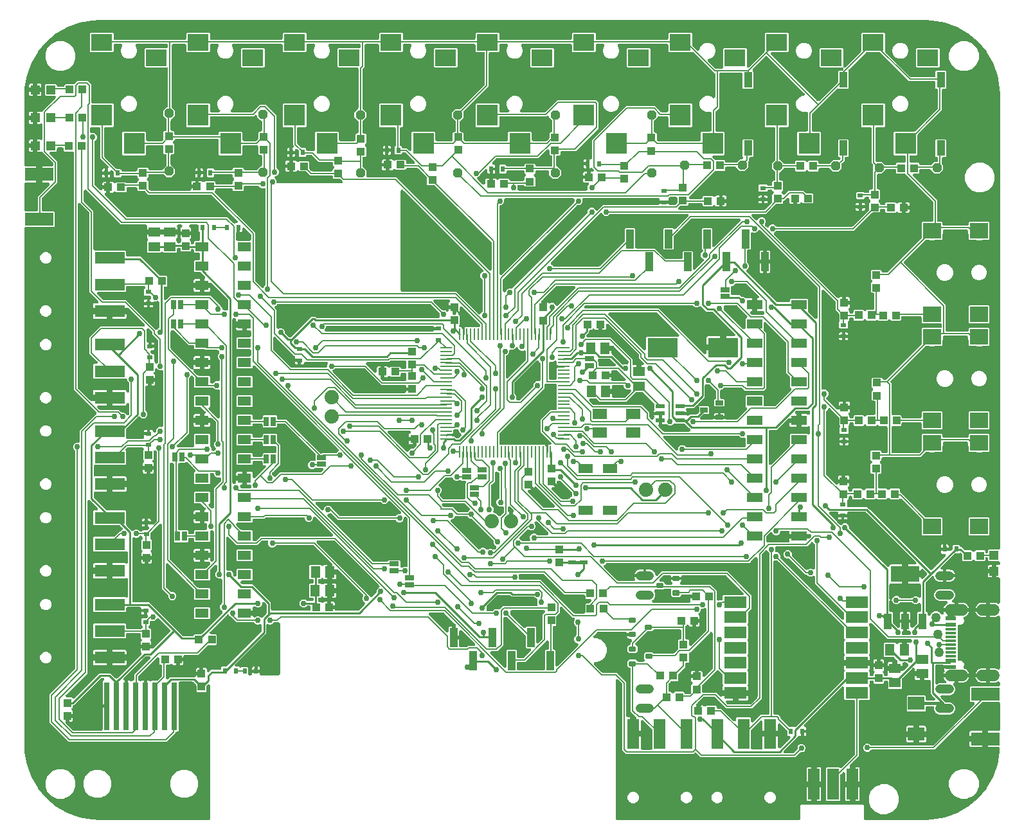
<source format=gtl>
G04 EAGLE Gerber RS-274X export*
G75*
%MOMM*%
%FSLAX34Y34*%
%LPD*%
%INTop Copper*%
%IPPOS*%
%AMOC8*
5,1,8,0,0,1.08239X$1,22.5*%
G01*
%ADD10R,1.000000X2.100000*%
%ADD11R,3.700000X2.100000*%
%ADD12R,1.300000X1.500000*%
%ADD13R,1.500000X1.300000*%
%ADD14R,1.100000X1.000000*%
%ADD15R,1.000000X1.100000*%
%ADD16C,1.879600*%
%ADD17R,2.800000X2.200000*%
%ADD18R,2.800000X2.800000*%
%ADD19R,1.900000X1.400000*%
%ADD20R,1.200000X1.200000*%
%ADD21R,2.400000X2.000000*%
%ADD22R,1.270000X0.635000*%
%ADD23R,0.760000X6.350000*%
%ADD24R,1.500000X0.270000*%
%ADD25R,0.270000X1.500000*%
%ADD26R,1.900000X1.300000*%
%ADD27R,3.000000X1.500000*%
%ADD28R,4.000000X1.600000*%
%ADD29R,1.524000X4.064000*%
%ADD30R,1.778000X1.270000*%
%ADD31R,1.270000X0.558800*%
%ADD32R,1.600000X4.000000*%
%ADD33R,0.635000X1.270000*%
%ADD34C,0.362100*%
%ADD35C,1.200000*%
%ADD36P,1.319650X8X112.500000*%
%ADD37P,1.319650X8X22.500000*%
%ADD38R,2.032000X1.270000*%
%ADD39R,1.092200X2.006600*%
%ADD40R,0.800000X0.600000*%
%ADD41R,0.600000X0.800000*%
%ADD42R,4.000000X2.500000*%
%ADD43R,1.016000X0.635000*%
%ADD44R,1.000000X2.500000*%
%ADD45R,3.700000X1.700000*%
%ADD46R,1.016000X0.508000*%
%ADD47C,0.406400*%
%ADD48C,1.500000*%
%ADD49R,1.400000X0.600000*%
%ADD50R,1.400000X0.300000*%
%ADD51C,1.270000*%
%ADD52R,2.160000X1.780000*%
%ADD53C,0.254000*%
%ADD54C,0.750000*%
%ADD55C,0.812800*%
%ADD56C,0.508000*%
%ADD57C,0.177800*%
%ADD58C,0.203200*%

G36*
X1196217Y331207D02*
X1196217Y331207D01*
X1196235Y331205D01*
X1196416Y331228D01*
X1196599Y331248D01*
X1196616Y331253D01*
X1196634Y331256D01*
X1196808Y331314D01*
X1196983Y331370D01*
X1196999Y331378D01*
X1197016Y331384D01*
X1197175Y331476D01*
X1197335Y331564D01*
X1197349Y331576D01*
X1197365Y331585D01*
X1197618Y331800D01*
X1215158Y349340D01*
X1215163Y349346D01*
X1215170Y349352D01*
X1215290Y349502D01*
X1215413Y349651D01*
X1215417Y349659D01*
X1215422Y349666D01*
X1215511Y349837D01*
X1215601Y350007D01*
X1215604Y350015D01*
X1215608Y350023D01*
X1215661Y350208D01*
X1215716Y350393D01*
X1215717Y350402D01*
X1215719Y350410D01*
X1215735Y350601D01*
X1215752Y350794D01*
X1215751Y350803D01*
X1215752Y350811D01*
X1215730Y351001D01*
X1215709Y351194D01*
X1215706Y351202D01*
X1215705Y351211D01*
X1215646Y351393D01*
X1215588Y351578D01*
X1215583Y351585D01*
X1215580Y351594D01*
X1215485Y351762D01*
X1215393Y351930D01*
X1215387Y351937D01*
X1215383Y351945D01*
X1215257Y352091D01*
X1215132Y352237D01*
X1215125Y352243D01*
X1215119Y352249D01*
X1214968Y352367D01*
X1214816Y352487D01*
X1214808Y352491D01*
X1214801Y352496D01*
X1214629Y352582D01*
X1214457Y352669D01*
X1214449Y352671D01*
X1214441Y352675D01*
X1214254Y352726D01*
X1214069Y352777D01*
X1214061Y352778D01*
X1214052Y352780D01*
X1213721Y352807D01*
X1211140Y352807D01*
X1210624Y352946D01*
X1210160Y353213D01*
X1209781Y353592D01*
X1209514Y354055D01*
X1209375Y354572D01*
X1209375Y356808D01*
X1214408Y356808D01*
X1220392Y356808D01*
X1220548Y356729D01*
X1220719Y356640D01*
X1220728Y356638D01*
X1220736Y356633D01*
X1220922Y356582D01*
X1221106Y356529D01*
X1221115Y356528D01*
X1221124Y356525D01*
X1221316Y356511D01*
X1221508Y356496D01*
X1221516Y356497D01*
X1221525Y356496D01*
X1221718Y356520D01*
X1221907Y356543D01*
X1221916Y356545D01*
X1221925Y356546D01*
X1222108Y356608D01*
X1222290Y356667D01*
X1222298Y356672D01*
X1222307Y356675D01*
X1222472Y356770D01*
X1222641Y356865D01*
X1222648Y356871D01*
X1222655Y356876D01*
X1222908Y357090D01*
X1224161Y358343D01*
X1224178Y358364D01*
X1224199Y358382D01*
X1224306Y358519D01*
X1224417Y358655D01*
X1224429Y358679D01*
X1224445Y358700D01*
X1224523Y358856D01*
X1224605Y359011D01*
X1224613Y359036D01*
X1224625Y359060D01*
X1224670Y359229D01*
X1224720Y359397D01*
X1224722Y359423D01*
X1224729Y359449D01*
X1224756Y359780D01*
X1224756Y363524D01*
X1225724Y364492D01*
X1233092Y364492D01*
X1234082Y363501D01*
X1234100Y363327D01*
X1234105Y363310D01*
X1234107Y363293D01*
X1234164Y363118D01*
X1234218Y362942D01*
X1234226Y362927D01*
X1234232Y362910D01*
X1234322Y362750D01*
X1234410Y362588D01*
X1234421Y362575D01*
X1234430Y362559D01*
X1234550Y362420D01*
X1234667Y362279D01*
X1234681Y362268D01*
X1234693Y362254D01*
X1234838Y362142D01*
X1234981Y362027D01*
X1234997Y362019D01*
X1235011Y362008D01*
X1235176Y361926D01*
X1235338Y361841D01*
X1235355Y361836D01*
X1235372Y361828D01*
X1235550Y361781D01*
X1235725Y361730D01*
X1235743Y361728D01*
X1235760Y361724D01*
X1236091Y361697D01*
X1236285Y361697D01*
X1240071Y357911D01*
X1240091Y357894D01*
X1240109Y357874D01*
X1240247Y357767D01*
X1240382Y357656D01*
X1240406Y357644D01*
X1240427Y357627D01*
X1240584Y357549D01*
X1240738Y357468D01*
X1240763Y357460D01*
X1240787Y357448D01*
X1240957Y357403D01*
X1241124Y357353D01*
X1241150Y357350D01*
X1241176Y357344D01*
X1241507Y357316D01*
X1249461Y357316D01*
X1250840Y355937D01*
X1250854Y355926D01*
X1250866Y355912D01*
X1251010Y355798D01*
X1251152Y355682D01*
X1251168Y355673D01*
X1251182Y355662D01*
X1251346Y355579D01*
X1251508Y355493D01*
X1251525Y355488D01*
X1251541Y355480D01*
X1251718Y355431D01*
X1251894Y355378D01*
X1251911Y355377D01*
X1251928Y355372D01*
X1252112Y355359D01*
X1252294Y355342D01*
X1252312Y355344D01*
X1252330Y355343D01*
X1252512Y355366D01*
X1252695Y355385D01*
X1252712Y355391D01*
X1252729Y355393D01*
X1252903Y355451D01*
X1253079Y355507D01*
X1253094Y355516D01*
X1253111Y355521D01*
X1253270Y355613D01*
X1253431Y355702D01*
X1253445Y355713D01*
X1253460Y355722D01*
X1253713Y355937D01*
X1255093Y357316D01*
X1266461Y357316D01*
X1267428Y356349D01*
X1267428Y355409D01*
X1267430Y355392D01*
X1267429Y355374D01*
X1267450Y355192D01*
X1267468Y355009D01*
X1267474Y354992D01*
X1267476Y354974D01*
X1267533Y354800D01*
X1267586Y354624D01*
X1267595Y354608D01*
X1267600Y354591D01*
X1267691Y354430D01*
X1267778Y354270D01*
X1267790Y354256D01*
X1267798Y354241D01*
X1267919Y354101D01*
X1268036Y353961D01*
X1268050Y353949D01*
X1268062Y353936D01*
X1268207Y353823D01*
X1268350Y353708D01*
X1268366Y353700D01*
X1268380Y353689D01*
X1268545Y353607D01*
X1268707Y353523D01*
X1268724Y353518D01*
X1268740Y353510D01*
X1268918Y353462D01*
X1269094Y353411D01*
X1269112Y353410D01*
X1269129Y353405D01*
X1269460Y353378D01*
X1269501Y353378D01*
X1269519Y353380D01*
X1269537Y353379D01*
X1269719Y353400D01*
X1269902Y353418D01*
X1269919Y353423D01*
X1269936Y353425D01*
X1270111Y353482D01*
X1270287Y353536D01*
X1270302Y353545D01*
X1270319Y353550D01*
X1270479Y353641D01*
X1270641Y353728D01*
X1270654Y353739D01*
X1270670Y353748D01*
X1270809Y353868D01*
X1270950Y353986D01*
X1270961Y354000D01*
X1270975Y354011D01*
X1271087Y354156D01*
X1271202Y354300D01*
X1271210Y354315D01*
X1271221Y354329D01*
X1271303Y354494D01*
X1271388Y354657D01*
X1271393Y354674D01*
X1271401Y354690D01*
X1271449Y354868D01*
X1271499Y355044D01*
X1271501Y355062D01*
X1271505Y355079D01*
X1271532Y355409D01*
X1271532Y357343D01*
X1272500Y358310D01*
X1284986Y358310D01*
X1285004Y358312D01*
X1285022Y358310D01*
X1285204Y358332D01*
X1285387Y358350D01*
X1285404Y358355D01*
X1285421Y358357D01*
X1285596Y358414D01*
X1285772Y358468D01*
X1285787Y358477D01*
X1285804Y358482D01*
X1285964Y358573D01*
X1286126Y358660D01*
X1286139Y358671D01*
X1286155Y358680D01*
X1286294Y358800D01*
X1286435Y358918D01*
X1286446Y358932D01*
X1286460Y358943D01*
X1286572Y359088D01*
X1286687Y359231D01*
X1286695Y359247D01*
X1286706Y359261D01*
X1286788Y359426D01*
X1286873Y359589D01*
X1286878Y359606D01*
X1286886Y359622D01*
X1286933Y359800D01*
X1286984Y359976D01*
X1286986Y359993D01*
X1286990Y360011D01*
X1287017Y360341D01*
X1287017Y957910D01*
X1287013Y957949D01*
X1287015Y957999D01*
X1286650Y966360D01*
X1286638Y966445D01*
X1286621Y966624D01*
X1283717Y983093D01*
X1283714Y983104D01*
X1283713Y983115D01*
X1283626Y983435D01*
X1277906Y999149D01*
X1277901Y999159D01*
X1277899Y999170D01*
X1277757Y999470D01*
X1269395Y1013952D01*
X1269389Y1013961D01*
X1269384Y1013972D01*
X1269192Y1014242D01*
X1258443Y1027053D01*
X1258435Y1027061D01*
X1258429Y1027070D01*
X1258257Y1027239D01*
X1258243Y1027256D01*
X1258231Y1027265D01*
X1258193Y1027303D01*
X1245382Y1038052D01*
X1245373Y1038059D01*
X1245365Y1038066D01*
X1245092Y1038255D01*
X1230610Y1046617D01*
X1230600Y1046621D01*
X1230591Y1046628D01*
X1230289Y1046766D01*
X1214575Y1052486D01*
X1214564Y1052489D01*
X1214554Y1052493D01*
X1214233Y1052577D01*
X1197764Y1055481D01*
X1197678Y1055488D01*
X1197500Y1055510D01*
X1189139Y1055875D01*
X1189100Y1055873D01*
X1189050Y1055877D01*
X100000Y1055877D01*
X99961Y1055873D01*
X99911Y1055875D01*
X91550Y1055510D01*
X91465Y1055498D01*
X91286Y1055481D01*
X74817Y1052577D01*
X74806Y1052574D01*
X74795Y1052573D01*
X74475Y1052486D01*
X58761Y1046766D01*
X58751Y1046761D01*
X58740Y1046759D01*
X58440Y1046617D01*
X43958Y1038255D01*
X43949Y1038249D01*
X43938Y1038244D01*
X43668Y1038052D01*
X30857Y1027303D01*
X30849Y1027295D01*
X30840Y1027289D01*
X30770Y1027217D01*
X30757Y1027206D01*
X30747Y1027194D01*
X30607Y1027053D01*
X19858Y1014242D01*
X19851Y1014233D01*
X19844Y1014225D01*
X19655Y1013952D01*
X11293Y999470D01*
X11289Y999460D01*
X11282Y999451D01*
X11144Y999149D01*
X5424Y983435D01*
X5421Y983424D01*
X5417Y983414D01*
X5333Y983093D01*
X2429Y966624D01*
X2422Y966538D01*
X2400Y966360D01*
X2035Y957999D01*
X2037Y957960D01*
X2033Y957910D01*
X2033Y865024D01*
X2035Y865006D01*
X2033Y864988D01*
X2055Y864805D01*
X2073Y864623D01*
X2078Y864606D01*
X2080Y864589D01*
X2137Y864414D01*
X2191Y864238D01*
X2199Y864223D01*
X2205Y864206D01*
X2295Y864046D01*
X2383Y863884D01*
X2394Y863871D01*
X2403Y863855D01*
X2523Y863716D01*
X2640Y863575D01*
X2654Y863564D01*
X2666Y863550D01*
X2811Y863438D01*
X2954Y863323D01*
X2970Y863315D01*
X2984Y863304D01*
X3149Y863222D01*
X3311Y863137D01*
X3328Y863132D01*
X3344Y863124D01*
X3523Y863077D01*
X3698Y863026D01*
X3716Y863024D01*
X3733Y863020D01*
X4064Y862993D01*
X17527Y862993D01*
X17527Y854492D01*
X17529Y854474D01*
X17527Y854457D01*
X17549Y854274D01*
X17567Y854091D01*
X17572Y854074D01*
X17574Y854057D01*
X17631Y853882D01*
X17685Y853707D01*
X17693Y853691D01*
X17699Y853674D01*
X17789Y853514D01*
X17877Y853353D01*
X17888Y853339D01*
X17897Y853323D01*
X18017Y853184D01*
X18134Y853043D01*
X18148Y853032D01*
X18160Y853019D01*
X18305Y852906D01*
X18448Y852791D01*
X18464Y852783D01*
X18478Y852772D01*
X18643Y852690D01*
X18805Y852605D01*
X18822Y852601D01*
X18839Y852593D01*
X19017Y852545D01*
X19192Y852494D01*
X19210Y852493D01*
X19227Y852488D01*
X19558Y852461D01*
X23622Y852461D01*
X23640Y852463D01*
X23657Y852461D01*
X23840Y852483D01*
X24023Y852501D01*
X24040Y852506D01*
X24057Y852508D01*
X24232Y852565D01*
X24407Y852619D01*
X24423Y852627D01*
X24440Y852633D01*
X24600Y852723D01*
X24761Y852811D01*
X24775Y852822D01*
X24791Y852831D01*
X24930Y852951D01*
X25071Y853068D01*
X25082Y853082D01*
X25095Y853094D01*
X25208Y853239D01*
X25323Y853382D01*
X25331Y853398D01*
X25342Y853412D01*
X25424Y853577D01*
X25509Y853739D01*
X25513Y853757D01*
X25521Y853773D01*
X25569Y853951D01*
X25620Y854126D01*
X25621Y854144D01*
X25626Y854161D01*
X25653Y854492D01*
X25653Y862993D01*
X38291Y862993D01*
X38308Y862995D01*
X38326Y862993D01*
X38508Y863014D01*
X38691Y863033D01*
X38708Y863038D01*
X38726Y863040D01*
X38900Y863097D01*
X39076Y863151D01*
X39092Y863159D01*
X39109Y863165D01*
X39269Y863255D01*
X39430Y863343D01*
X39444Y863354D01*
X39459Y863363D01*
X39599Y863483D01*
X39739Y863600D01*
X39751Y863614D01*
X39764Y863626D01*
X39876Y863771D01*
X39992Y863914D01*
X40000Y863930D01*
X40011Y863944D01*
X40093Y864109D01*
X40177Y864271D01*
X40182Y864288D01*
X40190Y864304D01*
X40238Y864483D01*
X40289Y864658D01*
X40290Y864676D01*
X40295Y864693D01*
X40322Y865024D01*
X40322Y866469D01*
X40319Y866495D01*
X40321Y866522D01*
X40299Y866696D01*
X40282Y866869D01*
X40274Y866895D01*
X40271Y866921D01*
X40215Y867087D01*
X40164Y867254D01*
X40151Y867278D01*
X40142Y867303D01*
X40055Y867455D01*
X39972Y867608D01*
X39955Y867629D01*
X39942Y867652D01*
X39727Y867905D01*
X28118Y879514D01*
X25516Y882116D01*
X25396Y882214D01*
X25280Y882318D01*
X25240Y882342D01*
X25204Y882371D01*
X25067Y882444D01*
X24934Y882523D01*
X24890Y882538D01*
X24849Y882560D01*
X24700Y882604D01*
X24553Y882655D01*
X24507Y882661D01*
X24463Y882675D01*
X24308Y882689D01*
X24155Y882710D01*
X24108Y882707D01*
X24062Y882711D01*
X23907Y882694D01*
X23753Y882685D01*
X23708Y882673D01*
X23661Y882668D01*
X23513Y882621D01*
X23364Y882581D01*
X23316Y882558D01*
X23278Y882546D01*
X23202Y882504D01*
X23064Y882439D01*
X22955Y882376D01*
X22438Y882237D01*
X19169Y882237D01*
X19169Y889302D01*
X19167Y889320D01*
X19169Y889337D01*
X19148Y889519D01*
X19129Y889702D01*
X19124Y889719D01*
X19122Y889737D01*
X19065Y889912D01*
X19011Y890087D01*
X19003Y890103D01*
X18997Y890120D01*
X18913Y890269D01*
X18940Y890323D01*
X19025Y890486D01*
X19030Y890503D01*
X19038Y890519D01*
X19085Y890696D01*
X19136Y890872D01*
X19138Y890890D01*
X19142Y890907D01*
X19169Y891238D01*
X19169Y898303D01*
X22438Y898303D01*
X22955Y898164D01*
X22987Y898145D01*
X23121Y898085D01*
X23250Y898018D01*
X23304Y898002D01*
X23354Y897980D01*
X23497Y897947D01*
X23637Y897906D01*
X23693Y897902D01*
X23747Y897889D01*
X23893Y897885D01*
X24039Y897873D01*
X24094Y897880D01*
X24149Y897878D01*
X24293Y897903D01*
X24438Y897920D01*
X24491Y897938D01*
X24546Y897947D01*
X24682Y898000D01*
X24821Y898045D01*
X24870Y898073D01*
X24921Y898093D01*
X25044Y898171D01*
X25172Y898243D01*
X25214Y898279D01*
X25261Y898309D01*
X25366Y898411D01*
X25477Y898506D01*
X25510Y898550D01*
X25550Y898589D01*
X25634Y898709D01*
X25723Y898824D01*
X25748Y898874D01*
X25780Y898920D01*
X25837Y899054D01*
X25903Y899185D01*
X25917Y899238D01*
X25939Y899289D01*
X25969Y899432D01*
X26007Y899574D01*
X26012Y899637D01*
X26022Y899683D01*
X26023Y899767D01*
X26034Y899904D01*
X26034Y917466D01*
X26020Y917611D01*
X26013Y917757D01*
X26000Y917811D01*
X25994Y917866D01*
X25951Y918006D01*
X25916Y918148D01*
X25893Y918198D01*
X25876Y918251D01*
X25806Y918380D01*
X25744Y918512D01*
X25711Y918556D01*
X25684Y918605D01*
X25591Y918717D01*
X25503Y918835D01*
X25462Y918872D01*
X25427Y918914D01*
X25313Y919006D01*
X25204Y919104D01*
X25156Y919132D01*
X25113Y919167D01*
X24983Y919234D01*
X24857Y919309D01*
X24805Y919327D01*
X24756Y919352D01*
X24615Y919393D01*
X24477Y919441D01*
X24422Y919448D01*
X24369Y919464D01*
X24223Y919476D01*
X24078Y919495D01*
X24023Y919492D01*
X23967Y919497D01*
X23822Y919480D01*
X23676Y919470D01*
X23623Y919456D01*
X23568Y919450D01*
X23429Y919404D01*
X23287Y919367D01*
X23230Y919340D01*
X23185Y919325D01*
X23112Y919284D01*
X22987Y919225D01*
X22955Y919206D01*
X22438Y919067D01*
X19169Y919067D01*
X19169Y926132D01*
X19167Y926150D01*
X19169Y926167D01*
X19148Y926350D01*
X19129Y926532D01*
X19124Y926549D01*
X19122Y926567D01*
X19065Y926742D01*
X19011Y926917D01*
X19003Y926933D01*
X18997Y926950D01*
X18913Y927099D01*
X18940Y927153D01*
X19025Y927316D01*
X19030Y927333D01*
X19038Y927349D01*
X19085Y927527D01*
X19136Y927702D01*
X19138Y927720D01*
X19142Y927737D01*
X19169Y928068D01*
X19169Y935133D01*
X22438Y935133D01*
X22955Y934994D01*
X22987Y934975D01*
X23121Y934915D01*
X23250Y934848D01*
X23304Y934832D01*
X23354Y934810D01*
X23497Y934777D01*
X23637Y934736D01*
X23693Y934732D01*
X23747Y934719D01*
X23893Y934715D01*
X24039Y934703D01*
X24094Y934710D01*
X24149Y934708D01*
X24293Y934733D01*
X24438Y934750D01*
X24491Y934768D01*
X24546Y934777D01*
X24682Y934830D01*
X24821Y934875D01*
X24870Y934903D01*
X24921Y934923D01*
X25044Y935001D01*
X25172Y935073D01*
X25214Y935109D01*
X25261Y935139D01*
X25366Y935241D01*
X25477Y935336D01*
X25510Y935380D01*
X25550Y935419D01*
X25634Y935539D01*
X25723Y935654D01*
X25748Y935704D01*
X25780Y935750D01*
X25837Y935884D01*
X25847Y935902D01*
X42755Y952811D01*
X42761Y952818D01*
X42768Y952823D01*
X42888Y952973D01*
X43010Y953122D01*
X43014Y953130D01*
X43020Y953137D01*
X43108Y953306D01*
X43199Y953478D01*
X43201Y953487D01*
X43205Y953494D01*
X43259Y953679D01*
X43314Y953864D01*
X43314Y953873D01*
X43317Y953881D01*
X43332Y954073D01*
X43350Y954265D01*
X43349Y954274D01*
X43350Y954283D01*
X43328Y954472D01*
X43307Y954665D01*
X43304Y954674D01*
X43303Y954682D01*
X43243Y954864D01*
X43185Y955049D01*
X43181Y955057D01*
X43178Y955065D01*
X43083Y955234D01*
X42990Y955401D01*
X42984Y955408D01*
X42980Y955416D01*
X42854Y955562D01*
X42730Y955708D01*
X42723Y955714D01*
X42717Y955721D01*
X42565Y955838D01*
X42414Y955958D01*
X42406Y955962D01*
X42399Y955967D01*
X42227Y956053D01*
X42055Y956140D01*
X42046Y956143D01*
X42038Y956147D01*
X41852Y956197D01*
X41667Y956248D01*
X41658Y956249D01*
X41649Y956251D01*
X41319Y956278D01*
X30486Y956278D01*
X29518Y957246D01*
X29518Y970614D01*
X30486Y971582D01*
X43854Y971582D01*
X44822Y970614D01*
X44822Y969772D01*
X44824Y969754D01*
X44822Y969736D01*
X44843Y969554D01*
X44862Y969371D01*
X44867Y969354D01*
X44869Y969337D01*
X44926Y969162D01*
X44980Y968986D01*
X44988Y968971D01*
X44994Y968954D01*
X45084Y968794D01*
X45172Y968632D01*
X45183Y968619D01*
X45192Y968603D01*
X45312Y968464D01*
X45429Y968323D01*
X45443Y968312D01*
X45455Y968298D01*
X45600Y968186D01*
X45743Y968071D01*
X45759Y968063D01*
X45773Y968052D01*
X45938Y967970D01*
X46100Y967885D01*
X46117Y967880D01*
X46133Y967872D01*
X46312Y967825D01*
X46487Y967774D01*
X46505Y967772D01*
X46522Y967768D01*
X46853Y967741D01*
X52991Y967741D01*
X53008Y967743D01*
X53026Y967741D01*
X53209Y967762D01*
X53391Y967781D01*
X53408Y967786D01*
X53426Y967788D01*
X53601Y967845D01*
X53776Y967899D01*
X53792Y967907D01*
X53809Y967913D01*
X53969Y968003D01*
X54130Y968091D01*
X54144Y968102D01*
X54159Y968111D01*
X54299Y968231D01*
X54439Y968348D01*
X54451Y968362D01*
X54464Y968374D01*
X54577Y968519D01*
X54692Y968662D01*
X54700Y968678D01*
X54711Y968692D01*
X54793Y968857D01*
X54877Y969019D01*
X54882Y969036D01*
X54890Y969052D01*
X54938Y969231D01*
X54989Y969406D01*
X54990Y969424D01*
X54995Y969441D01*
X55022Y969772D01*
X55022Y970398D01*
X55989Y971365D01*
X66818Y971365D01*
X66845Y971368D01*
X66872Y971366D01*
X67045Y971388D01*
X67219Y971405D01*
X67244Y971413D01*
X67271Y971416D01*
X67437Y971472D01*
X67604Y971523D01*
X67627Y971536D01*
X67653Y971545D01*
X67804Y971632D01*
X67958Y971715D01*
X67978Y971732D01*
X68002Y971745D01*
X68255Y971960D01*
X71973Y975678D01*
X85190Y975678D01*
X87273Y973595D01*
X87770Y973098D01*
X89853Y971015D01*
X89853Y948059D01*
X89855Y948041D01*
X89854Y948023D01*
X89875Y947841D01*
X89893Y947658D01*
X89898Y947641D01*
X89900Y947623D01*
X89957Y947449D01*
X90011Y947273D01*
X90020Y947257D01*
X90025Y947240D01*
X90116Y947080D01*
X90203Y946919D01*
X90214Y946905D01*
X90223Y946890D01*
X90343Y946750D01*
X90461Y946610D01*
X90475Y946599D01*
X90486Y946585D01*
X90631Y946473D01*
X90775Y946357D01*
X90790Y946349D01*
X90804Y946338D01*
X90969Y946256D01*
X91132Y946172D01*
X91149Y946167D01*
X91165Y946159D01*
X91343Y946111D01*
X91519Y946060D01*
X91537Y946059D01*
X91554Y946054D01*
X91884Y946027D01*
X118384Y946027D01*
X119352Y945060D01*
X119352Y915691D01*
X118384Y914724D01*
X109347Y914724D01*
X109329Y914722D01*
X109311Y914724D01*
X109129Y914702D01*
X108946Y914684D01*
X108929Y914679D01*
X108912Y914677D01*
X108737Y914620D01*
X108561Y914566D01*
X108546Y914557D01*
X108529Y914552D01*
X108369Y914461D01*
X108207Y914374D01*
X108194Y914363D01*
X108178Y914354D01*
X108039Y914234D01*
X107898Y914116D01*
X107887Y914102D01*
X107873Y914091D01*
X107761Y913946D01*
X107646Y913803D01*
X107638Y913787D01*
X107627Y913773D01*
X107545Y913608D01*
X107460Y913445D01*
X107455Y913428D01*
X107447Y913412D01*
X107400Y913234D01*
X107349Y913058D01*
X107347Y913041D01*
X107343Y913023D01*
X107316Y912693D01*
X107316Y876606D01*
X107318Y876580D01*
X107316Y876553D01*
X107338Y876379D01*
X107356Y876206D01*
X107363Y876180D01*
X107367Y876154D01*
X107422Y875988D01*
X107474Y875821D01*
X107487Y875797D01*
X107495Y875772D01*
X107582Y875620D01*
X107666Y875467D01*
X107683Y875446D01*
X107696Y875423D01*
X107911Y875170D01*
X122604Y860476D01*
X122625Y860459D01*
X122642Y860439D01*
X122780Y860332D01*
X122916Y860221D01*
X122939Y860209D01*
X122961Y860192D01*
X123117Y860114D01*
X123271Y860033D01*
X123297Y860025D01*
X123321Y860013D01*
X123491Y859967D01*
X123657Y859918D01*
X123684Y859915D01*
X123710Y859908D01*
X124041Y859881D01*
X128519Y859881D01*
X129487Y858914D01*
X129487Y858647D01*
X129489Y858629D01*
X129487Y858611D01*
X129509Y858429D01*
X129527Y858246D01*
X129532Y858229D01*
X129534Y858212D01*
X129591Y858037D01*
X129645Y857861D01*
X129653Y857846D01*
X129659Y857829D01*
X129749Y857669D01*
X129837Y857507D01*
X129848Y857494D01*
X129857Y857478D01*
X129977Y857339D01*
X130094Y857198D01*
X130108Y857187D01*
X130120Y857173D01*
X130266Y857060D01*
X130408Y856946D01*
X130424Y856938D01*
X130438Y856927D01*
X130603Y856845D01*
X130765Y856760D01*
X130783Y856755D01*
X130799Y856747D01*
X130977Y856700D01*
X131152Y856649D01*
X131170Y856647D01*
X131187Y856643D01*
X131518Y856616D01*
X148941Y856616D01*
X148959Y856618D01*
X148977Y856616D01*
X149159Y856637D01*
X149342Y856656D01*
X149359Y856661D01*
X149377Y856663D01*
X149551Y856720D01*
X149727Y856774D01*
X149742Y856782D01*
X149759Y856788D01*
X149920Y856878D01*
X150081Y856966D01*
X150094Y856977D01*
X150110Y856986D01*
X150249Y857106D01*
X150390Y857223D01*
X150401Y857237D01*
X150415Y857249D01*
X150527Y857393D01*
X150642Y857537D01*
X150650Y857553D01*
X150661Y857567D01*
X150743Y857732D01*
X150828Y857894D01*
X150833Y857911D01*
X150841Y857927D01*
X150889Y858106D01*
X150939Y858281D01*
X150941Y858299D01*
X150945Y858316D01*
X150972Y858647D01*
X150972Y860210D01*
X151940Y861178D01*
X164308Y861178D01*
X165277Y860209D01*
X165276Y860199D01*
X165298Y860017D01*
X165316Y859834D01*
X165321Y859817D01*
X165323Y859799D01*
X165380Y859625D01*
X165434Y859449D01*
X165442Y859433D01*
X165448Y859416D01*
X165538Y859256D01*
X165626Y859095D01*
X165637Y859081D01*
X165646Y859066D01*
X165766Y858926D01*
X165883Y858786D01*
X165897Y858774D01*
X165909Y858761D01*
X166054Y858648D01*
X166197Y858533D01*
X166213Y858525D01*
X166227Y858514D01*
X166392Y858432D01*
X166554Y858348D01*
X166571Y858343D01*
X166588Y858335D01*
X166766Y858287D01*
X166941Y858236D01*
X166959Y858235D01*
X166976Y858230D01*
X167307Y858203D01*
X182821Y858203D01*
X182838Y858205D01*
X182856Y858204D01*
X183039Y858225D01*
X183221Y858243D01*
X183238Y858248D01*
X183256Y858250D01*
X183431Y858307D01*
X183606Y858361D01*
X183622Y858370D01*
X183639Y858375D01*
X183799Y858466D01*
X183960Y858553D01*
X183974Y858564D01*
X183989Y858573D01*
X184129Y858693D01*
X184269Y858811D01*
X184281Y858825D01*
X184294Y858836D01*
X184407Y858981D01*
X184522Y859125D01*
X184530Y859140D01*
X184541Y859154D01*
X184623Y859319D01*
X184707Y859482D01*
X184712Y859499D01*
X184720Y859515D01*
X184768Y859693D01*
X184818Y859867D01*
X188952Y864001D01*
X188969Y864022D01*
X188989Y864039D01*
X189096Y864177D01*
X189207Y864312D01*
X189219Y864336D01*
X189236Y864357D01*
X189314Y864514D01*
X189396Y864668D01*
X189403Y864694D01*
X189415Y864718D01*
X189461Y864887D01*
X189510Y865054D01*
X189513Y865081D01*
X189520Y865106D01*
X189547Y865437D01*
X189547Y877408D01*
X189545Y877425D01*
X189546Y877443D01*
X189525Y877625D01*
X189507Y877808D01*
X189502Y877825D01*
X189500Y877843D01*
X189443Y878018D01*
X189389Y878193D01*
X189380Y878209D01*
X189375Y878226D01*
X189284Y878386D01*
X189197Y878547D01*
X189186Y878561D01*
X189177Y878577D01*
X189057Y878716D01*
X188939Y878857D01*
X188925Y878868D01*
X188914Y878881D01*
X188769Y878994D01*
X188625Y879109D01*
X188610Y879117D01*
X188596Y879128D01*
X188431Y879210D01*
X188268Y879294D01*
X188251Y879299D01*
X188235Y879307D01*
X188057Y879355D01*
X187881Y879406D01*
X187863Y879407D01*
X187846Y879412D01*
X187516Y879439D01*
X186313Y879439D01*
X185346Y880407D01*
X185346Y889191D01*
X185344Y889208D01*
X185346Y889226D01*
X185324Y889408D01*
X185306Y889591D01*
X185301Y889608D01*
X185299Y889626D01*
X185242Y889800D01*
X185188Y889976D01*
X185179Y889992D01*
X185174Y890009D01*
X185083Y890169D01*
X184996Y890330D01*
X184985Y890344D01*
X184976Y890359D01*
X184856Y890499D01*
X184738Y890639D01*
X184724Y890651D01*
X184713Y890664D01*
X184568Y890777D01*
X184425Y890892D01*
X184409Y890900D01*
X184395Y890911D01*
X184230Y890993D01*
X184067Y891077D01*
X184050Y891082D01*
X184034Y891090D01*
X183856Y891138D01*
X183680Y891189D01*
X183663Y891190D01*
X183645Y891195D01*
X183315Y891222D01*
X164383Y891222D01*
X164365Y891220D01*
X164347Y891221D01*
X164165Y891200D01*
X163982Y891182D01*
X163965Y891177D01*
X163948Y891175D01*
X163773Y891118D01*
X163597Y891064D01*
X163582Y891055D01*
X163565Y891050D01*
X163405Y890959D01*
X163243Y890872D01*
X163230Y890861D01*
X163214Y890852D01*
X163075Y890731D01*
X162934Y890614D01*
X162923Y890600D01*
X162909Y890589D01*
X162797Y890444D01*
X162682Y890300D01*
X162674Y890285D01*
X162663Y890271D01*
X162581Y890106D01*
X162496Y889943D01*
X162491Y889926D01*
X162483Y889910D01*
X162436Y889732D01*
X162385Y889556D01*
X162383Y889538D01*
X162379Y889521D01*
X162352Y889191D01*
X162352Y878691D01*
X161384Y877724D01*
X132016Y877724D01*
X131048Y878691D01*
X131048Y908060D01*
X132016Y909027D01*
X161384Y909027D01*
X162352Y908060D01*
X162352Y898334D01*
X162354Y898317D01*
X162352Y898299D01*
X162374Y898116D01*
X162392Y897934D01*
X162397Y897917D01*
X162399Y897899D01*
X162456Y897725D01*
X162510Y897549D01*
X162518Y897533D01*
X162524Y897516D01*
X162614Y897356D01*
X162702Y897195D01*
X162713Y897181D01*
X162722Y897166D01*
X162842Y897026D01*
X162959Y896886D01*
X162973Y896874D01*
X162985Y896861D01*
X163130Y896748D01*
X163273Y896633D01*
X163289Y896625D01*
X163303Y896614D01*
X163468Y896532D01*
X163630Y896448D01*
X163647Y896443D01*
X163663Y896435D01*
X163842Y896387D01*
X164017Y896336D01*
X164035Y896335D01*
X164052Y896330D01*
X164383Y896303D01*
X182256Y896303D01*
X182283Y896306D01*
X182310Y896304D01*
X182483Y896326D01*
X182657Y896343D01*
X182682Y896351D01*
X182709Y896354D01*
X182875Y896410D01*
X183042Y896461D01*
X183065Y896474D01*
X183091Y896483D01*
X183242Y896570D01*
X183396Y896653D01*
X183416Y896670D01*
X183440Y896683D01*
X183693Y896898D01*
X184751Y897957D01*
X184768Y897977D01*
X184788Y897995D01*
X184895Y898133D01*
X185006Y898268D01*
X185019Y898292D01*
X185035Y898313D01*
X185113Y898470D01*
X185195Y898624D01*
X185202Y898649D01*
X185214Y898673D01*
X185260Y898843D01*
X185309Y899010D01*
X185312Y899036D01*
X185319Y899062D01*
X185346Y899393D01*
X185346Y908775D01*
X186313Y909742D01*
X187516Y909742D01*
X187533Y909744D01*
X187551Y909743D01*
X187733Y909764D01*
X187916Y909782D01*
X187933Y909788D01*
X187951Y909790D01*
X188125Y909847D01*
X188301Y909900D01*
X188317Y909909D01*
X188334Y909915D01*
X188494Y910005D01*
X188655Y910092D01*
X188669Y910104D01*
X188684Y910112D01*
X188824Y910233D01*
X188964Y910350D01*
X188976Y910364D01*
X188989Y910376D01*
X189102Y910521D01*
X189217Y910664D01*
X189225Y910680D01*
X189236Y910694D01*
X189318Y910859D01*
X189402Y911021D01*
X189407Y911038D01*
X189415Y911054D01*
X189463Y911231D01*
X189514Y911408D01*
X189515Y911426D01*
X189520Y911443D01*
X189547Y911774D01*
X189547Y924146D01*
X189544Y924173D01*
X189546Y924200D01*
X189524Y924373D01*
X189507Y924547D01*
X189499Y924572D01*
X189496Y924599D01*
X189440Y924765D01*
X189389Y924932D01*
X189376Y924955D01*
X189367Y924981D01*
X189280Y925132D01*
X189197Y925286D01*
X189180Y925306D01*
X189167Y925330D01*
X188952Y925583D01*
X184852Y929682D01*
X184852Y936101D01*
X189422Y940671D01*
X189504Y940679D01*
X189521Y940685D01*
X189538Y940687D01*
X189713Y940744D01*
X189889Y940797D01*
X189904Y940806D01*
X189921Y940811D01*
X190081Y940902D01*
X190243Y940989D01*
X190256Y941001D01*
X190272Y941009D01*
X190411Y941130D01*
X190552Y941247D01*
X190563Y941261D01*
X190577Y941273D01*
X190689Y941418D01*
X190804Y941561D01*
X190812Y941577D01*
X190823Y941591D01*
X190905Y941756D01*
X190990Y941918D01*
X190995Y941935D01*
X191003Y941951D01*
X191050Y942129D01*
X191101Y942305D01*
X191103Y942323D01*
X191107Y942340D01*
X191134Y942671D01*
X191134Y991693D01*
X191132Y991710D01*
X191134Y991728D01*
X191113Y991910D01*
X191094Y992093D01*
X191089Y992110D01*
X191087Y992128D01*
X191030Y992303D01*
X190976Y992478D01*
X190968Y992494D01*
X190962Y992511D01*
X190872Y992671D01*
X190784Y992832D01*
X190773Y992846D01*
X190764Y992861D01*
X190644Y993001D01*
X190527Y993141D01*
X190513Y993153D01*
X190501Y993166D01*
X190356Y993279D01*
X190213Y993394D01*
X190197Y993402D01*
X190183Y993413D01*
X190018Y993495D01*
X189856Y993579D01*
X189839Y993584D01*
X189823Y993592D01*
X189644Y993640D01*
X189469Y993691D01*
X189451Y993692D01*
X189434Y993697D01*
X189103Y993724D01*
X161016Y993724D01*
X160048Y994691D01*
X160048Y1018060D01*
X161016Y1019027D01*
X189103Y1019027D01*
X189121Y1019029D01*
X189139Y1019028D01*
X189321Y1019049D01*
X189504Y1019067D01*
X189521Y1019072D01*
X189538Y1019075D01*
X189713Y1019131D01*
X189889Y1019185D01*
X189904Y1019194D01*
X189921Y1019199D01*
X190081Y1019290D01*
X190243Y1019377D01*
X190256Y1019388D01*
X190272Y1019397D01*
X190411Y1019518D01*
X190552Y1019635D01*
X190563Y1019649D01*
X190577Y1019660D01*
X190689Y1019805D01*
X190804Y1019949D01*
X190812Y1019964D01*
X190823Y1019979D01*
X190905Y1020143D01*
X190990Y1020306D01*
X190995Y1020323D01*
X191003Y1020339D01*
X191050Y1020517D01*
X191101Y1020693D01*
X191103Y1020711D01*
X191107Y1020728D01*
X191134Y1021059D01*
X191134Y1022541D01*
X191132Y1022558D01*
X191134Y1022576D01*
X191113Y1022758D01*
X191094Y1022941D01*
X191089Y1022958D01*
X191087Y1022976D01*
X191030Y1023150D01*
X190976Y1023326D01*
X190968Y1023342D01*
X190962Y1023359D01*
X190872Y1023519D01*
X190784Y1023680D01*
X190773Y1023694D01*
X190764Y1023709D01*
X190644Y1023849D01*
X190527Y1023989D01*
X190513Y1024001D01*
X190501Y1024014D01*
X190356Y1024127D01*
X190213Y1024242D01*
X190197Y1024250D01*
X190183Y1024261D01*
X190018Y1024343D01*
X189856Y1024427D01*
X189839Y1024432D01*
X189823Y1024440D01*
X189644Y1024488D01*
X189469Y1024539D01*
X189451Y1024540D01*
X189434Y1024545D01*
X189103Y1024572D01*
X150303Y1024572D01*
X150294Y1024571D01*
X150285Y1024572D01*
X150094Y1024551D01*
X149903Y1024532D01*
X149894Y1024529D01*
X149884Y1024528D01*
X149702Y1024470D01*
X149518Y1024414D01*
X149509Y1024409D01*
X149501Y1024407D01*
X149333Y1024314D01*
X149164Y1024222D01*
X149157Y1024216D01*
X149148Y1024212D01*
X149002Y1024087D01*
X148854Y1023964D01*
X148849Y1023957D01*
X148841Y1023951D01*
X148723Y1023801D01*
X148602Y1023650D01*
X148598Y1023642D01*
X148592Y1023635D01*
X148505Y1023463D01*
X148417Y1023293D01*
X148414Y1023284D01*
X148410Y1023276D01*
X148358Y1023090D01*
X148305Y1022906D01*
X148304Y1022897D01*
X148302Y1022888D01*
X148288Y1022697D01*
X148272Y1022505D01*
X148273Y1022496D01*
X148273Y1022487D01*
X148297Y1022296D01*
X148319Y1022105D01*
X148322Y1022096D01*
X148323Y1022087D01*
X148385Y1021905D01*
X148444Y1021722D01*
X148449Y1021714D01*
X148451Y1021705D01*
X148547Y1021539D01*
X148548Y1021538D01*
X150233Y1017471D01*
X150233Y1013280D01*
X148629Y1009409D01*
X145666Y1006446D01*
X141795Y1004843D01*
X137605Y1004843D01*
X133734Y1006446D01*
X130771Y1009409D01*
X129167Y1013280D01*
X129167Y1017471D01*
X130845Y1021521D01*
X130886Y1021601D01*
X130977Y1021771D01*
X130979Y1021780D01*
X130983Y1021788D01*
X131037Y1021972D01*
X131091Y1022157D01*
X131092Y1022166D01*
X131095Y1022175D01*
X131111Y1022366D01*
X131128Y1022558D01*
X131127Y1022567D01*
X131128Y1022576D01*
X131106Y1022766D01*
X131085Y1022958D01*
X131082Y1022967D01*
X131081Y1022976D01*
X131021Y1023158D01*
X130963Y1023342D01*
X130959Y1023350D01*
X130956Y1023359D01*
X130861Y1023527D01*
X130769Y1023694D01*
X130763Y1023701D01*
X130758Y1023709D01*
X130633Y1023854D01*
X130508Y1024001D01*
X130501Y1024007D01*
X130495Y1024014D01*
X130345Y1024130D01*
X130192Y1024251D01*
X130184Y1024255D01*
X130177Y1024261D01*
X130005Y1024346D01*
X129834Y1024433D01*
X129825Y1024436D01*
X129816Y1024440D01*
X129629Y1024490D01*
X129446Y1024542D01*
X129437Y1024542D01*
X129428Y1024545D01*
X129097Y1024572D01*
X121383Y1024572D01*
X121365Y1024570D01*
X121347Y1024571D01*
X121165Y1024550D01*
X120982Y1024532D01*
X120965Y1024527D01*
X120948Y1024525D01*
X120773Y1024468D01*
X120597Y1024414D01*
X120582Y1024405D01*
X120565Y1024400D01*
X120405Y1024309D01*
X120243Y1024222D01*
X120230Y1024211D01*
X120214Y1024202D01*
X120075Y1024082D01*
X119934Y1023964D01*
X119923Y1023950D01*
X119909Y1023939D01*
X119797Y1023794D01*
X119682Y1023650D01*
X119674Y1023635D01*
X119663Y1023621D01*
X119581Y1023456D01*
X119496Y1023293D01*
X119491Y1023276D01*
X119483Y1023260D01*
X119436Y1023082D01*
X119385Y1022906D01*
X119383Y1022888D01*
X119379Y1022871D01*
X119352Y1022541D01*
X119352Y1014691D01*
X118384Y1013724D01*
X89016Y1013724D01*
X88048Y1014691D01*
X88048Y1038060D01*
X89016Y1039027D01*
X118384Y1039027D01*
X119352Y1038060D01*
X119352Y1031684D01*
X119354Y1031667D01*
X119352Y1031649D01*
X119373Y1031467D01*
X119392Y1031284D01*
X119397Y1031267D01*
X119399Y1031249D01*
X119456Y1031075D01*
X119510Y1030899D01*
X119518Y1030883D01*
X119524Y1030866D01*
X119614Y1030706D01*
X119702Y1030545D01*
X119713Y1030531D01*
X119722Y1030516D01*
X119842Y1030376D01*
X119959Y1030236D01*
X119973Y1030224D01*
X119985Y1030211D01*
X120130Y1030098D01*
X120273Y1029983D01*
X120289Y1029975D01*
X120303Y1029964D01*
X120468Y1029882D01*
X120630Y1029798D01*
X120647Y1029793D01*
X120663Y1029785D01*
X120842Y1029737D01*
X121017Y1029686D01*
X121035Y1029685D01*
X121052Y1029680D01*
X121383Y1029653D01*
X213017Y1029653D01*
X213035Y1029655D01*
X213053Y1029654D01*
X213235Y1029675D01*
X213418Y1029693D01*
X213435Y1029698D01*
X213452Y1029700D01*
X213627Y1029757D01*
X213803Y1029811D01*
X213818Y1029820D01*
X213835Y1029825D01*
X213995Y1029916D01*
X214157Y1030003D01*
X214170Y1030014D01*
X214186Y1030023D01*
X214325Y1030143D01*
X214466Y1030261D01*
X214477Y1030275D01*
X214491Y1030286D01*
X214603Y1030431D01*
X214718Y1030575D01*
X214726Y1030590D01*
X214737Y1030604D01*
X214819Y1030769D01*
X214904Y1030932D01*
X214909Y1030949D01*
X214917Y1030965D01*
X214964Y1031143D01*
X215015Y1031319D01*
X215017Y1031337D01*
X215021Y1031354D01*
X215048Y1031684D01*
X215048Y1038060D01*
X216016Y1039027D01*
X245384Y1039027D01*
X246352Y1038060D01*
X246352Y1031684D01*
X246354Y1031667D01*
X246352Y1031649D01*
X246373Y1031467D01*
X246392Y1031284D01*
X246397Y1031267D01*
X246399Y1031249D01*
X246456Y1031075D01*
X246510Y1030899D01*
X246518Y1030883D01*
X246524Y1030866D01*
X246614Y1030706D01*
X246702Y1030545D01*
X246713Y1030531D01*
X246722Y1030516D01*
X246842Y1030376D01*
X246959Y1030236D01*
X246973Y1030224D01*
X246985Y1030211D01*
X247130Y1030098D01*
X247273Y1029983D01*
X247289Y1029975D01*
X247303Y1029964D01*
X247468Y1029882D01*
X247630Y1029798D01*
X247647Y1029793D01*
X247663Y1029785D01*
X247842Y1029737D01*
X248017Y1029686D01*
X248035Y1029685D01*
X248052Y1029680D01*
X248383Y1029653D01*
X340017Y1029653D01*
X340035Y1029655D01*
X340053Y1029654D01*
X340235Y1029675D01*
X340418Y1029693D01*
X340435Y1029698D01*
X340452Y1029700D01*
X340627Y1029757D01*
X340803Y1029811D01*
X340818Y1029820D01*
X340835Y1029825D01*
X340995Y1029916D01*
X341157Y1030003D01*
X341170Y1030014D01*
X341186Y1030023D01*
X341325Y1030143D01*
X341466Y1030261D01*
X341477Y1030275D01*
X341491Y1030286D01*
X341603Y1030431D01*
X341718Y1030575D01*
X341726Y1030590D01*
X341737Y1030604D01*
X341819Y1030769D01*
X341904Y1030932D01*
X341909Y1030949D01*
X341917Y1030965D01*
X341964Y1031143D01*
X342015Y1031319D01*
X342017Y1031337D01*
X342021Y1031354D01*
X342048Y1031684D01*
X342048Y1038060D01*
X343016Y1039027D01*
X372384Y1039027D01*
X373352Y1038060D01*
X373352Y1031684D01*
X373354Y1031667D01*
X373352Y1031649D01*
X373373Y1031467D01*
X373392Y1031284D01*
X373397Y1031267D01*
X373399Y1031249D01*
X373456Y1031075D01*
X373510Y1030899D01*
X373518Y1030883D01*
X373524Y1030866D01*
X373614Y1030706D01*
X373702Y1030545D01*
X373713Y1030531D01*
X373722Y1030516D01*
X373842Y1030376D01*
X373959Y1030236D01*
X373973Y1030224D01*
X373985Y1030211D01*
X374130Y1030098D01*
X374273Y1029983D01*
X374289Y1029975D01*
X374303Y1029964D01*
X374468Y1029882D01*
X374630Y1029798D01*
X374647Y1029793D01*
X374663Y1029785D01*
X374842Y1029737D01*
X375017Y1029686D01*
X375035Y1029685D01*
X375052Y1029680D01*
X375383Y1029653D01*
X467017Y1029653D01*
X467035Y1029655D01*
X467053Y1029654D01*
X467235Y1029675D01*
X467418Y1029693D01*
X467435Y1029698D01*
X467452Y1029700D01*
X467627Y1029757D01*
X467803Y1029811D01*
X467818Y1029820D01*
X467835Y1029825D01*
X467995Y1029916D01*
X468157Y1030003D01*
X468170Y1030014D01*
X468186Y1030023D01*
X468325Y1030143D01*
X468466Y1030261D01*
X468477Y1030275D01*
X468491Y1030286D01*
X468603Y1030431D01*
X468718Y1030575D01*
X468726Y1030590D01*
X468737Y1030604D01*
X468819Y1030769D01*
X468904Y1030932D01*
X468909Y1030949D01*
X468917Y1030965D01*
X468964Y1031143D01*
X469015Y1031319D01*
X469017Y1031337D01*
X469021Y1031354D01*
X469048Y1031684D01*
X469048Y1038060D01*
X470016Y1039027D01*
X499384Y1039027D01*
X500352Y1038060D01*
X500352Y1031684D01*
X500354Y1031667D01*
X500352Y1031649D01*
X500373Y1031467D01*
X500392Y1031284D01*
X500397Y1031267D01*
X500399Y1031249D01*
X500456Y1031075D01*
X500510Y1030899D01*
X500518Y1030883D01*
X500524Y1030866D01*
X500614Y1030706D01*
X500702Y1030545D01*
X500713Y1030531D01*
X500722Y1030516D01*
X500842Y1030376D01*
X500959Y1030236D01*
X500973Y1030224D01*
X500985Y1030211D01*
X501130Y1030098D01*
X501273Y1029983D01*
X501289Y1029975D01*
X501303Y1029964D01*
X501468Y1029882D01*
X501630Y1029798D01*
X501647Y1029793D01*
X501663Y1029785D01*
X501842Y1029737D01*
X502017Y1029686D01*
X502035Y1029685D01*
X502052Y1029680D01*
X502383Y1029653D01*
X594017Y1029653D01*
X594035Y1029655D01*
X594053Y1029654D01*
X594235Y1029675D01*
X594418Y1029693D01*
X594435Y1029698D01*
X594452Y1029700D01*
X594627Y1029757D01*
X594803Y1029811D01*
X594818Y1029820D01*
X594835Y1029825D01*
X594995Y1029916D01*
X595157Y1030003D01*
X595170Y1030014D01*
X595186Y1030023D01*
X595325Y1030143D01*
X595466Y1030261D01*
X595477Y1030275D01*
X595491Y1030286D01*
X595603Y1030431D01*
X595718Y1030575D01*
X595726Y1030590D01*
X595737Y1030604D01*
X595819Y1030769D01*
X595904Y1030932D01*
X595909Y1030949D01*
X595917Y1030965D01*
X595964Y1031143D01*
X596015Y1031319D01*
X596017Y1031337D01*
X596021Y1031354D01*
X596048Y1031684D01*
X596048Y1038060D01*
X597016Y1039027D01*
X626384Y1039027D01*
X627352Y1038060D01*
X627352Y1031684D01*
X627354Y1031667D01*
X627352Y1031649D01*
X627373Y1031467D01*
X627392Y1031284D01*
X627397Y1031267D01*
X627399Y1031249D01*
X627456Y1031075D01*
X627510Y1030899D01*
X627518Y1030883D01*
X627524Y1030866D01*
X627614Y1030706D01*
X627702Y1030545D01*
X627713Y1030531D01*
X627722Y1030516D01*
X627842Y1030376D01*
X627959Y1030236D01*
X627973Y1030224D01*
X627985Y1030211D01*
X628130Y1030098D01*
X628273Y1029983D01*
X628289Y1029975D01*
X628303Y1029964D01*
X628468Y1029882D01*
X628630Y1029798D01*
X628647Y1029793D01*
X628663Y1029785D01*
X628842Y1029737D01*
X629017Y1029686D01*
X629035Y1029685D01*
X629052Y1029680D01*
X629383Y1029653D01*
X721017Y1029653D01*
X721035Y1029655D01*
X721053Y1029654D01*
X721235Y1029675D01*
X721418Y1029693D01*
X721435Y1029698D01*
X721452Y1029700D01*
X721627Y1029757D01*
X721803Y1029811D01*
X721818Y1029820D01*
X721835Y1029825D01*
X721995Y1029916D01*
X722157Y1030003D01*
X722170Y1030014D01*
X722186Y1030023D01*
X722325Y1030143D01*
X722466Y1030261D01*
X722477Y1030275D01*
X722491Y1030286D01*
X722603Y1030431D01*
X722718Y1030575D01*
X722726Y1030590D01*
X722737Y1030604D01*
X722819Y1030769D01*
X722904Y1030932D01*
X722909Y1030949D01*
X722917Y1030965D01*
X722964Y1031143D01*
X723015Y1031319D01*
X723017Y1031337D01*
X723021Y1031354D01*
X723048Y1031684D01*
X723048Y1038060D01*
X724016Y1039027D01*
X753384Y1039027D01*
X754352Y1038060D01*
X754352Y1031684D01*
X754354Y1031667D01*
X754352Y1031649D01*
X754373Y1031467D01*
X754392Y1031284D01*
X754397Y1031267D01*
X754399Y1031249D01*
X754456Y1031075D01*
X754510Y1030899D01*
X754518Y1030883D01*
X754524Y1030866D01*
X754614Y1030706D01*
X754702Y1030545D01*
X754713Y1030531D01*
X754722Y1030516D01*
X754842Y1030376D01*
X754959Y1030236D01*
X754973Y1030224D01*
X754985Y1030211D01*
X755130Y1030098D01*
X755273Y1029983D01*
X755289Y1029975D01*
X755303Y1029964D01*
X755468Y1029882D01*
X755630Y1029798D01*
X755647Y1029793D01*
X755663Y1029785D01*
X755842Y1029737D01*
X756017Y1029686D01*
X756035Y1029685D01*
X756052Y1029680D01*
X756383Y1029653D01*
X848017Y1029653D01*
X848035Y1029655D01*
X848053Y1029654D01*
X848235Y1029675D01*
X848418Y1029693D01*
X848435Y1029698D01*
X848452Y1029700D01*
X848627Y1029757D01*
X848803Y1029811D01*
X848818Y1029820D01*
X848835Y1029825D01*
X848995Y1029916D01*
X849157Y1030003D01*
X849170Y1030014D01*
X849186Y1030023D01*
X849325Y1030143D01*
X849466Y1030261D01*
X849477Y1030275D01*
X849491Y1030286D01*
X849603Y1030431D01*
X849718Y1030575D01*
X849726Y1030590D01*
X849737Y1030604D01*
X849819Y1030769D01*
X849904Y1030932D01*
X849909Y1030949D01*
X849917Y1030965D01*
X849964Y1031143D01*
X850015Y1031319D01*
X850017Y1031337D01*
X850021Y1031354D01*
X850048Y1031684D01*
X850048Y1038060D01*
X851016Y1039027D01*
X880384Y1039027D01*
X881352Y1038060D01*
X881352Y1023320D01*
X881354Y1023294D01*
X881352Y1023267D01*
X881374Y1023093D01*
X881392Y1022920D01*
X881399Y1022894D01*
X881403Y1022868D01*
X881458Y1022702D01*
X881510Y1022535D01*
X881523Y1022511D01*
X881531Y1022486D01*
X881618Y1022335D01*
X881702Y1022181D01*
X881719Y1022160D01*
X881732Y1022137D01*
X881947Y1021884D01*
X887700Y1016131D01*
X887707Y1016125D01*
X887712Y1016118D01*
X887862Y1015998D01*
X888011Y1015876D01*
X888019Y1015872D01*
X888026Y1015866D01*
X888196Y1015778D01*
X888367Y1015687D01*
X888376Y1015685D01*
X888383Y1015681D01*
X888568Y1015627D01*
X888753Y1015572D01*
X888762Y1015572D01*
X888770Y1015569D01*
X888962Y1015554D01*
X889154Y1015536D01*
X889163Y1015537D01*
X889172Y1015536D01*
X889361Y1015558D01*
X889554Y1015579D01*
X889563Y1015582D01*
X889571Y1015583D01*
X889753Y1015643D01*
X889938Y1015701D01*
X889946Y1015705D01*
X889954Y1015708D01*
X890123Y1015803D01*
X890290Y1015896D01*
X890297Y1015902D01*
X890305Y1015906D01*
X890451Y1016032D01*
X890597Y1016156D01*
X890603Y1016163D01*
X890610Y1016169D01*
X890727Y1016321D01*
X890847Y1016472D01*
X890851Y1016480D01*
X890856Y1016487D01*
X890942Y1016659D01*
X891029Y1016831D01*
X891032Y1016840D01*
X891036Y1016848D01*
X891086Y1017034D01*
X891137Y1017219D01*
X891138Y1017228D01*
X891140Y1017237D01*
X891157Y1017447D01*
X892771Y1021342D01*
X895734Y1024305D01*
X899605Y1025908D01*
X903795Y1025908D01*
X907666Y1024305D01*
X910629Y1021342D01*
X912233Y1017471D01*
X912233Y1013280D01*
X910629Y1009409D01*
X907666Y1006446D01*
X903767Y1004831D01*
X903681Y1004822D01*
X903491Y1004803D01*
X903483Y1004800D01*
X903474Y1004799D01*
X903289Y1004741D01*
X903106Y1004685D01*
X903098Y1004681D01*
X903090Y1004678D01*
X902921Y1004585D01*
X902752Y1004493D01*
X902745Y1004487D01*
X902737Y1004483D01*
X902590Y1004358D01*
X902443Y1004235D01*
X902437Y1004228D01*
X902430Y1004223D01*
X902311Y1004071D01*
X902191Y1003922D01*
X902186Y1003914D01*
X902181Y1003907D01*
X902093Y1003734D01*
X902005Y1003564D01*
X902003Y1003556D01*
X901998Y1003548D01*
X901947Y1003361D01*
X901894Y1003177D01*
X901893Y1003168D01*
X901890Y1003160D01*
X901876Y1002967D01*
X901861Y1002776D01*
X901862Y1002767D01*
X901861Y1002758D01*
X901885Y1002566D01*
X901908Y1002376D01*
X901910Y1002368D01*
X901912Y1002359D01*
X901973Y1002177D01*
X902032Y1001993D01*
X902037Y1001986D01*
X902040Y1001977D01*
X902136Y1001810D01*
X902230Y1001643D01*
X902236Y1001636D01*
X902241Y1001628D01*
X902455Y1001375D01*
X911682Y992148D01*
X911703Y992131D01*
X911721Y992111D01*
X911859Y992004D01*
X911994Y991893D01*
X912018Y991881D01*
X912039Y991864D01*
X912196Y991786D01*
X912350Y991704D01*
X912375Y991697D01*
X912399Y991685D01*
X912569Y991639D01*
X912736Y991590D01*
X912762Y991587D01*
X912788Y991580D01*
X913119Y991553D01*
X920283Y991553D01*
X920292Y991554D01*
X920300Y991553D01*
X920492Y991574D01*
X920683Y991593D01*
X920692Y991596D01*
X920701Y991597D01*
X920884Y991655D01*
X921068Y991711D01*
X921076Y991716D01*
X921085Y991718D01*
X921253Y991812D01*
X921422Y991903D01*
X921429Y991909D01*
X921437Y991913D01*
X921585Y992039D01*
X921731Y992161D01*
X921737Y992168D01*
X921744Y992174D01*
X921864Y992325D01*
X921984Y992475D01*
X921988Y992482D01*
X921993Y992490D01*
X922081Y992661D01*
X922169Y992832D01*
X922172Y992840D01*
X922176Y992849D01*
X922227Y993033D01*
X922281Y993219D01*
X922281Y993228D01*
X922284Y993236D01*
X922298Y993428D01*
X922314Y993620D01*
X922312Y993629D01*
X922313Y993638D01*
X922289Y993830D01*
X922267Y994020D01*
X922264Y994028D01*
X922263Y994037D01*
X922201Y994220D01*
X922142Y994403D01*
X922137Y994411D01*
X922134Y994419D01*
X922048Y994569D01*
X922048Y1018060D01*
X923016Y1019027D01*
X952384Y1019027D01*
X953352Y1018060D01*
X953352Y995186D01*
X953353Y995177D01*
X953352Y995168D01*
X953373Y994975D01*
X953392Y994786D01*
X953394Y994777D01*
X953395Y994768D01*
X953454Y994583D01*
X953510Y994401D01*
X953514Y994393D01*
X953517Y994384D01*
X953610Y994215D01*
X953702Y994047D01*
X953707Y994040D01*
X953712Y994032D01*
X953836Y993885D01*
X953959Y993737D01*
X953966Y993732D01*
X953972Y993725D01*
X954124Y993605D01*
X954273Y993485D01*
X954281Y993481D01*
X954288Y993475D01*
X954461Y993388D01*
X954630Y993300D01*
X954639Y993297D01*
X954647Y993293D01*
X954833Y993241D01*
X955017Y993188D01*
X955026Y993187D01*
X955035Y993185D01*
X955228Y993171D01*
X955419Y993155D01*
X955427Y993156D01*
X955436Y993156D01*
X955629Y993180D01*
X955818Y993202D01*
X955827Y993205D01*
X955836Y993206D01*
X956019Y993267D01*
X956201Y993327D01*
X956209Y993331D01*
X956217Y993334D01*
X956384Y993430D01*
X956552Y993525D01*
X956559Y993531D01*
X956566Y993535D01*
X956819Y993750D01*
X976453Y1013384D01*
X976470Y1013405D01*
X976491Y1013422D01*
X976598Y1013560D01*
X976708Y1013695D01*
X976721Y1013719D01*
X976737Y1013740D01*
X976815Y1013897D01*
X976897Y1014051D01*
X976905Y1014077D01*
X976917Y1014101D01*
X976962Y1014270D01*
X977012Y1014437D01*
X977014Y1014464D01*
X977021Y1014490D01*
X977048Y1014820D01*
X977048Y1038060D01*
X978016Y1039027D01*
X1007384Y1039027D01*
X1008352Y1038060D01*
X1008352Y1014691D01*
X1007384Y1013724D01*
X987086Y1013724D01*
X987077Y1013723D01*
X987068Y1013724D01*
X986875Y1013703D01*
X986685Y1013684D01*
X986677Y1013681D01*
X986668Y1013680D01*
X986483Y1013622D01*
X986300Y1013566D01*
X986292Y1013562D01*
X986284Y1013559D01*
X986115Y1013466D01*
X985946Y1013374D01*
X985939Y1013368D01*
X985931Y1013364D01*
X985784Y1013239D01*
X985637Y1013116D01*
X985631Y1013109D01*
X985624Y1013104D01*
X985505Y1012952D01*
X985385Y1012803D01*
X985380Y1012795D01*
X985375Y1012788D01*
X985287Y1012615D01*
X985199Y1012445D01*
X985197Y1012437D01*
X985192Y1012429D01*
X985141Y1012242D01*
X985088Y1012058D01*
X985087Y1012049D01*
X985084Y1012041D01*
X985070Y1011848D01*
X985055Y1011657D01*
X985056Y1011648D01*
X985055Y1011639D01*
X985079Y1011447D01*
X985102Y1011257D01*
X985104Y1011249D01*
X985106Y1011240D01*
X985167Y1011058D01*
X985226Y1010874D01*
X985231Y1010867D01*
X985234Y1010858D01*
X985330Y1010691D01*
X985424Y1010524D01*
X985430Y1010517D01*
X985435Y1010509D01*
X985649Y1010256D01*
X1046314Y949592D01*
X1046328Y949581D01*
X1046339Y949567D01*
X1046483Y949453D01*
X1046625Y949337D01*
X1046641Y949329D01*
X1046655Y949317D01*
X1046819Y949234D01*
X1046981Y949148D01*
X1046998Y949143D01*
X1047014Y949135D01*
X1047191Y949086D01*
X1047367Y949033D01*
X1047385Y949032D01*
X1047402Y949027D01*
X1047585Y949014D01*
X1047768Y948997D01*
X1047786Y948999D01*
X1047803Y948998D01*
X1047985Y949021D01*
X1048168Y949040D01*
X1048185Y949046D01*
X1048203Y949048D01*
X1048376Y949106D01*
X1048552Y949162D01*
X1048568Y949171D01*
X1048584Y949176D01*
X1048744Y949268D01*
X1048904Y949357D01*
X1048918Y949368D01*
X1048933Y949377D01*
X1049186Y949592D01*
X1073062Y973468D01*
X1073079Y973489D01*
X1073100Y973506D01*
X1073207Y973644D01*
X1073317Y973779D01*
X1073330Y973803D01*
X1073346Y973824D01*
X1073424Y973981D01*
X1073506Y974135D01*
X1073514Y974161D01*
X1073526Y974185D01*
X1073571Y974354D01*
X1073621Y974521D01*
X1073623Y974548D01*
X1073630Y974574D01*
X1073657Y974904D01*
X1073657Y987855D01*
X1074625Y988823D01*
X1078051Y988823D01*
X1078077Y988825D01*
X1078104Y988823D01*
X1078278Y988845D01*
X1078451Y988863D01*
X1078477Y988870D01*
X1078503Y988874D01*
X1078669Y988930D01*
X1078836Y988981D01*
X1078860Y988993D01*
X1078885Y989002D01*
X1079037Y989089D01*
X1079190Y989173D01*
X1079211Y989190D01*
X1079234Y989203D01*
X1079487Y989418D01*
X1080326Y990256D01*
X1080331Y990263D01*
X1080338Y990269D01*
X1080458Y990418D01*
X1080581Y990568D01*
X1080585Y990576D01*
X1080590Y990583D01*
X1080678Y990752D01*
X1080769Y990923D01*
X1080772Y990932D01*
X1080776Y990940D01*
X1080828Y991121D01*
X1080884Y991309D01*
X1080885Y991318D01*
X1080887Y991327D01*
X1080903Y991518D01*
X1080921Y991710D01*
X1080920Y991719D01*
X1080920Y991728D01*
X1080898Y991915D01*
X1080877Y992111D01*
X1080874Y992119D01*
X1080873Y992128D01*
X1080814Y992311D01*
X1080756Y992494D01*
X1080751Y992502D01*
X1080749Y992511D01*
X1080653Y992679D01*
X1080561Y992847D01*
X1080555Y992854D01*
X1080551Y992861D01*
X1080424Y993008D01*
X1080300Y993154D01*
X1080293Y993159D01*
X1080287Y993166D01*
X1080135Y993285D01*
X1079984Y993403D01*
X1079976Y993407D01*
X1079969Y993413D01*
X1079796Y993499D01*
X1079625Y993586D01*
X1079617Y993588D01*
X1079609Y993592D01*
X1079420Y993643D01*
X1079238Y993694D01*
X1079229Y993694D01*
X1079220Y993697D01*
X1078889Y993724D01*
X1050016Y993724D01*
X1049048Y994691D01*
X1049048Y1018060D01*
X1050016Y1019027D01*
X1079384Y1019027D01*
X1080352Y1018060D01*
X1080352Y995186D01*
X1080353Y995177D01*
X1080352Y995168D01*
X1080373Y994975D01*
X1080392Y994786D01*
X1080394Y994777D01*
X1080395Y994768D01*
X1080454Y994583D01*
X1080510Y994401D01*
X1080514Y994393D01*
X1080517Y994384D01*
X1080610Y994215D01*
X1080702Y994047D01*
X1080707Y994040D01*
X1080712Y994032D01*
X1080836Y993885D01*
X1080959Y993737D01*
X1080966Y993732D01*
X1080972Y993725D01*
X1081124Y993605D01*
X1081273Y993485D01*
X1081281Y993481D01*
X1081288Y993475D01*
X1081461Y993388D01*
X1081630Y993300D01*
X1081639Y993297D01*
X1081647Y993293D01*
X1081833Y993241D01*
X1082017Y993188D01*
X1082026Y993187D01*
X1082035Y993185D01*
X1082228Y993171D01*
X1082419Y993155D01*
X1082427Y993156D01*
X1082436Y993156D01*
X1082629Y993180D01*
X1082818Y993202D01*
X1082827Y993205D01*
X1082836Y993206D01*
X1083019Y993267D01*
X1083201Y993327D01*
X1083209Y993331D01*
X1083217Y993334D01*
X1083384Y993430D01*
X1083552Y993525D01*
X1083559Y993531D01*
X1083566Y993535D01*
X1083819Y993750D01*
X1103453Y1013384D01*
X1103470Y1013405D01*
X1103491Y1013422D01*
X1103598Y1013560D01*
X1103708Y1013695D01*
X1103721Y1013719D01*
X1103737Y1013740D01*
X1103815Y1013897D01*
X1103897Y1014051D01*
X1103905Y1014077D01*
X1103917Y1014101D01*
X1103962Y1014270D01*
X1104012Y1014437D01*
X1104014Y1014464D01*
X1104021Y1014490D01*
X1104048Y1014820D01*
X1104048Y1038060D01*
X1105016Y1039027D01*
X1134384Y1039027D01*
X1135352Y1038060D01*
X1135352Y1015383D01*
X1135354Y1015356D01*
X1135352Y1015329D01*
X1135374Y1015156D01*
X1135392Y1014982D01*
X1135399Y1014957D01*
X1135403Y1014930D01*
X1135459Y1014764D01*
X1135510Y1014597D01*
X1135523Y1014574D01*
X1135531Y1014548D01*
X1135618Y1014397D01*
X1135702Y1014243D01*
X1135719Y1014223D01*
X1135732Y1014199D01*
X1135947Y1013946D01*
X1168857Y981036D01*
X1168878Y981019D01*
X1168896Y980998D01*
X1169034Y980891D01*
X1169169Y980781D01*
X1169193Y980768D01*
X1169214Y980752D01*
X1169371Y980674D01*
X1169525Y980592D01*
X1169550Y980584D01*
X1169574Y980572D01*
X1169744Y980527D01*
X1169911Y980477D01*
X1169937Y980475D01*
X1169963Y980468D01*
X1170294Y980441D01*
X1199896Y980441D01*
X1199914Y980443D01*
X1199932Y980441D01*
X1200114Y980462D01*
X1200297Y980481D01*
X1200314Y980486D01*
X1200331Y980488D01*
X1200506Y980545D01*
X1200682Y980599D01*
X1200697Y980607D01*
X1200714Y980613D01*
X1200874Y980703D01*
X1201036Y980791D01*
X1201049Y980802D01*
X1201065Y980811D01*
X1201204Y980931D01*
X1201345Y981048D01*
X1201356Y981062D01*
X1201370Y981074D01*
X1201482Y981219D01*
X1201597Y981362D01*
X1201605Y981378D01*
X1201616Y981392D01*
X1201698Y981557D01*
X1201783Y981719D01*
X1201788Y981736D01*
X1201796Y981752D01*
X1201843Y981930D01*
X1201894Y982106D01*
X1201896Y982124D01*
X1201900Y982141D01*
X1201927Y982472D01*
X1201927Y987855D01*
X1202895Y988823D01*
X1215185Y988823D01*
X1216153Y987855D01*
X1216153Y966421D01*
X1215185Y965453D01*
X1212659Y965453D01*
X1212642Y965451D01*
X1212624Y965453D01*
X1212442Y965432D01*
X1212259Y965413D01*
X1212242Y965408D01*
X1212224Y965406D01*
X1212050Y965349D01*
X1211874Y965295D01*
X1211858Y965287D01*
X1211841Y965281D01*
X1211681Y965191D01*
X1211520Y965103D01*
X1211506Y965092D01*
X1211491Y965083D01*
X1211351Y964963D01*
X1211211Y964846D01*
X1211199Y964832D01*
X1211186Y964820D01*
X1211073Y964675D01*
X1210958Y964532D01*
X1210950Y964516D01*
X1210939Y964502D01*
X1210857Y964337D01*
X1210773Y964175D01*
X1210768Y964158D01*
X1210760Y964142D01*
X1210712Y963963D01*
X1210661Y963788D01*
X1210660Y963770D01*
X1210655Y963753D01*
X1210628Y963422D01*
X1210628Y937160D01*
X1178947Y905479D01*
X1178930Y905458D01*
X1178909Y905440D01*
X1178802Y905302D01*
X1178692Y905167D01*
X1178679Y905143D01*
X1178663Y905122D01*
X1178585Y904965D01*
X1178503Y904811D01*
X1178495Y904786D01*
X1178483Y904762D01*
X1178438Y904592D01*
X1178388Y904425D01*
X1178386Y904399D01*
X1178379Y904373D01*
X1178352Y904042D01*
X1178352Y878691D01*
X1177384Y877724D01*
X1169797Y877724D01*
X1169779Y877722D01*
X1169761Y877724D01*
X1169579Y877702D01*
X1169396Y877684D01*
X1169379Y877679D01*
X1169362Y877677D01*
X1169187Y877620D01*
X1169011Y877566D01*
X1168996Y877557D01*
X1168979Y877552D01*
X1168819Y877461D01*
X1168657Y877374D01*
X1168644Y877363D01*
X1168628Y877354D01*
X1168489Y877234D01*
X1168348Y877116D01*
X1168337Y877102D01*
X1168323Y877091D01*
X1168211Y876946D01*
X1168096Y876803D01*
X1168088Y876787D01*
X1168077Y876773D01*
X1167995Y876608D01*
X1167910Y876445D01*
X1167905Y876428D01*
X1167897Y876412D01*
X1167850Y876234D01*
X1167799Y876058D01*
X1167797Y876041D01*
X1167793Y876023D01*
X1167766Y875693D01*
X1167766Y870003D01*
X1167768Y869986D01*
X1167766Y869968D01*
X1167787Y869786D01*
X1167806Y869603D01*
X1167811Y869586D01*
X1167813Y869568D01*
X1167870Y869393D01*
X1167924Y869218D01*
X1167932Y869202D01*
X1167938Y869185D01*
X1168028Y869025D01*
X1168116Y868864D01*
X1168127Y868850D01*
X1168136Y868835D01*
X1168256Y868695D01*
X1168373Y868555D01*
X1168387Y868543D01*
X1168399Y868530D01*
X1168544Y868417D01*
X1168687Y868302D01*
X1168703Y868294D01*
X1168717Y868283D01*
X1168882Y868201D01*
X1169044Y868117D01*
X1169061Y868112D01*
X1169077Y868104D01*
X1169256Y868056D01*
X1169431Y868005D01*
X1169449Y868004D01*
X1169466Y867999D01*
X1169797Y867972D01*
X1179525Y867972D01*
X1180493Y867005D01*
X1180493Y866584D01*
X1180495Y866567D01*
X1180493Y866549D01*
X1180515Y866367D01*
X1180533Y866184D01*
X1180538Y866167D01*
X1180540Y866149D01*
X1180597Y865975D01*
X1180651Y865799D01*
X1180660Y865783D01*
X1180665Y865766D01*
X1180756Y865606D01*
X1180843Y865445D01*
X1180854Y865431D01*
X1180863Y865416D01*
X1180983Y865276D01*
X1181101Y865136D01*
X1181114Y865124D01*
X1181126Y865111D01*
X1181271Y864998D01*
X1181414Y864883D01*
X1181430Y864875D01*
X1181444Y864864D01*
X1181609Y864782D01*
X1181772Y864698D01*
X1181789Y864693D01*
X1181805Y864685D01*
X1181983Y864637D01*
X1182159Y864586D01*
X1182176Y864585D01*
X1182194Y864580D01*
X1182524Y864553D01*
X1195655Y864553D01*
X1195682Y864556D01*
X1195708Y864554D01*
X1195882Y864576D01*
X1196056Y864593D01*
X1196081Y864601D01*
X1196108Y864604D01*
X1196274Y864660D01*
X1196440Y864711D01*
X1196464Y864724D01*
X1196489Y864733D01*
X1196641Y864820D01*
X1196795Y864903D01*
X1196815Y864920D01*
X1196838Y864933D01*
X1197091Y865148D01*
X1200751Y868808D01*
X1203516Y868808D01*
X1203533Y868810D01*
X1203551Y868808D01*
X1203733Y868829D01*
X1203916Y868848D01*
X1203933Y868853D01*
X1203951Y868855D01*
X1204125Y868912D01*
X1204301Y868966D01*
X1204317Y868974D01*
X1204334Y868980D01*
X1204494Y869070D01*
X1204655Y869158D01*
X1204669Y869169D01*
X1204684Y869178D01*
X1204824Y869298D01*
X1204964Y869415D01*
X1204976Y869429D01*
X1204989Y869441D01*
X1205102Y869586D01*
X1205217Y869729D01*
X1205225Y869745D01*
X1205236Y869759D01*
X1205318Y869924D01*
X1205402Y870086D01*
X1205407Y870103D01*
X1205415Y870119D01*
X1205463Y870298D01*
X1205514Y870473D01*
X1205515Y870491D01*
X1205520Y870508D01*
X1205547Y870839D01*
X1205547Y873506D01*
X1205545Y873524D01*
X1205546Y873542D01*
X1205525Y873724D01*
X1205507Y873907D01*
X1205502Y873924D01*
X1205500Y873941D01*
X1205443Y874116D01*
X1205389Y874292D01*
X1205380Y874307D01*
X1205375Y874324D01*
X1205284Y874484D01*
X1205197Y874646D01*
X1205186Y874659D01*
X1205177Y874675D01*
X1205057Y874814D01*
X1204939Y874955D01*
X1204925Y874966D01*
X1204914Y874980D01*
X1204769Y875092D01*
X1204625Y875207D01*
X1204610Y875215D01*
X1204596Y875226D01*
X1204431Y875308D01*
X1204268Y875393D01*
X1204251Y875398D01*
X1204235Y875406D01*
X1204057Y875453D01*
X1203881Y875504D01*
X1203863Y875506D01*
X1203846Y875510D01*
X1203516Y875537D01*
X1202895Y875537D01*
X1201927Y876505D01*
X1201927Y897939D01*
X1202895Y898907D01*
X1215185Y898907D01*
X1216153Y897939D01*
X1216153Y876505D01*
X1215185Y875537D01*
X1212659Y875537D01*
X1212642Y875535D01*
X1212624Y875537D01*
X1212442Y875516D01*
X1212259Y875497D01*
X1212242Y875492D01*
X1212224Y875490D01*
X1212050Y875433D01*
X1211874Y875379D01*
X1211858Y875371D01*
X1211841Y875365D01*
X1211681Y875275D01*
X1211520Y875187D01*
X1211506Y875176D01*
X1211491Y875167D01*
X1211351Y875047D01*
X1211211Y874930D01*
X1211199Y874916D01*
X1211186Y874904D01*
X1211073Y874759D01*
X1210958Y874616D01*
X1210950Y874600D01*
X1210939Y874586D01*
X1210857Y874421D01*
X1210773Y874259D01*
X1210768Y874242D01*
X1210760Y874226D01*
X1210712Y874047D01*
X1210661Y873872D01*
X1210660Y873854D01*
X1210655Y873837D01*
X1210628Y873506D01*
X1210628Y866190D01*
X1210631Y866163D01*
X1210629Y866137D01*
X1210651Y865963D01*
X1210668Y865789D01*
X1210676Y865764D01*
X1210679Y865737D01*
X1210735Y865572D01*
X1210786Y865405D01*
X1210799Y865381D01*
X1210808Y865356D01*
X1210895Y865204D01*
X1210978Y865050D01*
X1210995Y865030D01*
X1211009Y865007D01*
X1211223Y864754D01*
X1211708Y864269D01*
X1211708Y857851D01*
X1207169Y853312D01*
X1200751Y853312D01*
X1196154Y857909D01*
X1196108Y858050D01*
X1196054Y858226D01*
X1196046Y858242D01*
X1196040Y858259D01*
X1195950Y858419D01*
X1195862Y858580D01*
X1195851Y858594D01*
X1195842Y858609D01*
X1195722Y858749D01*
X1195605Y858889D01*
X1195591Y858901D01*
X1195579Y858914D01*
X1195434Y859027D01*
X1195291Y859142D01*
X1195275Y859150D01*
X1195261Y859161D01*
X1195096Y859243D01*
X1194934Y859327D01*
X1194917Y859332D01*
X1194901Y859340D01*
X1194722Y859388D01*
X1194547Y859439D01*
X1194529Y859440D01*
X1194512Y859445D01*
X1194181Y859472D01*
X1182524Y859472D01*
X1182507Y859470D01*
X1182489Y859471D01*
X1182306Y859450D01*
X1182124Y859432D01*
X1182107Y859427D01*
X1182089Y859425D01*
X1181914Y859368D01*
X1181739Y859314D01*
X1181723Y859305D01*
X1181706Y859300D01*
X1181546Y859209D01*
X1181385Y859122D01*
X1181371Y859111D01*
X1181355Y859102D01*
X1181216Y858982D01*
X1181075Y858864D01*
X1181064Y858850D01*
X1181051Y858839D01*
X1180938Y858694D01*
X1180823Y858550D01*
X1180815Y858535D01*
X1180804Y858521D01*
X1180722Y858355D01*
X1180638Y858193D01*
X1180633Y858176D01*
X1180625Y858160D01*
X1180577Y857982D01*
X1180526Y857806D01*
X1180525Y857788D01*
X1180520Y857771D01*
X1180493Y857441D01*
X1180493Y854636D01*
X1179525Y853669D01*
X1174128Y853669D01*
X1174119Y853668D01*
X1174111Y853669D01*
X1173917Y853648D01*
X1173728Y853629D01*
X1173719Y853626D01*
X1173710Y853625D01*
X1173526Y853567D01*
X1173343Y853511D01*
X1173335Y853506D01*
X1173326Y853504D01*
X1173158Y853411D01*
X1172989Y853319D01*
X1172982Y853313D01*
X1172974Y853309D01*
X1172826Y853183D01*
X1172679Y853061D01*
X1172674Y853054D01*
X1172667Y853048D01*
X1172547Y852897D01*
X1172427Y852747D01*
X1172423Y852740D01*
X1172417Y852732D01*
X1172330Y852560D01*
X1172242Y852390D01*
X1172239Y852382D01*
X1172235Y852374D01*
X1172183Y852186D01*
X1172130Y852003D01*
X1172130Y851994D01*
X1172127Y851986D01*
X1172113Y851793D01*
X1172097Y851602D01*
X1172098Y851593D01*
X1172098Y851584D01*
X1172122Y851390D01*
X1172144Y851202D01*
X1172147Y851194D01*
X1172148Y851185D01*
X1172209Y851002D01*
X1172269Y850819D01*
X1172274Y850811D01*
X1172276Y850803D01*
X1172372Y850636D01*
X1172467Y850469D01*
X1172473Y850462D01*
X1172477Y850454D01*
X1172692Y850201D01*
X1204278Y818615D01*
X1204278Y791887D01*
X1204280Y791869D01*
X1204279Y791851D01*
X1204300Y791669D01*
X1204318Y791486D01*
X1204323Y791469D01*
X1204325Y791451D01*
X1204382Y791277D01*
X1204436Y791101D01*
X1204445Y791086D01*
X1204450Y791069D01*
X1204541Y790908D01*
X1204628Y790747D01*
X1204639Y790734D01*
X1204648Y790718D01*
X1204768Y790579D01*
X1204886Y790438D01*
X1204900Y790427D01*
X1204911Y790413D01*
X1205056Y790301D01*
X1205200Y790186D01*
X1205215Y790177D01*
X1205229Y790166D01*
X1205394Y790084D01*
X1205557Y790000D01*
X1205574Y789995D01*
X1205590Y789987D01*
X1205768Y789939D01*
X1205944Y789889D01*
X1205962Y789887D01*
X1205979Y789883D01*
X1206309Y789855D01*
X1210039Y789855D01*
X1211007Y788888D01*
X1211007Y787209D01*
X1211009Y787192D01*
X1211007Y787174D01*
X1211029Y786992D01*
X1211047Y786809D01*
X1211052Y786792D01*
X1211054Y786774D01*
X1211111Y786600D01*
X1211165Y786424D01*
X1211173Y786408D01*
X1211179Y786391D01*
X1211269Y786231D01*
X1211357Y786070D01*
X1211368Y786056D01*
X1211377Y786041D01*
X1211497Y785901D01*
X1211614Y785761D01*
X1211628Y785749D01*
X1211640Y785736D01*
X1211785Y785623D01*
X1211928Y785508D01*
X1211944Y785500D01*
X1211958Y785489D01*
X1212123Y785407D01*
X1212285Y785323D01*
X1212303Y785318D01*
X1212319Y785310D01*
X1212497Y785262D01*
X1212672Y785211D01*
X1212690Y785210D01*
X1212707Y785205D01*
X1213038Y785178D01*
X1243672Y785178D01*
X1243690Y785180D01*
X1243708Y785179D01*
X1243890Y785200D01*
X1244073Y785218D01*
X1244090Y785223D01*
X1244108Y785225D01*
X1244282Y785282D01*
X1244458Y785336D01*
X1244473Y785345D01*
X1244490Y785350D01*
X1244651Y785441D01*
X1244812Y785528D01*
X1244825Y785539D01*
X1244841Y785548D01*
X1244980Y785668D01*
X1245121Y785786D01*
X1245132Y785800D01*
X1245146Y785811D01*
X1245258Y785956D01*
X1245373Y786100D01*
X1245382Y786115D01*
X1245392Y786129D01*
X1245474Y786294D01*
X1245559Y786457D01*
X1245564Y786474D01*
X1245572Y786490D01*
X1245620Y786668D01*
X1245670Y786844D01*
X1245672Y786862D01*
X1245676Y786879D01*
X1245703Y787209D01*
X1245703Y788888D01*
X1246671Y789855D01*
X1272039Y789855D01*
X1273007Y788888D01*
X1273007Y767520D01*
X1272039Y766552D01*
X1264404Y766552D01*
X1264378Y766549D01*
X1264351Y766551D01*
X1264177Y766529D01*
X1264004Y766512D01*
X1263978Y766504D01*
X1263952Y766501D01*
X1263786Y766445D01*
X1263619Y766394D01*
X1263595Y766381D01*
X1263570Y766373D01*
X1263418Y766285D01*
X1263265Y766202D01*
X1263244Y766185D01*
X1263221Y766172D01*
X1262968Y765957D01*
X1262632Y765621D01*
X1256332Y765621D01*
X1255996Y765957D01*
X1255976Y765974D01*
X1255958Y765994D01*
X1255820Y766101D01*
X1255685Y766212D01*
X1255661Y766225D01*
X1255640Y766241D01*
X1255483Y766319D01*
X1255329Y766401D01*
X1255304Y766408D01*
X1255279Y766420D01*
X1255110Y766466D01*
X1254943Y766516D01*
X1254917Y766518D01*
X1254891Y766525D01*
X1254560Y766552D01*
X1246671Y766552D01*
X1245703Y767520D01*
X1245703Y773123D01*
X1245701Y773149D01*
X1245703Y773176D01*
X1245681Y773349D01*
X1245663Y773523D01*
X1245656Y773549D01*
X1245652Y773575D01*
X1245597Y773741D01*
X1245545Y773908D01*
X1245533Y773932D01*
X1245524Y773957D01*
X1245437Y774109D01*
X1245354Y774262D01*
X1245337Y774283D01*
X1245323Y774306D01*
X1245108Y774559D01*
X1244622Y775045D01*
X1244622Y778066D01*
X1244621Y778083D01*
X1244622Y778101D01*
X1244601Y778283D01*
X1244582Y778466D01*
X1244577Y778483D01*
X1244575Y778501D01*
X1244518Y778675D01*
X1244464Y778851D01*
X1244456Y778867D01*
X1244450Y778884D01*
X1244360Y779044D01*
X1244273Y779205D01*
X1244261Y779219D01*
X1244252Y779234D01*
X1244132Y779374D01*
X1244015Y779514D01*
X1244001Y779526D01*
X1243989Y779539D01*
X1243844Y779652D01*
X1243701Y779767D01*
X1243685Y779775D01*
X1243671Y779786D01*
X1243506Y779868D01*
X1243344Y779952D01*
X1243327Y779957D01*
X1243311Y779965D01*
X1243133Y780013D01*
X1242957Y780064D01*
X1242939Y780065D01*
X1242922Y780070D01*
X1242591Y780097D01*
X1214143Y780097D01*
X1214125Y780095D01*
X1214108Y780096D01*
X1213925Y780075D01*
X1213742Y780057D01*
X1213725Y780052D01*
X1213708Y780050D01*
X1213533Y779993D01*
X1213358Y779939D01*
X1213342Y779930D01*
X1213325Y779925D01*
X1213165Y779834D01*
X1213004Y779747D01*
X1212990Y779736D01*
X1212974Y779727D01*
X1212834Y779606D01*
X1212694Y779489D01*
X1212683Y779475D01*
X1212670Y779464D01*
X1212557Y779319D01*
X1212442Y779175D01*
X1212434Y779160D01*
X1212423Y779146D01*
X1212341Y778981D01*
X1212256Y778818D01*
X1212252Y778801D01*
X1212244Y778785D01*
X1212196Y778607D01*
X1212145Y778431D01*
X1212144Y778413D01*
X1212139Y778396D01*
X1212112Y778066D01*
X1212112Y775045D01*
X1211602Y774535D01*
X1211585Y774514D01*
X1211565Y774497D01*
X1211458Y774359D01*
X1211347Y774223D01*
X1211334Y774200D01*
X1211318Y774179D01*
X1211240Y774022D01*
X1211158Y773868D01*
X1211150Y773842D01*
X1211139Y773818D01*
X1211093Y773649D01*
X1211043Y773482D01*
X1211041Y773455D01*
X1211034Y773429D01*
X1211007Y773099D01*
X1211007Y767520D01*
X1210039Y766552D01*
X1202428Y766552D01*
X1202402Y766549D01*
X1202375Y766551D01*
X1202201Y766529D01*
X1202028Y766512D01*
X1202002Y766504D01*
X1201976Y766501D01*
X1201810Y766445D01*
X1201643Y766394D01*
X1201619Y766381D01*
X1201594Y766373D01*
X1201442Y766285D01*
X1201289Y766202D01*
X1201268Y766185D01*
X1201245Y766172D01*
X1200992Y765957D01*
X1200656Y765621D01*
X1194356Y765621D01*
X1194020Y765957D01*
X1194000Y765974D01*
X1193982Y765994D01*
X1193844Y766101D01*
X1193709Y766212D01*
X1193685Y766225D01*
X1193664Y766241D01*
X1193507Y766319D01*
X1193353Y766401D01*
X1193328Y766408D01*
X1193303Y766420D01*
X1193134Y766466D01*
X1192967Y766516D01*
X1192941Y766518D01*
X1192915Y766525D01*
X1192584Y766552D01*
X1190087Y766552D01*
X1190060Y766549D01*
X1190033Y766551D01*
X1189859Y766529D01*
X1189686Y766512D01*
X1189660Y766504D01*
X1189634Y766501D01*
X1189468Y766445D01*
X1189301Y766394D01*
X1189277Y766381D01*
X1189252Y766373D01*
X1189100Y766285D01*
X1188947Y766202D01*
X1188927Y766185D01*
X1188903Y766172D01*
X1188650Y765957D01*
X1160729Y738036D01*
X1160718Y738022D01*
X1160705Y738011D01*
X1160591Y737867D01*
X1160474Y737725D01*
X1160466Y737709D01*
X1160455Y737695D01*
X1160371Y737531D01*
X1160286Y737369D01*
X1160281Y737352D01*
X1160273Y737336D01*
X1160223Y737159D01*
X1160171Y736983D01*
X1160169Y736965D01*
X1160165Y736948D01*
X1160151Y736765D01*
X1160135Y736582D01*
X1160137Y736564D01*
X1160135Y736547D01*
X1160158Y736365D01*
X1160178Y736182D01*
X1160183Y736165D01*
X1160186Y736147D01*
X1160244Y735974D01*
X1160299Y735798D01*
X1160308Y735782D01*
X1160314Y735766D01*
X1160406Y735606D01*
X1160494Y735446D01*
X1160506Y735432D01*
X1160515Y735417D01*
X1160729Y735164D01*
X1213307Y682586D01*
X1215391Y680502D01*
X1215391Y647509D01*
X1215393Y647492D01*
X1215391Y647474D01*
X1215412Y647291D01*
X1215431Y647109D01*
X1215436Y647092D01*
X1215438Y647074D01*
X1215495Y646899D01*
X1215549Y646724D01*
X1215557Y646708D01*
X1215563Y646691D01*
X1215653Y646531D01*
X1215741Y646370D01*
X1215752Y646356D01*
X1215761Y646341D01*
X1215881Y646201D01*
X1215998Y646061D01*
X1216012Y646049D01*
X1216024Y646036D01*
X1216169Y645923D01*
X1216312Y645808D01*
X1216328Y645800D01*
X1216342Y645789D01*
X1216507Y645707D01*
X1216669Y645623D01*
X1216686Y645618D01*
X1216702Y645610D01*
X1216881Y645562D01*
X1217056Y645511D01*
X1217074Y645510D01*
X1217091Y645505D01*
X1217422Y645478D01*
X1243672Y645478D01*
X1243690Y645480D01*
X1243708Y645479D01*
X1243890Y645500D01*
X1244073Y645518D01*
X1244090Y645523D01*
X1244108Y645525D01*
X1244282Y645582D01*
X1244458Y645636D01*
X1244473Y645645D01*
X1244490Y645650D01*
X1244651Y645741D01*
X1244812Y645828D01*
X1244825Y645839D01*
X1244841Y645848D01*
X1244980Y645968D01*
X1245121Y646086D01*
X1245132Y646100D01*
X1245146Y646111D01*
X1245258Y646256D01*
X1245373Y646400D01*
X1245382Y646415D01*
X1245392Y646429D01*
X1245474Y646594D01*
X1245559Y646757D01*
X1245564Y646774D01*
X1245572Y646790D01*
X1245619Y646968D01*
X1245670Y647144D01*
X1245672Y647162D01*
X1245676Y647179D01*
X1245703Y647509D01*
X1245703Y649188D01*
X1246671Y650155D01*
X1272039Y650155D01*
X1273007Y649188D01*
X1273007Y627820D01*
X1272039Y626852D01*
X1264404Y626852D01*
X1264378Y626849D01*
X1264351Y626851D01*
X1264177Y626829D01*
X1264004Y626812D01*
X1263978Y626804D01*
X1263952Y626801D01*
X1263786Y626745D01*
X1263619Y626694D01*
X1263595Y626681D01*
X1263570Y626673D01*
X1263418Y626585D01*
X1263265Y626502D01*
X1263244Y626485D01*
X1263221Y626472D01*
X1262968Y626257D01*
X1262632Y625921D01*
X1256332Y625921D01*
X1255996Y626257D01*
X1255976Y626274D01*
X1255958Y626294D01*
X1255820Y626401D01*
X1255685Y626512D01*
X1255661Y626525D01*
X1255640Y626541D01*
X1255483Y626619D01*
X1255329Y626701D01*
X1255304Y626708D01*
X1255279Y626720D01*
X1255110Y626766D01*
X1254943Y626816D01*
X1254917Y626818D01*
X1254891Y626825D01*
X1254560Y626852D01*
X1246671Y626852D01*
X1245703Y627820D01*
X1245703Y633423D01*
X1245701Y633449D01*
X1245703Y633476D01*
X1245681Y633650D01*
X1245663Y633823D01*
X1245656Y633849D01*
X1245652Y633875D01*
X1245597Y634041D01*
X1245545Y634208D01*
X1245533Y634232D01*
X1245524Y634257D01*
X1245437Y634409D01*
X1245354Y634562D01*
X1245337Y634583D01*
X1245323Y634606D01*
X1245108Y634859D01*
X1244622Y635345D01*
X1244622Y638366D01*
X1244621Y638383D01*
X1244622Y638401D01*
X1244601Y638583D01*
X1244582Y638766D01*
X1244577Y638783D01*
X1244575Y638801D01*
X1244518Y638975D01*
X1244464Y639151D01*
X1244456Y639167D01*
X1244450Y639184D01*
X1244360Y639344D01*
X1244273Y639505D01*
X1244261Y639519D01*
X1244252Y639534D01*
X1244132Y639674D01*
X1244015Y639814D01*
X1244001Y639826D01*
X1243989Y639839D01*
X1243844Y639952D01*
X1243701Y640067D01*
X1243685Y640075D01*
X1243671Y640086D01*
X1243506Y640168D01*
X1243344Y640252D01*
X1243327Y640257D01*
X1243311Y640265D01*
X1243133Y640313D01*
X1242957Y640364D01*
X1242939Y640365D01*
X1242922Y640370D01*
X1242591Y640397D01*
X1214143Y640397D01*
X1214125Y640395D01*
X1214108Y640396D01*
X1213925Y640375D01*
X1213742Y640357D01*
X1213725Y640352D01*
X1213708Y640350D01*
X1213533Y640293D01*
X1213358Y640239D01*
X1213342Y640230D01*
X1213325Y640225D01*
X1213165Y640134D01*
X1213004Y640047D01*
X1212990Y640036D01*
X1212974Y640027D01*
X1212835Y639907D01*
X1212694Y639789D01*
X1212683Y639775D01*
X1212670Y639764D01*
X1212557Y639619D01*
X1212442Y639475D01*
X1212434Y639460D01*
X1212423Y639446D01*
X1212341Y639281D01*
X1212256Y639118D01*
X1212252Y639101D01*
X1212244Y639085D01*
X1212196Y638907D01*
X1212145Y638731D01*
X1212144Y638713D01*
X1212139Y638696D01*
X1212112Y638366D01*
X1212112Y635345D01*
X1211602Y634835D01*
X1211585Y634814D01*
X1211565Y634797D01*
X1211458Y634659D01*
X1211347Y634523D01*
X1211334Y634500D01*
X1211318Y634479D01*
X1211240Y634322D01*
X1211158Y634168D01*
X1211151Y634142D01*
X1211139Y634118D01*
X1211093Y633949D01*
X1211043Y633782D01*
X1211041Y633755D01*
X1211034Y633729D01*
X1211007Y633399D01*
X1211007Y627820D01*
X1210039Y626852D01*
X1202428Y626852D01*
X1202402Y626849D01*
X1202375Y626851D01*
X1202201Y626829D01*
X1202028Y626812D01*
X1202002Y626804D01*
X1201975Y626801D01*
X1201810Y626745D01*
X1201643Y626694D01*
X1201619Y626681D01*
X1201594Y626673D01*
X1201442Y626585D01*
X1201289Y626502D01*
X1201268Y626485D01*
X1201245Y626472D01*
X1200992Y626257D01*
X1200656Y625921D01*
X1194356Y625921D01*
X1194020Y626257D01*
X1194000Y626274D01*
X1193982Y626294D01*
X1193844Y626401D01*
X1193709Y626512D01*
X1193685Y626525D01*
X1193664Y626541D01*
X1193508Y626619D01*
X1193353Y626701D01*
X1193328Y626708D01*
X1193303Y626720D01*
X1193134Y626766D01*
X1192967Y626816D01*
X1192941Y626818D01*
X1192915Y626825D01*
X1192584Y626852D01*
X1190087Y626852D01*
X1190060Y626849D01*
X1190033Y626851D01*
X1189859Y626829D01*
X1189686Y626812D01*
X1189660Y626804D01*
X1189634Y626801D01*
X1189468Y626745D01*
X1189301Y626694D01*
X1189277Y626681D01*
X1189252Y626673D01*
X1189100Y626585D01*
X1188947Y626502D01*
X1188926Y626485D01*
X1188903Y626472D01*
X1188650Y626257D01*
X1143267Y580874D01*
X1143256Y580860D01*
X1143242Y580848D01*
X1143128Y580704D01*
X1143012Y580562D01*
X1143004Y580547D01*
X1142992Y580533D01*
X1142909Y580368D01*
X1142823Y580207D01*
X1142818Y580190D01*
X1142810Y580174D01*
X1142761Y579996D01*
X1142708Y579821D01*
X1142707Y579803D01*
X1142702Y579786D01*
X1142689Y579602D01*
X1142672Y579420D01*
X1142674Y579402D01*
X1142673Y579384D01*
X1142696Y579202D01*
X1142715Y579019D01*
X1142721Y579002D01*
X1142723Y578985D01*
X1142781Y578811D01*
X1142837Y578636D01*
X1142846Y578620D01*
X1142851Y578603D01*
X1142943Y578444D01*
X1143032Y578283D01*
X1143043Y578270D01*
X1143052Y578254D01*
X1143267Y578001D01*
X1143953Y577315D01*
X1143953Y537383D01*
X1143955Y537365D01*
X1143954Y537348D01*
X1143975Y537165D01*
X1143993Y536982D01*
X1143998Y536965D01*
X1144000Y536948D01*
X1144057Y536773D01*
X1144111Y536598D01*
X1144120Y536582D01*
X1144125Y536565D01*
X1144216Y536405D01*
X1144303Y536243D01*
X1144314Y536230D01*
X1144323Y536214D01*
X1144443Y536075D01*
X1144561Y535934D01*
X1144575Y535923D01*
X1144586Y535910D01*
X1144731Y535797D01*
X1144875Y535682D01*
X1144890Y535674D01*
X1144904Y535663D01*
X1145069Y535581D01*
X1145232Y535496D01*
X1145249Y535491D01*
X1145265Y535483D01*
X1145443Y535436D01*
X1145619Y535385D01*
X1145637Y535384D01*
X1145654Y535379D01*
X1145984Y535352D01*
X1156363Y535352D01*
X1157331Y534384D01*
X1157331Y533209D01*
X1157332Y533192D01*
X1157331Y533174D01*
X1157352Y532992D01*
X1157371Y532809D01*
X1157376Y532792D01*
X1157378Y532774D01*
X1157435Y532600D01*
X1157489Y532424D01*
X1157497Y532408D01*
X1157503Y532391D01*
X1157593Y532231D01*
X1157680Y532070D01*
X1157692Y532056D01*
X1157701Y532041D01*
X1157821Y531901D01*
X1157938Y531761D01*
X1157952Y531749D01*
X1157964Y531736D01*
X1158109Y531623D01*
X1158252Y531508D01*
X1158268Y531500D01*
X1158282Y531489D01*
X1158447Y531407D01*
X1158609Y531323D01*
X1158626Y531318D01*
X1158642Y531310D01*
X1158820Y531262D01*
X1158996Y531211D01*
X1159014Y531210D01*
X1159031Y531205D01*
X1159362Y531178D01*
X1181672Y531178D01*
X1181690Y531180D01*
X1181708Y531179D01*
X1181890Y531200D01*
X1182073Y531218D01*
X1182090Y531223D01*
X1182108Y531225D01*
X1182282Y531282D01*
X1182458Y531336D01*
X1182473Y531345D01*
X1182490Y531350D01*
X1182651Y531441D01*
X1182812Y531528D01*
X1182825Y531539D01*
X1182841Y531548D01*
X1182980Y531668D01*
X1183121Y531786D01*
X1183132Y531800D01*
X1183146Y531811D01*
X1183258Y531956D01*
X1183373Y532100D01*
X1183382Y532115D01*
X1183392Y532129D01*
X1183474Y532294D01*
X1183559Y532457D01*
X1183564Y532474D01*
X1183572Y532490D01*
X1183620Y532668D01*
X1183670Y532844D01*
X1183672Y532862D01*
X1183676Y532879D01*
X1183703Y533209D01*
X1183703Y539188D01*
X1184671Y540155D01*
X1210039Y540155D01*
X1211007Y539188D01*
X1211007Y517820D01*
X1210039Y516852D01*
X1184671Y516852D01*
X1183703Y517820D01*
X1183703Y524066D01*
X1183702Y524083D01*
X1183703Y524100D01*
X1183703Y524101D01*
X1183682Y524283D01*
X1183663Y524466D01*
X1183658Y524483D01*
X1183656Y524501D01*
X1183599Y524675D01*
X1183545Y524851D01*
X1183537Y524867D01*
X1183531Y524884D01*
X1183441Y525044D01*
X1183354Y525205D01*
X1183342Y525219D01*
X1183333Y525234D01*
X1183213Y525374D01*
X1183096Y525514D01*
X1183082Y525526D01*
X1183070Y525539D01*
X1182925Y525652D01*
X1182782Y525767D01*
X1182766Y525775D01*
X1182752Y525786D01*
X1182587Y525868D01*
X1182425Y525952D01*
X1182408Y525957D01*
X1182392Y525965D01*
X1182214Y526013D01*
X1182038Y526064D01*
X1182020Y526065D01*
X1182003Y526070D01*
X1181672Y526097D01*
X1159362Y526097D01*
X1159344Y526095D01*
X1159326Y526096D01*
X1159144Y526075D01*
X1158961Y526057D01*
X1158944Y526052D01*
X1158926Y526050D01*
X1158752Y525993D01*
X1158576Y525939D01*
X1158561Y525930D01*
X1158544Y525925D01*
X1158383Y525834D01*
X1158222Y525747D01*
X1158209Y525736D01*
X1158193Y525727D01*
X1158054Y525607D01*
X1157913Y525489D01*
X1157902Y525475D01*
X1157888Y525464D01*
X1157776Y525319D01*
X1157661Y525175D01*
X1157653Y525160D01*
X1157642Y525146D01*
X1157560Y524981D01*
X1157475Y524818D01*
X1157470Y524801D01*
X1157462Y524785D01*
X1157414Y524607D01*
X1157364Y524431D01*
X1157362Y524413D01*
X1157358Y524396D01*
X1157331Y524066D01*
X1157331Y522016D01*
X1156363Y521048D01*
X1145984Y521048D01*
X1145967Y521047D01*
X1145949Y521048D01*
X1145767Y521027D01*
X1145584Y521008D01*
X1145567Y521003D01*
X1145549Y521001D01*
X1145375Y520944D01*
X1145199Y520890D01*
X1145183Y520882D01*
X1145166Y520876D01*
X1145006Y520786D01*
X1144845Y520699D01*
X1144831Y520687D01*
X1144816Y520678D01*
X1144676Y520558D01*
X1144536Y520441D01*
X1144524Y520427D01*
X1144511Y520415D01*
X1144398Y520270D01*
X1144283Y520127D01*
X1144275Y520111D01*
X1144264Y520097D01*
X1144182Y519932D01*
X1144098Y519770D01*
X1144093Y519753D01*
X1144085Y519737D01*
X1144037Y519558D01*
X1143986Y519383D01*
X1143985Y519365D01*
X1143980Y519348D01*
X1143953Y519017D01*
X1143953Y487172D01*
X1143955Y487154D01*
X1143954Y487136D01*
X1143975Y486954D01*
X1143993Y486771D01*
X1143998Y486754D01*
X1144000Y486737D01*
X1144057Y486562D01*
X1144111Y486386D01*
X1144120Y486371D01*
X1144125Y486354D01*
X1144216Y486194D01*
X1144303Y486032D01*
X1144314Y486019D01*
X1144323Y486003D01*
X1144443Y485864D01*
X1144561Y485723D01*
X1144575Y485712D01*
X1144586Y485698D01*
X1144731Y485586D01*
X1144875Y485471D01*
X1144890Y485463D01*
X1144904Y485452D01*
X1145069Y485370D01*
X1145232Y485285D01*
X1145249Y485280D01*
X1145265Y485272D01*
X1145443Y485225D01*
X1145619Y485174D01*
X1145637Y485172D01*
X1145654Y485168D01*
X1145984Y485141D01*
X1179206Y485141D01*
X1179233Y485143D01*
X1179260Y485141D01*
X1179433Y485163D01*
X1179607Y485181D01*
X1179632Y485188D01*
X1179659Y485192D01*
X1179825Y485247D01*
X1179992Y485299D01*
X1180015Y485312D01*
X1180041Y485320D01*
X1180192Y485407D01*
X1180346Y485491D01*
X1180366Y485508D01*
X1180390Y485521D01*
X1180643Y485736D01*
X1183108Y488202D01*
X1183125Y488222D01*
X1183146Y488240D01*
X1183253Y488378D01*
X1183364Y488513D01*
X1183376Y488537D01*
X1183392Y488558D01*
X1183470Y488715D01*
X1183552Y488869D01*
X1183560Y488894D01*
X1183572Y488918D01*
X1183617Y489088D01*
X1183667Y489255D01*
X1183669Y489281D01*
X1183676Y489307D01*
X1183703Y489638D01*
X1183703Y509488D01*
X1184671Y510455D01*
X1210039Y510455D01*
X1211007Y509488D01*
X1211007Y507809D01*
X1211008Y507794D01*
X1211007Y507778D01*
X1211007Y507777D01*
X1211007Y507774D01*
X1211029Y507592D01*
X1211047Y507409D01*
X1211052Y507392D01*
X1211054Y507374D01*
X1211111Y507198D01*
X1211165Y507024D01*
X1211173Y507008D01*
X1211179Y506991D01*
X1211270Y506831D01*
X1211357Y506670D01*
X1211368Y506656D01*
X1211377Y506641D01*
X1211497Y506501D01*
X1211614Y506361D01*
X1211628Y506349D01*
X1211640Y506336D01*
X1211785Y506223D01*
X1211928Y506108D01*
X1211944Y506100D01*
X1211958Y506089D01*
X1212123Y506007D01*
X1212285Y505923D01*
X1212303Y505918D01*
X1212319Y505910D01*
X1212497Y505862D01*
X1212672Y505811D01*
X1212690Y505810D01*
X1212707Y505805D01*
X1213038Y505778D01*
X1243672Y505778D01*
X1243690Y505780D01*
X1243708Y505779D01*
X1243890Y505800D01*
X1244073Y505818D01*
X1244090Y505823D01*
X1244108Y505825D01*
X1244282Y505882D01*
X1244458Y505936D01*
X1244473Y505945D01*
X1244490Y505950D01*
X1244651Y506041D01*
X1244812Y506128D01*
X1244825Y506139D01*
X1244841Y506148D01*
X1244980Y506268D01*
X1245121Y506386D01*
X1245132Y506400D01*
X1245146Y506411D01*
X1245258Y506556D01*
X1245373Y506700D01*
X1245382Y506715D01*
X1245392Y506729D01*
X1245474Y506893D01*
X1245559Y507057D01*
X1245564Y507074D01*
X1245572Y507090D01*
X1245620Y507268D01*
X1245670Y507444D01*
X1245672Y507462D01*
X1245676Y507479D01*
X1245703Y507809D01*
X1245703Y509488D01*
X1246671Y510455D01*
X1272039Y510455D01*
X1273007Y509488D01*
X1273007Y488120D01*
X1272039Y487152D01*
X1264404Y487152D01*
X1264378Y487149D01*
X1264351Y487151D01*
X1264177Y487129D01*
X1264004Y487112D01*
X1263978Y487104D01*
X1263952Y487101D01*
X1263786Y487045D01*
X1263619Y486994D01*
X1263595Y486981D01*
X1263570Y486973D01*
X1263418Y486885D01*
X1263265Y486802D01*
X1263244Y486785D01*
X1263221Y486772D01*
X1262968Y486557D01*
X1262632Y486221D01*
X1256332Y486221D01*
X1255996Y486557D01*
X1255976Y486574D01*
X1255958Y486594D01*
X1255820Y486701D01*
X1255685Y486812D01*
X1255661Y486825D01*
X1255640Y486841D01*
X1255483Y486919D01*
X1255329Y487001D01*
X1255304Y487008D01*
X1255279Y487020D01*
X1255110Y487066D01*
X1254943Y487116D01*
X1254917Y487118D01*
X1254891Y487125D01*
X1254560Y487152D01*
X1246671Y487152D01*
X1245703Y488120D01*
X1245703Y493723D01*
X1245701Y493749D01*
X1245703Y493776D01*
X1245681Y493950D01*
X1245663Y494123D01*
X1245656Y494149D01*
X1245652Y494175D01*
X1245597Y494341D01*
X1245545Y494508D01*
X1245533Y494532D01*
X1245524Y494557D01*
X1245437Y494709D01*
X1245354Y494862D01*
X1245337Y494883D01*
X1245323Y494906D01*
X1245108Y495159D01*
X1244622Y495645D01*
X1244622Y498666D01*
X1244621Y498683D01*
X1244622Y498701D01*
X1244601Y498883D01*
X1244582Y499066D01*
X1244577Y499083D01*
X1244575Y499101D01*
X1244518Y499275D01*
X1244464Y499451D01*
X1244456Y499467D01*
X1244450Y499484D01*
X1244360Y499644D01*
X1244273Y499805D01*
X1244261Y499819D01*
X1244252Y499834D01*
X1244132Y499974D01*
X1244015Y500114D01*
X1244001Y500126D01*
X1243989Y500139D01*
X1243844Y500252D01*
X1243701Y500367D01*
X1243685Y500375D01*
X1243671Y500386D01*
X1243506Y500468D01*
X1243344Y500552D01*
X1243327Y500557D01*
X1243311Y500565D01*
X1243133Y500613D01*
X1242957Y500664D01*
X1242939Y500665D01*
X1242922Y500670D01*
X1242591Y500697D01*
X1214143Y500697D01*
X1214125Y500695D01*
X1214108Y500696D01*
X1213925Y500675D01*
X1213742Y500657D01*
X1213725Y500652D01*
X1213708Y500650D01*
X1213533Y500593D01*
X1213358Y500539D01*
X1213342Y500530D01*
X1213325Y500525D01*
X1213165Y500434D01*
X1213004Y500347D01*
X1212990Y500336D01*
X1212974Y500327D01*
X1212835Y500207D01*
X1212694Y500089D01*
X1212683Y500075D01*
X1212670Y500064D01*
X1212557Y499919D01*
X1212442Y499775D01*
X1212434Y499760D01*
X1212423Y499746D01*
X1212341Y499581D01*
X1212256Y499418D01*
X1212252Y499401D01*
X1212244Y499385D01*
X1212196Y499207D01*
X1212145Y499031D01*
X1212144Y499013D01*
X1212139Y498996D01*
X1212112Y498666D01*
X1212112Y495645D01*
X1211602Y495135D01*
X1211585Y495114D01*
X1211565Y495097D01*
X1211458Y494959D01*
X1211347Y494823D01*
X1211334Y494800D01*
X1211318Y494779D01*
X1211240Y494622D01*
X1211158Y494468D01*
X1211150Y494442D01*
X1211139Y494418D01*
X1211093Y494249D01*
X1211043Y494082D01*
X1211041Y494055D01*
X1211034Y494029D01*
X1211007Y493699D01*
X1211007Y488120D01*
X1210039Y487152D01*
X1202428Y487152D01*
X1202402Y487149D01*
X1202375Y487151D01*
X1202201Y487129D01*
X1202028Y487112D01*
X1202002Y487104D01*
X1201976Y487101D01*
X1201810Y487045D01*
X1201643Y486994D01*
X1201619Y486981D01*
X1201594Y486973D01*
X1201442Y486885D01*
X1201289Y486802D01*
X1201268Y486785D01*
X1201245Y486772D01*
X1200992Y486557D01*
X1200656Y486221D01*
X1194356Y486221D01*
X1194020Y486557D01*
X1194000Y486574D01*
X1193982Y486594D01*
X1193844Y486701D01*
X1193709Y486812D01*
X1193685Y486825D01*
X1193664Y486841D01*
X1193507Y486919D01*
X1193353Y487001D01*
X1193328Y487008D01*
X1193303Y487020D01*
X1193134Y487066D01*
X1192967Y487116D01*
X1192941Y487118D01*
X1192915Y487125D01*
X1192584Y487152D01*
X1190087Y487152D01*
X1190060Y487149D01*
X1190033Y487151D01*
X1189859Y487129D01*
X1189686Y487112D01*
X1189660Y487104D01*
X1189634Y487101D01*
X1189468Y487045D01*
X1189301Y486994D01*
X1189277Y486981D01*
X1189252Y486973D01*
X1189100Y486885D01*
X1188947Y486802D01*
X1188926Y486785D01*
X1188903Y486772D01*
X1188650Y486557D01*
X1184236Y482143D01*
X1184236Y482142D01*
X1182152Y480059D01*
X1132956Y480059D01*
X1132938Y480057D01*
X1132920Y480059D01*
X1132738Y480038D01*
X1132555Y480019D01*
X1132538Y480014D01*
X1132520Y480012D01*
X1132346Y479955D01*
X1132170Y479901D01*
X1132154Y479893D01*
X1132137Y479887D01*
X1131977Y479797D01*
X1131816Y479709D01*
X1131802Y479698D01*
X1131787Y479689D01*
X1131647Y479569D01*
X1131507Y479452D01*
X1131496Y479438D01*
X1131482Y479426D01*
X1131370Y479281D01*
X1131254Y479138D01*
X1131246Y479122D01*
X1131235Y479108D01*
X1131153Y478943D01*
X1131069Y478781D01*
X1131064Y478764D01*
X1131056Y478748D01*
X1131008Y478569D01*
X1130957Y478394D01*
X1130956Y478376D01*
X1130951Y478359D01*
X1130924Y478028D01*
X1130924Y476374D01*
X1129545Y474994D01*
X1129533Y474981D01*
X1129520Y474969D01*
X1129406Y474825D01*
X1129290Y474683D01*
X1129281Y474667D01*
X1129270Y474653D01*
X1129187Y474489D01*
X1129101Y474327D01*
X1129096Y474310D01*
X1129088Y474294D01*
X1129039Y474117D01*
X1128986Y473941D01*
X1128985Y473924D01*
X1128980Y473906D01*
X1128966Y473723D01*
X1128950Y473540D01*
X1128952Y473523D01*
X1128951Y473505D01*
X1128974Y473323D01*
X1128993Y473140D01*
X1128999Y473123D01*
X1129001Y473105D01*
X1129059Y472932D01*
X1129115Y472756D01*
X1129123Y472741D01*
X1129129Y472724D01*
X1129221Y472565D01*
X1129310Y472404D01*
X1129321Y472390D01*
X1129330Y472375D01*
X1129545Y472122D01*
X1130924Y470742D01*
X1130924Y459374D01*
X1129957Y458406D01*
X1128522Y458406D01*
X1128504Y458405D01*
X1128486Y458406D01*
X1128304Y458385D01*
X1128121Y458367D01*
X1128104Y458361D01*
X1128087Y458359D01*
X1127912Y458302D01*
X1127736Y458248D01*
X1127721Y458240D01*
X1127704Y458234D01*
X1127544Y458144D01*
X1127382Y458057D01*
X1127369Y458045D01*
X1127353Y458036D01*
X1127214Y457916D01*
X1127073Y457799D01*
X1127062Y457785D01*
X1127048Y457773D01*
X1126936Y457628D01*
X1126821Y457485D01*
X1126813Y457469D01*
X1126802Y457455D01*
X1126720Y457290D01*
X1126635Y457128D01*
X1126630Y457111D01*
X1126622Y457095D01*
X1126575Y456917D01*
X1126524Y456741D01*
X1126522Y456723D01*
X1126518Y456706D01*
X1126491Y456375D01*
X1126491Y440729D01*
X1126493Y440712D01*
X1126491Y440694D01*
X1126513Y440510D01*
X1126531Y440329D01*
X1126536Y440312D01*
X1126538Y440294D01*
X1126595Y440119D01*
X1126649Y439944D01*
X1126657Y439928D01*
X1126663Y439911D01*
X1126753Y439751D01*
X1126841Y439590D01*
X1126852Y439576D01*
X1126861Y439561D01*
X1126981Y439421D01*
X1127098Y439281D01*
X1127112Y439269D01*
X1127124Y439256D01*
X1127269Y439143D01*
X1127412Y439028D01*
X1127428Y439020D01*
X1127442Y439009D01*
X1127607Y438927D01*
X1127769Y438843D01*
X1127786Y438838D01*
X1127802Y438830D01*
X1127981Y438782D01*
X1128156Y438731D01*
X1128174Y438730D01*
X1128191Y438725D01*
X1128522Y438698D01*
X1137137Y438698D01*
X1138517Y437319D01*
X1138530Y437307D01*
X1138542Y437294D01*
X1138686Y437180D01*
X1138828Y437064D01*
X1138844Y437055D01*
X1138858Y437044D01*
X1139022Y436961D01*
X1139184Y436875D01*
X1139201Y436870D01*
X1139217Y436862D01*
X1139394Y436812D01*
X1139570Y436760D01*
X1139587Y436758D01*
X1139605Y436754D01*
X1139788Y436740D01*
X1139971Y436724D01*
X1139988Y436726D01*
X1140006Y436724D01*
X1140188Y436747D01*
X1140371Y436767D01*
X1140388Y436773D01*
X1140406Y436775D01*
X1140579Y436833D01*
X1140755Y436889D01*
X1140770Y436897D01*
X1140787Y436903D01*
X1140946Y436994D01*
X1141107Y437083D01*
X1141121Y437095D01*
X1141136Y437104D01*
X1141389Y437319D01*
X1142769Y438698D01*
X1154137Y438698D01*
X1155105Y437731D01*
X1155105Y434784D01*
X1155106Y434767D01*
X1155105Y434749D01*
X1155126Y434567D01*
X1155144Y434384D01*
X1155150Y434367D01*
X1155152Y434349D01*
X1155209Y434175D01*
X1155263Y433999D01*
X1155271Y433983D01*
X1155277Y433966D01*
X1155367Y433806D01*
X1155454Y433645D01*
X1155466Y433631D01*
X1155475Y433616D01*
X1155595Y433476D01*
X1155712Y433336D01*
X1155726Y433324D01*
X1155738Y433311D01*
X1155883Y433198D01*
X1156026Y433083D01*
X1156042Y433075D01*
X1156056Y433064D01*
X1156221Y432982D01*
X1156383Y432898D01*
X1156400Y432893D01*
X1156416Y432885D01*
X1156594Y432837D01*
X1156699Y432807D01*
X1188455Y401050D01*
X1188476Y401033D01*
X1188493Y401013D01*
X1188631Y400906D01*
X1188767Y400795D01*
X1188790Y400783D01*
X1188812Y400766D01*
X1188968Y400688D01*
X1189122Y400607D01*
X1189148Y400599D01*
X1189172Y400587D01*
X1189341Y400542D01*
X1189508Y400492D01*
X1189535Y400490D01*
X1189561Y400483D01*
X1189892Y400455D01*
X1210039Y400455D01*
X1211007Y399488D01*
X1211007Y378120D01*
X1210039Y377152D01*
X1184671Y377152D01*
X1183703Y378120D01*
X1183703Y397775D01*
X1183701Y397801D01*
X1183703Y397828D01*
X1183681Y398002D01*
X1183663Y398175D01*
X1183656Y398201D01*
X1183652Y398227D01*
X1183597Y398393D01*
X1183545Y398560D01*
X1183533Y398584D01*
X1183524Y398609D01*
X1183437Y398761D01*
X1183354Y398914D01*
X1183337Y398935D01*
X1183323Y398958D01*
X1183108Y399211D01*
X1157467Y424852D01*
X1157453Y424864D01*
X1157442Y424877D01*
X1157298Y424991D01*
X1157156Y425107D01*
X1157140Y425116D01*
X1157126Y425127D01*
X1156962Y425210D01*
X1156800Y425296D01*
X1156783Y425301D01*
X1156767Y425309D01*
X1156590Y425358D01*
X1156414Y425411D01*
X1156396Y425412D01*
X1156379Y425417D01*
X1156196Y425430D01*
X1156013Y425447D01*
X1155995Y425445D01*
X1155978Y425446D01*
X1155796Y425424D01*
X1155613Y425404D01*
X1155596Y425398D01*
X1155578Y425396D01*
X1155405Y425338D01*
X1155229Y425282D01*
X1155213Y425273D01*
X1155196Y425268D01*
X1155038Y425176D01*
X1154877Y425087D01*
X1154863Y425076D01*
X1154848Y425067D01*
X1154595Y424852D01*
X1154137Y424395D01*
X1142769Y424395D01*
X1141389Y425774D01*
X1141375Y425785D01*
X1141364Y425799D01*
X1141220Y425913D01*
X1141078Y426029D01*
X1141062Y426038D01*
X1141048Y426049D01*
X1140884Y426132D01*
X1140722Y426218D01*
X1140705Y426223D01*
X1140689Y426231D01*
X1140512Y426280D01*
X1140336Y426333D01*
X1140318Y426334D01*
X1140301Y426339D01*
X1140118Y426352D01*
X1139935Y426369D01*
X1139917Y426367D01*
X1139899Y426368D01*
X1139717Y426345D01*
X1139535Y426326D01*
X1139518Y426320D01*
X1139500Y426318D01*
X1139326Y426260D01*
X1139151Y426204D01*
X1139135Y426195D01*
X1139118Y426190D01*
X1138960Y426098D01*
X1138799Y426009D01*
X1138785Y425998D01*
X1138770Y425989D01*
X1138517Y425774D01*
X1137137Y424395D01*
X1125769Y424395D01*
X1125302Y424861D01*
X1125288Y424873D01*
X1125277Y424886D01*
X1125133Y425000D01*
X1124990Y425116D01*
X1124975Y425125D01*
X1124961Y425136D01*
X1124797Y425219D01*
X1124635Y425305D01*
X1124618Y425310D01*
X1124602Y425318D01*
X1124425Y425368D01*
X1124249Y425420D01*
X1124231Y425422D01*
X1124214Y425426D01*
X1124031Y425440D01*
X1123848Y425456D01*
X1123830Y425454D01*
X1123812Y425456D01*
X1123630Y425433D01*
X1123448Y425413D01*
X1123431Y425408D01*
X1123413Y425405D01*
X1123239Y425347D01*
X1123064Y425291D01*
X1123048Y425283D01*
X1123031Y425277D01*
X1122872Y425186D01*
X1122711Y425097D01*
X1122698Y425085D01*
X1122682Y425076D01*
X1122429Y424861D01*
X1121715Y424147D01*
X1110347Y424147D01*
X1108967Y425527D01*
X1108954Y425538D01*
X1108942Y425552D01*
X1108798Y425666D01*
X1108656Y425782D01*
X1108640Y425790D01*
X1108626Y425801D01*
X1108462Y425885D01*
X1108300Y425971D01*
X1108283Y425976D01*
X1108267Y425984D01*
X1108090Y426033D01*
X1107914Y426085D01*
X1107896Y426087D01*
X1107879Y426092D01*
X1107696Y426105D01*
X1107513Y426122D01*
X1107496Y426120D01*
X1107478Y426121D01*
X1107296Y426098D01*
X1107113Y426078D01*
X1107096Y426073D01*
X1107078Y426071D01*
X1106905Y426012D01*
X1106729Y425957D01*
X1106713Y425948D01*
X1106697Y425942D01*
X1106538Y425851D01*
X1106377Y425762D01*
X1106363Y425750D01*
X1106348Y425742D01*
X1106095Y425527D01*
X1104715Y424147D01*
X1093347Y424147D01*
X1092379Y425115D01*
X1092379Y427228D01*
X1092378Y427246D01*
X1092379Y427264D01*
X1092358Y427446D01*
X1092339Y427629D01*
X1092334Y427646D01*
X1092332Y427663D01*
X1092275Y427838D01*
X1092221Y428014D01*
X1092213Y428029D01*
X1092207Y428046D01*
X1092117Y428206D01*
X1092030Y428368D01*
X1092018Y428381D01*
X1092009Y428397D01*
X1091889Y428536D01*
X1091772Y428677D01*
X1091758Y428688D01*
X1091746Y428702D01*
X1091601Y428814D01*
X1091458Y428929D01*
X1091442Y428937D01*
X1091428Y428948D01*
X1091263Y429030D01*
X1091101Y429115D01*
X1091084Y429120D01*
X1091068Y429128D01*
X1090889Y429175D01*
X1090714Y429226D01*
X1090696Y429228D01*
X1090679Y429232D01*
X1090348Y429259D01*
X1089716Y429259D01*
X1089699Y429257D01*
X1089681Y429259D01*
X1089498Y429238D01*
X1089316Y429219D01*
X1089299Y429214D01*
X1089281Y429212D01*
X1089106Y429155D01*
X1088931Y429101D01*
X1088915Y429093D01*
X1088898Y429087D01*
X1088738Y428997D01*
X1088577Y428909D01*
X1088563Y428898D01*
X1088547Y428889D01*
X1088408Y428769D01*
X1088267Y428652D01*
X1088256Y428638D01*
X1088243Y428626D01*
X1088130Y428481D01*
X1088015Y428338D01*
X1088007Y428322D01*
X1087996Y428308D01*
X1087914Y428143D01*
X1087830Y427981D01*
X1087825Y427964D01*
X1087817Y427948D01*
X1087769Y427769D01*
X1087718Y427594D01*
X1087717Y427576D01*
X1087712Y427559D01*
X1087685Y427228D01*
X1087685Y425300D01*
X1086167Y423781D01*
X1086150Y423761D01*
X1086130Y423743D01*
X1086022Y423605D01*
X1085912Y423470D01*
X1085899Y423446D01*
X1085883Y423425D01*
X1085805Y423268D01*
X1085723Y423114D01*
X1085715Y423089D01*
X1085703Y423065D01*
X1085658Y422895D01*
X1085608Y422728D01*
X1085606Y422702D01*
X1085599Y422676D01*
X1085572Y422345D01*
X1085572Y416115D01*
X1085574Y416098D01*
X1085572Y416080D01*
X1085593Y415898D01*
X1085612Y415715D01*
X1085617Y415698D01*
X1085619Y415680D01*
X1085676Y415506D01*
X1085730Y415330D01*
X1085738Y415314D01*
X1085744Y415297D01*
X1085834Y415137D01*
X1085922Y414976D01*
X1085933Y414962D01*
X1085942Y414947D01*
X1086062Y414807D01*
X1086179Y414667D01*
X1086193Y414655D01*
X1086205Y414642D01*
X1086350Y414529D01*
X1086493Y414414D01*
X1086509Y414406D01*
X1086523Y414395D01*
X1086688Y414313D01*
X1086850Y414229D01*
X1086867Y414224D01*
X1086884Y414216D01*
X1087062Y414168D01*
X1087237Y414117D01*
X1087255Y414116D01*
X1087272Y414111D01*
X1087603Y414084D01*
X1112460Y414084D01*
X1114767Y411778D01*
X1194745Y331800D01*
X1194759Y331788D01*
X1194770Y331775D01*
X1194914Y331661D01*
X1195056Y331544D01*
X1195072Y331536D01*
X1195086Y331525D01*
X1195251Y331441D01*
X1195412Y331356D01*
X1195429Y331351D01*
X1195445Y331343D01*
X1195623Y331293D01*
X1195798Y331241D01*
X1195816Y331239D01*
X1195833Y331235D01*
X1196016Y331221D01*
X1196199Y331205D01*
X1196217Y331207D01*
G37*
G36*
X244554Y2035D02*
X244554Y2035D01*
X244572Y2033D01*
X244754Y2054D01*
X244937Y2073D01*
X244954Y2078D01*
X244971Y2080D01*
X245146Y2137D01*
X245322Y2191D01*
X245337Y2199D01*
X245354Y2205D01*
X245514Y2295D01*
X245676Y2383D01*
X245689Y2394D01*
X245705Y2403D01*
X245844Y2523D01*
X245985Y2640D01*
X245996Y2654D01*
X246010Y2666D01*
X246122Y2811D01*
X246237Y2954D01*
X246245Y2970D01*
X246256Y2984D01*
X246338Y3149D01*
X246423Y3311D01*
X246428Y3328D01*
X246436Y3344D01*
X246483Y3523D01*
X246534Y3698D01*
X246536Y3716D01*
X246540Y3733D01*
X246567Y4064D01*
X246567Y178794D01*
X246566Y178803D01*
X246567Y178812D01*
X246546Y179003D01*
X246527Y179195D01*
X246525Y179203D01*
X246524Y179212D01*
X246465Y179397D01*
X246409Y179579D01*
X246405Y179587D01*
X246402Y179596D01*
X246309Y179764D01*
X246217Y179934D01*
X246212Y179940D01*
X246207Y179948D01*
X246083Y180094D01*
X245960Y180243D01*
X245953Y180248D01*
X245947Y180255D01*
X245795Y180375D01*
X245646Y180495D01*
X245638Y180499D01*
X245631Y180505D01*
X245458Y180593D01*
X245289Y180681D01*
X245280Y180683D01*
X245272Y180687D01*
X245086Y180739D01*
X244902Y180792D01*
X244893Y180793D01*
X244884Y180795D01*
X244691Y180809D01*
X244500Y180825D01*
X244492Y180824D01*
X244483Y180825D01*
X244290Y180800D01*
X244101Y180778D01*
X244092Y180775D01*
X244083Y180774D01*
X243901Y180713D01*
X243718Y180653D01*
X243710Y180649D01*
X243702Y180646D01*
X243535Y180550D01*
X243367Y180455D01*
X243360Y180449D01*
X243353Y180445D01*
X243100Y180230D01*
X242462Y179592D01*
X242445Y179572D01*
X242425Y179554D01*
X242317Y179416D01*
X242207Y179281D01*
X242194Y179257D01*
X242178Y179236D01*
X242100Y179079D01*
X242018Y178925D01*
X242011Y178900D01*
X241999Y178876D01*
X241953Y178706D01*
X241903Y178539D01*
X241901Y178513D01*
X241894Y178487D01*
X241867Y178156D01*
X241867Y171474D01*
X240899Y170506D01*
X229531Y170506D01*
X228564Y171474D01*
X228564Y179213D01*
X228561Y179240D01*
X228563Y179266D01*
X228541Y179440D01*
X228524Y179614D01*
X228516Y179639D01*
X228512Y179666D01*
X228457Y179832D01*
X228405Y179999D01*
X228393Y180022D01*
X228384Y180048D01*
X228297Y180199D01*
X228214Y180353D01*
X228197Y180373D01*
X228183Y180396D01*
X227969Y180649D01*
X224810Y183808D01*
X224789Y183825D01*
X224772Y183846D01*
X224634Y183952D01*
X224498Y184063D01*
X224474Y184076D01*
X224453Y184092D01*
X224297Y184170D01*
X224142Y184252D01*
X224117Y184260D01*
X224093Y184272D01*
X223924Y184317D01*
X223757Y184367D01*
X223730Y184369D01*
X223704Y184376D01*
X223373Y184403D01*
X207216Y184403D01*
X207198Y184401D01*
X207180Y184403D01*
X206998Y184382D01*
X206815Y184363D01*
X206798Y184358D01*
X206780Y184356D01*
X206606Y184299D01*
X206430Y184245D01*
X206415Y184237D01*
X206398Y184231D01*
X206237Y184141D01*
X206076Y184053D01*
X206063Y184042D01*
X206047Y184033D01*
X205908Y183913D01*
X205767Y183796D01*
X205756Y183782D01*
X205742Y183770D01*
X205630Y183625D01*
X205515Y183482D01*
X205506Y183466D01*
X205496Y183452D01*
X205413Y183286D01*
X205329Y183125D01*
X205324Y183108D01*
X205316Y183092D01*
X205268Y182913D01*
X205218Y182738D01*
X205216Y182720D01*
X205212Y182703D01*
X205185Y182372D01*
X205185Y119469D01*
X204217Y118501D01*
X203009Y118501D01*
X202992Y118500D01*
X202974Y118501D01*
X202792Y118480D01*
X202609Y118462D01*
X202592Y118456D01*
X202574Y118454D01*
X202400Y118397D01*
X202224Y118343D01*
X202208Y118335D01*
X202191Y118329D01*
X202031Y118239D01*
X201870Y118152D01*
X201856Y118140D01*
X201841Y118131D01*
X201701Y118011D01*
X201561Y117894D01*
X201549Y117880D01*
X201536Y117868D01*
X201423Y117723D01*
X201308Y117580D01*
X201300Y117564D01*
X201289Y117550D01*
X201207Y117385D01*
X201123Y117223D01*
X201118Y117206D01*
X201110Y117190D01*
X201065Y117022D01*
X189452Y105409D01*
X59949Y105409D01*
X34782Y130577D01*
X34782Y166957D01*
X68302Y200477D01*
X68319Y200497D01*
X68339Y200515D01*
X68446Y200653D01*
X68557Y200788D01*
X68569Y200812D01*
X68586Y200833D01*
X68664Y200990D01*
X68746Y201144D01*
X68753Y201169D01*
X68765Y201193D01*
X68811Y201362D01*
X68860Y201530D01*
X68863Y201556D01*
X68870Y201582D01*
X68897Y201913D01*
X68897Y487773D01*
X68894Y487799D01*
X68896Y487826D01*
X68874Y488000D01*
X68857Y488173D01*
X68849Y488199D01*
X68846Y488225D01*
X68790Y488391D01*
X68739Y488558D01*
X68726Y488582D01*
X68717Y488607D01*
X68630Y488759D01*
X68547Y488912D01*
X68530Y488933D01*
X68517Y488956D01*
X68302Y489209D01*
X66858Y490653D01*
X66036Y492638D01*
X66036Y494787D01*
X66858Y496772D01*
X68378Y498292D01*
X70363Y499114D01*
X72534Y499114D01*
X72644Y499083D01*
X72824Y499028D01*
X72837Y499027D01*
X72850Y499023D01*
X73038Y499008D01*
X73224Y498990D01*
X73238Y498992D01*
X73251Y498990D01*
X73438Y499012D01*
X73625Y499032D01*
X73638Y499036D01*
X73651Y499037D01*
X73829Y499095D01*
X74009Y499152D01*
X74021Y499158D01*
X74034Y499162D01*
X74197Y499255D01*
X74362Y499345D01*
X74373Y499354D01*
X74384Y499360D01*
X74526Y499483D01*
X74671Y499604D01*
X74679Y499615D01*
X74689Y499623D01*
X74804Y499771D01*
X74922Y499919D01*
X74928Y499931D01*
X74936Y499941D01*
X75019Y500109D01*
X75105Y500277D01*
X75109Y500290D01*
X75115Y500302D01*
X75164Y500484D01*
X75215Y500664D01*
X75216Y500678D01*
X75220Y500691D01*
X75247Y501021D01*
X75247Y515402D01*
X95868Y536024D01*
X95927Y536043D01*
X96110Y536099D01*
X96118Y536103D01*
X96127Y536106D01*
X96295Y536199D01*
X96464Y536291D01*
X96471Y536296D01*
X96479Y536301D01*
X96624Y536424D01*
X96774Y536548D01*
X96779Y536555D01*
X96786Y536561D01*
X96906Y536713D01*
X97026Y536862D01*
X97030Y536870D01*
X97036Y536877D01*
X97123Y537050D01*
X97211Y537219D01*
X97214Y537228D01*
X97218Y537236D01*
X97270Y537422D01*
X97323Y537606D01*
X97324Y537615D01*
X97326Y537624D01*
X97340Y537816D01*
X97356Y538008D01*
X97355Y538016D01*
X97355Y538025D01*
X97331Y538218D01*
X97309Y538407D01*
X97306Y538416D01*
X97305Y538425D01*
X97244Y538607D01*
X97184Y538790D01*
X97180Y538798D01*
X97177Y538806D01*
X97081Y538973D01*
X96986Y539141D01*
X96980Y539148D01*
X96976Y539155D01*
X96761Y539408D01*
X67309Y568860D01*
X67309Y880783D01*
X67307Y880801D01*
X67309Y880819D01*
X67288Y881001D01*
X67269Y881184D01*
X67264Y881201D01*
X67262Y881219D01*
X67205Y881393D01*
X67151Y881569D01*
X67143Y881584D01*
X67137Y881601D01*
X67047Y881762D01*
X66959Y881923D01*
X66948Y881936D01*
X66939Y881952D01*
X66819Y882091D01*
X66702Y882232D01*
X66688Y882243D01*
X66676Y882257D01*
X66531Y882369D01*
X66388Y882484D01*
X66372Y882493D01*
X66358Y882504D01*
X66193Y882586D01*
X66031Y882670D01*
X66014Y882675D01*
X65998Y882683D01*
X65819Y882731D01*
X65644Y882781D01*
X65626Y882783D01*
X65609Y882787D01*
X65278Y882815D01*
X54689Y882815D01*
X53721Y883782D01*
X53721Y886016D01*
X53719Y886033D01*
X53721Y886051D01*
X53699Y886233D01*
X53681Y886416D01*
X53676Y886433D01*
X53674Y886451D01*
X53617Y886625D01*
X53563Y886801D01*
X53555Y886817D01*
X53549Y886834D01*
X53459Y886994D01*
X53371Y887155D01*
X53360Y887169D01*
X53351Y887184D01*
X53231Y887324D01*
X53113Y887464D01*
X53100Y887476D01*
X53088Y887489D01*
X52943Y887602D01*
X52800Y887717D01*
X52784Y887725D01*
X52770Y887736D01*
X52605Y887818D01*
X52442Y887902D01*
X52425Y887907D01*
X52409Y887915D01*
X52231Y887963D01*
X52056Y888014D01*
X52038Y888015D01*
X52021Y888020D01*
X51690Y888047D01*
X46853Y888047D01*
X46835Y888045D01*
X46817Y888046D01*
X46635Y888025D01*
X46452Y888007D01*
X46435Y888002D01*
X46418Y888000D01*
X46243Y887943D01*
X46067Y887889D01*
X46052Y887880D01*
X46035Y887875D01*
X45875Y887784D01*
X45713Y887697D01*
X45700Y887686D01*
X45684Y887677D01*
X45545Y887557D01*
X45404Y887439D01*
X45393Y887425D01*
X45379Y887414D01*
X45267Y887269D01*
X45152Y887125D01*
X45144Y887110D01*
X45133Y887096D01*
X45051Y886931D01*
X44966Y886768D01*
X44961Y886751D01*
X44953Y886735D01*
X44906Y886557D01*
X44855Y886381D01*
X44853Y886363D01*
X44849Y886346D01*
X44822Y886016D01*
X44822Y883586D01*
X43854Y882618D01*
X37104Y882618D01*
X37095Y882617D01*
X37086Y882618D01*
X36893Y882597D01*
X36703Y882578D01*
X36695Y882576D01*
X36686Y882575D01*
X36502Y882517D01*
X36318Y882460D01*
X36310Y882456D01*
X36302Y882453D01*
X36134Y882361D01*
X35964Y882268D01*
X35957Y882263D01*
X35950Y882258D01*
X35802Y882134D01*
X35655Y882011D01*
X35649Y882004D01*
X35643Y881998D01*
X35523Y881846D01*
X35403Y881697D01*
X35398Y881689D01*
X35393Y881682D01*
X35305Y881509D01*
X35217Y881340D01*
X35215Y881331D01*
X35211Y881323D01*
X35158Y881135D01*
X35106Y880953D01*
X35105Y880944D01*
X35103Y880935D01*
X35088Y880742D01*
X35073Y880551D01*
X35074Y880543D01*
X35073Y880534D01*
X35097Y880341D01*
X35120Y880152D01*
X35122Y880143D01*
X35124Y880134D01*
X35185Y879951D01*
X35245Y879769D01*
X35249Y879761D01*
X35252Y879753D01*
X35348Y879586D01*
X35442Y879418D01*
X35448Y879411D01*
X35453Y879404D01*
X35667Y879151D01*
X45403Y869415D01*
X45403Y841910D01*
X25361Y821868D01*
X25344Y821847D01*
X25323Y821829D01*
X25216Y821691D01*
X25106Y821556D01*
X25093Y821532D01*
X25077Y821511D01*
X24999Y821354D01*
X24917Y821200D01*
X24909Y821175D01*
X24897Y821151D01*
X24852Y820981D01*
X24802Y820814D01*
X24800Y820788D01*
X24793Y820762D01*
X24766Y820431D01*
X24766Y805643D01*
X24768Y805625D01*
X24766Y805607D01*
X24787Y805425D01*
X24806Y805242D01*
X24811Y805225D01*
X24813Y805208D01*
X24870Y805033D01*
X24924Y804857D01*
X24932Y804842D01*
X24938Y804825D01*
X25028Y804665D01*
X25116Y804503D01*
X25127Y804490D01*
X25136Y804474D01*
X25256Y804335D01*
X25373Y804194D01*
X25387Y804183D01*
X25399Y804169D01*
X25544Y804057D01*
X25687Y803942D01*
X25703Y803934D01*
X25717Y803923D01*
X25882Y803841D01*
X26044Y803756D01*
X26061Y803751D01*
X26077Y803743D01*
X26256Y803696D01*
X26431Y803645D01*
X26449Y803643D01*
X26466Y803639D01*
X26797Y803612D01*
X40774Y803612D01*
X41742Y802644D01*
X41742Y784276D01*
X40774Y783308D01*
X4064Y783308D01*
X4046Y783306D01*
X4028Y783308D01*
X3846Y783287D01*
X3663Y783268D01*
X3646Y783263D01*
X3629Y783261D01*
X3454Y783204D01*
X3278Y783150D01*
X3263Y783142D01*
X3246Y783136D01*
X3086Y783046D01*
X2924Y782958D01*
X2911Y782947D01*
X2895Y782938D01*
X2756Y782818D01*
X2615Y782701D01*
X2604Y782687D01*
X2590Y782675D01*
X2478Y782530D01*
X2363Y782387D01*
X2355Y782371D01*
X2344Y782357D01*
X2261Y782191D01*
X2177Y782030D01*
X2172Y782013D01*
X2164Y781997D01*
X2116Y781818D01*
X2066Y781643D01*
X2064Y781625D01*
X2060Y781608D01*
X2033Y781277D01*
X2033Y100000D01*
X2037Y99961D01*
X2035Y99911D01*
X2400Y91550D01*
X2412Y91465D01*
X2429Y91286D01*
X5333Y74817D01*
X5336Y74806D01*
X5337Y74795D01*
X5351Y74742D01*
X5353Y74722D01*
X5373Y74662D01*
X5424Y74475D01*
X11144Y58761D01*
X11149Y58751D01*
X11151Y58740D01*
X11293Y58440D01*
X19655Y43958D01*
X19661Y43949D01*
X19666Y43938D01*
X19858Y43668D01*
X30607Y30857D01*
X30615Y30849D01*
X30621Y30840D01*
X30857Y30607D01*
X43668Y19858D01*
X43677Y19851D01*
X43685Y19844D01*
X43958Y19655D01*
X58440Y11293D01*
X58450Y11289D01*
X58459Y11282D01*
X58761Y11144D01*
X74475Y5424D01*
X74486Y5421D01*
X74496Y5417D01*
X74817Y5333D01*
X91286Y2429D01*
X91372Y2422D01*
X91550Y2400D01*
X99911Y2035D01*
X99950Y2037D01*
X100000Y2033D01*
X244536Y2033D01*
X244554Y2035D01*
G37*
G36*
X1021954Y2035D02*
X1021954Y2035D01*
X1021972Y2033D01*
X1022154Y2054D01*
X1022337Y2073D01*
X1022354Y2078D01*
X1022371Y2080D01*
X1022546Y2137D01*
X1022722Y2191D01*
X1022737Y2199D01*
X1022754Y2205D01*
X1022914Y2295D01*
X1023076Y2383D01*
X1023089Y2394D01*
X1023105Y2403D01*
X1023244Y2523D01*
X1023385Y2640D01*
X1023396Y2654D01*
X1023410Y2666D01*
X1023522Y2811D01*
X1023637Y2954D01*
X1023645Y2970D01*
X1023656Y2984D01*
X1023738Y3149D01*
X1023823Y3311D01*
X1023828Y3328D01*
X1023836Y3344D01*
X1023883Y3523D01*
X1023934Y3698D01*
X1023936Y3716D01*
X1023940Y3733D01*
X1023967Y4064D01*
X1023967Y20842D01*
X1025158Y22033D01*
X1106842Y22033D01*
X1108033Y20842D01*
X1108033Y4064D01*
X1108035Y4046D01*
X1108033Y4028D01*
X1108054Y3846D01*
X1108073Y3663D01*
X1108078Y3646D01*
X1108080Y3629D01*
X1108137Y3454D01*
X1108191Y3278D01*
X1108199Y3263D01*
X1108205Y3246D01*
X1108295Y3086D01*
X1108383Y2924D01*
X1108394Y2911D01*
X1108403Y2895D01*
X1108523Y2756D01*
X1108640Y2615D01*
X1108654Y2604D01*
X1108666Y2590D01*
X1108811Y2478D01*
X1108954Y2363D01*
X1108970Y2355D01*
X1108984Y2344D01*
X1109149Y2262D01*
X1109311Y2177D01*
X1109328Y2172D01*
X1109344Y2164D01*
X1109523Y2117D01*
X1109698Y2066D01*
X1109716Y2064D01*
X1109733Y2060D01*
X1110064Y2033D01*
X1189050Y2033D01*
X1189089Y2037D01*
X1189139Y2035D01*
X1197500Y2400D01*
X1197585Y2412D01*
X1197764Y2429D01*
X1214233Y5333D01*
X1214244Y5336D01*
X1214255Y5337D01*
X1214575Y5424D01*
X1230289Y11144D01*
X1230299Y11149D01*
X1230310Y11151D01*
X1230610Y11293D01*
X1245092Y19655D01*
X1245101Y19661D01*
X1245112Y19666D01*
X1245382Y19858D01*
X1258193Y30607D01*
X1258201Y30615D01*
X1258210Y30621D01*
X1258443Y30857D01*
X1269192Y43668D01*
X1269199Y43677D01*
X1269206Y43685D01*
X1269395Y43958D01*
X1277757Y58440D01*
X1277761Y58450D01*
X1277768Y58459D01*
X1277906Y58761D01*
X1283626Y74475D01*
X1283629Y74486D01*
X1283633Y74496D01*
X1283717Y74817D01*
X1286621Y91286D01*
X1286628Y91372D01*
X1286650Y91550D01*
X1286857Y96277D01*
X1286853Y96340D01*
X1286858Y96402D01*
X1286842Y96540D01*
X1286834Y96679D01*
X1286819Y96740D01*
X1286811Y96801D01*
X1286768Y96934D01*
X1286733Y97069D01*
X1286706Y97125D01*
X1286687Y97184D01*
X1286618Y97306D01*
X1286557Y97431D01*
X1286519Y97481D01*
X1286489Y97535D01*
X1286397Y97640D01*
X1286313Y97751D01*
X1286266Y97792D01*
X1286225Y97840D01*
X1286115Y97925D01*
X1286010Y98017D01*
X1285956Y98048D01*
X1285907Y98086D01*
X1285782Y98148D01*
X1285662Y98218D01*
X1285603Y98238D01*
X1285547Y98266D01*
X1285412Y98302D01*
X1285280Y98346D01*
X1285218Y98354D01*
X1285158Y98370D01*
X1284963Y98386D01*
X1284880Y98397D01*
X1284857Y98395D01*
X1284827Y98397D01*
X1271523Y98397D01*
X1271523Y106898D01*
X1271521Y106916D01*
X1271523Y106933D01*
X1271501Y107116D01*
X1271483Y107299D01*
X1271478Y107316D01*
X1271476Y107333D01*
X1271419Y107508D01*
X1271365Y107683D01*
X1271357Y107699D01*
X1271351Y107716D01*
X1271261Y107876D01*
X1271173Y108037D01*
X1271162Y108051D01*
X1271153Y108067D01*
X1271033Y108206D01*
X1270916Y108347D01*
X1270902Y108358D01*
X1270890Y108371D01*
X1270745Y108484D01*
X1270602Y108599D01*
X1270586Y108607D01*
X1270572Y108618D01*
X1270407Y108700D01*
X1270245Y108785D01*
X1270228Y108789D01*
X1270211Y108797D01*
X1270033Y108845D01*
X1269858Y108896D01*
X1269840Y108897D01*
X1269823Y108902D01*
X1269492Y108929D01*
X1267459Y108929D01*
X1267459Y108931D01*
X1269492Y108931D01*
X1269510Y108933D01*
X1269527Y108931D01*
X1269710Y108953D01*
X1269893Y108971D01*
X1269910Y108976D01*
X1269927Y108978D01*
X1270102Y109035D01*
X1270277Y109089D01*
X1270293Y109097D01*
X1270310Y109103D01*
X1270470Y109193D01*
X1270631Y109281D01*
X1270645Y109292D01*
X1270661Y109301D01*
X1270800Y109421D01*
X1270941Y109538D01*
X1270952Y109552D01*
X1270965Y109564D01*
X1271078Y109709D01*
X1271193Y109852D01*
X1271201Y109868D01*
X1271212Y109882D01*
X1271294Y110047D01*
X1271379Y110209D01*
X1271383Y110227D01*
X1271391Y110243D01*
X1271439Y110421D01*
X1271490Y110596D01*
X1271491Y110614D01*
X1271496Y110631D01*
X1271523Y110962D01*
X1271523Y119463D01*
X1284986Y119463D01*
X1285004Y119465D01*
X1285022Y119463D01*
X1285204Y119484D01*
X1285387Y119503D01*
X1285404Y119508D01*
X1285421Y119510D01*
X1285596Y119567D01*
X1285772Y119621D01*
X1285787Y119629D01*
X1285804Y119635D01*
X1285964Y119725D01*
X1286126Y119813D01*
X1286139Y119824D01*
X1286155Y119833D01*
X1286294Y119953D01*
X1286435Y120070D01*
X1286446Y120084D01*
X1286460Y120096D01*
X1286572Y120241D01*
X1286687Y120384D01*
X1286695Y120400D01*
X1286706Y120414D01*
X1286788Y120579D01*
X1286873Y120741D01*
X1286878Y120758D01*
X1286886Y120774D01*
X1286933Y120953D01*
X1286984Y121128D01*
X1286986Y121146D01*
X1286990Y121163D01*
X1287017Y121494D01*
X1287017Y155747D01*
X1287015Y155765D01*
X1287017Y155783D01*
X1286996Y155965D01*
X1286977Y156148D01*
X1286972Y156165D01*
X1286970Y156182D01*
X1286913Y156357D01*
X1286859Y156533D01*
X1286851Y156548D01*
X1286845Y156565D01*
X1286755Y156725D01*
X1286667Y156887D01*
X1286656Y156900D01*
X1286647Y156916D01*
X1286527Y157055D01*
X1286410Y157196D01*
X1286396Y157207D01*
X1286384Y157221D01*
X1286239Y157333D01*
X1286096Y157448D01*
X1286080Y157456D01*
X1286066Y157467D01*
X1285901Y157549D01*
X1285739Y157634D01*
X1285722Y157639D01*
X1285706Y157647D01*
X1285527Y157694D01*
X1285352Y157745D01*
X1285334Y157747D01*
X1285317Y157751D01*
X1284986Y157778D01*
X1264522Y157778D01*
X1264496Y157776D01*
X1264469Y157778D01*
X1264295Y157756D01*
X1264122Y157738D01*
X1264096Y157731D01*
X1264069Y157727D01*
X1263904Y157672D01*
X1263737Y157620D01*
X1263713Y157607D01*
X1263688Y157599D01*
X1263536Y157512D01*
X1263383Y157428D01*
X1263362Y157411D01*
X1263339Y157398D01*
X1263086Y157183D01*
X1200635Y94733D01*
X1118103Y94733D01*
X1118076Y94730D01*
X1118050Y94732D01*
X1117876Y94710D01*
X1117702Y94693D01*
X1117677Y94685D01*
X1117650Y94682D01*
X1117485Y94626D01*
X1117317Y94575D01*
X1117294Y94562D01*
X1117269Y94553D01*
X1117117Y94466D01*
X1116963Y94383D01*
X1116943Y94366D01*
X1116920Y94353D01*
X1116667Y94138D01*
X1115223Y92694D01*
X1113238Y91872D01*
X1111089Y91872D01*
X1109103Y92694D01*
X1107584Y94214D01*
X1106761Y96199D01*
X1106761Y98348D01*
X1107584Y100333D01*
X1109103Y101853D01*
X1111089Y102675D01*
X1113238Y102675D01*
X1115223Y101853D01*
X1116667Y100409D01*
X1116687Y100392D01*
X1116705Y100372D01*
X1116843Y100265D01*
X1116978Y100154D01*
X1117002Y100142D01*
X1117023Y100125D01*
X1117180Y100047D01*
X1117334Y99965D01*
X1117359Y99958D01*
X1117383Y99946D01*
X1117553Y99900D01*
X1117720Y99851D01*
X1117746Y99848D01*
X1117772Y99841D01*
X1118103Y99814D01*
X1197689Y99814D01*
X1197716Y99817D01*
X1197742Y99815D01*
X1197916Y99837D01*
X1198090Y99854D01*
X1198115Y99862D01*
X1198142Y99865D01*
X1198308Y99921D01*
X1198475Y99972D01*
X1198498Y99985D01*
X1198524Y99994D01*
X1198675Y100081D01*
X1198829Y100164D01*
X1198849Y100181D01*
X1198872Y100194D01*
X1199125Y100409D01*
X1253027Y154311D01*
X1253033Y154318D01*
X1253040Y154323D01*
X1253160Y154473D01*
X1253282Y154622D01*
X1253286Y154630D01*
X1253292Y154637D01*
X1253381Y154808D01*
X1253471Y154978D01*
X1253473Y154986D01*
X1253477Y154994D01*
X1253531Y155180D01*
X1253585Y155364D01*
X1253586Y155373D01*
X1253589Y155381D01*
X1253604Y155573D01*
X1253622Y155765D01*
X1253621Y155774D01*
X1253622Y155783D01*
X1253599Y155972D01*
X1253578Y156165D01*
X1253576Y156174D01*
X1253575Y156182D01*
X1253515Y156364D01*
X1253457Y156549D01*
X1253453Y156557D01*
X1253450Y156565D01*
X1253355Y156734D01*
X1253262Y156901D01*
X1253256Y156908D01*
X1253252Y156916D01*
X1253126Y157062D01*
X1253002Y157208D01*
X1252995Y157214D01*
X1252989Y157221D01*
X1252837Y157338D01*
X1252686Y157458D01*
X1252678Y157462D01*
X1252671Y157467D01*
X1252499Y157553D01*
X1252327Y157640D01*
X1252318Y157643D01*
X1252310Y157647D01*
X1252124Y157697D01*
X1251939Y157748D01*
X1251930Y157749D01*
X1251921Y157751D01*
X1251591Y157778D01*
X1248276Y157778D01*
X1247308Y158746D01*
X1247308Y177114D01*
X1248276Y178082D01*
X1284986Y178082D01*
X1285004Y178084D01*
X1285022Y178082D01*
X1285204Y178103D01*
X1285387Y178122D01*
X1285404Y178127D01*
X1285421Y178129D01*
X1285596Y178186D01*
X1285772Y178240D01*
X1285787Y178248D01*
X1285804Y178254D01*
X1285964Y178344D01*
X1286126Y178432D01*
X1286139Y178443D01*
X1286155Y178452D01*
X1286294Y178572D01*
X1286435Y178689D01*
X1286446Y178703D01*
X1286460Y178715D01*
X1286572Y178860D01*
X1286687Y179003D01*
X1286695Y179019D01*
X1286706Y179033D01*
X1286788Y179198D01*
X1286873Y179360D01*
X1286878Y179377D01*
X1286886Y179393D01*
X1286933Y179572D01*
X1286984Y179747D01*
X1286986Y179765D01*
X1286990Y179782D01*
X1287017Y180113D01*
X1287017Y182573D01*
X1287012Y182625D01*
X1287015Y182676D01*
X1286992Y182824D01*
X1286977Y182974D01*
X1286962Y183023D01*
X1286955Y183074D01*
X1286903Y183215D01*
X1286859Y183359D01*
X1286835Y183404D01*
X1286817Y183452D01*
X1286739Y183581D01*
X1286667Y183713D01*
X1286635Y183752D01*
X1286608Y183796D01*
X1286506Y183907D01*
X1286410Y184022D01*
X1286370Y184054D01*
X1286335Y184092D01*
X1286213Y184180D01*
X1286096Y184275D01*
X1286050Y184298D01*
X1286009Y184328D01*
X1285872Y184391D01*
X1285739Y184460D01*
X1285689Y184474D01*
X1285643Y184496D01*
X1285496Y184530D01*
X1285352Y184572D01*
X1285300Y184576D01*
X1285251Y184587D01*
X1285101Y184592D01*
X1284950Y184604D01*
X1284899Y184598D01*
X1284848Y184600D01*
X1284700Y184575D01*
X1284551Y184557D01*
X1284502Y184542D01*
X1284451Y184533D01*
X1284311Y184479D01*
X1284168Y184433D01*
X1284123Y184407D01*
X1284075Y184389D01*
X1283879Y184270D01*
X1283817Y184235D01*
X1283809Y184228D01*
X1282466Y183544D01*
X1281039Y183080D01*
X1279557Y182845D01*
X1273806Y182845D01*
X1273806Y191910D01*
X1273804Y191927D01*
X1273806Y191945D01*
X1273785Y192127D01*
X1273766Y192310D01*
X1273761Y192327D01*
X1273759Y192345D01*
X1273746Y192386D01*
X1273773Y192480D01*
X1273774Y192498D01*
X1273779Y192515D01*
X1273806Y192846D01*
X1273806Y201911D01*
X1279557Y201911D01*
X1281039Y201676D01*
X1282466Y201212D01*
X1283824Y200520D01*
X1283836Y200513D01*
X1283876Y200481D01*
X1284009Y200412D01*
X1284139Y200336D01*
X1284188Y200319D01*
X1284233Y200296D01*
X1284378Y200254D01*
X1284520Y200205D01*
X1284571Y200198D01*
X1284620Y200184D01*
X1284770Y200172D01*
X1284919Y200152D01*
X1284970Y200156D01*
X1285022Y200151D01*
X1285171Y200169D01*
X1285321Y200179D01*
X1285370Y200192D01*
X1285421Y200198D01*
X1285564Y200245D01*
X1285709Y200284D01*
X1285755Y200307D01*
X1285804Y200323D01*
X1285935Y200397D01*
X1286070Y200464D01*
X1286110Y200496D01*
X1286155Y200521D01*
X1286269Y200619D01*
X1286387Y200712D01*
X1286421Y200751D01*
X1286460Y200784D01*
X1286552Y200903D01*
X1286650Y201017D01*
X1286675Y201062D01*
X1286706Y201102D01*
X1286773Y201237D01*
X1286847Y201368D01*
X1286863Y201417D01*
X1286886Y201463D01*
X1286925Y201608D01*
X1286971Y201751D01*
X1286977Y201802D01*
X1286990Y201852D01*
X1287009Y202081D01*
X1287017Y202151D01*
X1287016Y202165D01*
X1287017Y202182D01*
X1287017Y269073D01*
X1287012Y269125D01*
X1287015Y269176D01*
X1286992Y269324D01*
X1286977Y269474D01*
X1286962Y269523D01*
X1286955Y269574D01*
X1286903Y269715D01*
X1286859Y269859D01*
X1286835Y269904D01*
X1286817Y269952D01*
X1286739Y270081D01*
X1286667Y270213D01*
X1286635Y270252D01*
X1286608Y270296D01*
X1286506Y270407D01*
X1286410Y270522D01*
X1286370Y270554D01*
X1286335Y270592D01*
X1286213Y270680D01*
X1286096Y270775D01*
X1286050Y270798D01*
X1286009Y270828D01*
X1285872Y270891D01*
X1285739Y270960D01*
X1285689Y270974D01*
X1285643Y270996D01*
X1285496Y271030D01*
X1285352Y271072D01*
X1285300Y271076D01*
X1285251Y271087D01*
X1285101Y271092D01*
X1284950Y271104D01*
X1284899Y271098D01*
X1284848Y271100D01*
X1284700Y271075D01*
X1284551Y271057D01*
X1284502Y271042D01*
X1284451Y271033D01*
X1284311Y270979D01*
X1284168Y270933D01*
X1284123Y270907D01*
X1284075Y270889D01*
X1283879Y270770D01*
X1283817Y270735D01*
X1283809Y270728D01*
X1282466Y270044D01*
X1281039Y269580D01*
X1279557Y269345D01*
X1273806Y269345D01*
X1273806Y278410D01*
X1273804Y278427D01*
X1273806Y278445D01*
X1273785Y278627D01*
X1273766Y278810D01*
X1273761Y278827D01*
X1273759Y278845D01*
X1273746Y278886D01*
X1273773Y278980D01*
X1273774Y278998D01*
X1273779Y279015D01*
X1273806Y279346D01*
X1273806Y288411D01*
X1279557Y288411D01*
X1281039Y288176D01*
X1282466Y287712D01*
X1283824Y287020D01*
X1283836Y287013D01*
X1283876Y286981D01*
X1284009Y286912D01*
X1284139Y286836D01*
X1284188Y286819D01*
X1284233Y286796D01*
X1284378Y286754D01*
X1284520Y286705D01*
X1284571Y286698D01*
X1284620Y286684D01*
X1284770Y286672D01*
X1284919Y286652D01*
X1284970Y286656D01*
X1285022Y286651D01*
X1285171Y286669D01*
X1285321Y286679D01*
X1285370Y286692D01*
X1285421Y286698D01*
X1285564Y286745D01*
X1285709Y286784D01*
X1285755Y286807D01*
X1285804Y286823D01*
X1285935Y286897D01*
X1286070Y286964D01*
X1286110Y286996D01*
X1286155Y287021D01*
X1286269Y287119D01*
X1286387Y287212D01*
X1286421Y287251D01*
X1286460Y287284D01*
X1286552Y287403D01*
X1286650Y287517D01*
X1286675Y287562D01*
X1286706Y287602D01*
X1286773Y287737D01*
X1286847Y287868D01*
X1286863Y287917D01*
X1286886Y287963D01*
X1286925Y288108D01*
X1286971Y288251D01*
X1286977Y288302D01*
X1286990Y288352D01*
X1287009Y288581D01*
X1287017Y288651D01*
X1287016Y288665D01*
X1287017Y288682D01*
X1287017Y319594D01*
X1287015Y319612D01*
X1287017Y319630D01*
X1286996Y319812D01*
X1286977Y319995D01*
X1286972Y320012D01*
X1286970Y320030D01*
X1286913Y320204D01*
X1286859Y320380D01*
X1286851Y320396D01*
X1286845Y320413D01*
X1286755Y320572D01*
X1286667Y320734D01*
X1286656Y320748D01*
X1286647Y320763D01*
X1286527Y320902D01*
X1286410Y321043D01*
X1286396Y321054D01*
X1286384Y321068D01*
X1286239Y321180D01*
X1286096Y321296D01*
X1286080Y321304D01*
X1286066Y321315D01*
X1285901Y321397D01*
X1285739Y321481D01*
X1285722Y321486D01*
X1285706Y321494D01*
X1285527Y321542D01*
X1285352Y321592D01*
X1285334Y321594D01*
X1285317Y321599D01*
X1284986Y321626D01*
X1282183Y321626D01*
X1282183Y328690D01*
X1282182Y328708D01*
X1282183Y328726D01*
X1282162Y328908D01*
X1282143Y329091D01*
X1282138Y329108D01*
X1282136Y329126D01*
X1282079Y329300D01*
X1282025Y329476D01*
X1282017Y329491D01*
X1282011Y329508D01*
X1281927Y329657D01*
X1281954Y329711D01*
X1282039Y329874D01*
X1282044Y329891D01*
X1282052Y329907D01*
X1282100Y330085D01*
X1282150Y330261D01*
X1282152Y330279D01*
X1282156Y330296D01*
X1282183Y330627D01*
X1282183Y337691D01*
X1284986Y337691D01*
X1285004Y337693D01*
X1285022Y337691D01*
X1285204Y337713D01*
X1285387Y337731D01*
X1285404Y337736D01*
X1285421Y337738D01*
X1285596Y337795D01*
X1285772Y337849D01*
X1285787Y337858D01*
X1285804Y337863D01*
X1285964Y337954D01*
X1286126Y338041D01*
X1286139Y338052D01*
X1286155Y338061D01*
X1286294Y338181D01*
X1286435Y338299D01*
X1286446Y338313D01*
X1286460Y338324D01*
X1286572Y338469D01*
X1286687Y338612D01*
X1286695Y338628D01*
X1286706Y338642D01*
X1286788Y338807D01*
X1286873Y338970D01*
X1286878Y338987D01*
X1286886Y339003D01*
X1286933Y339179D01*
X1286984Y339357D01*
X1286986Y339374D01*
X1286990Y339392D01*
X1287017Y339722D01*
X1287017Y340975D01*
X1287015Y340993D01*
X1287017Y341011D01*
X1286996Y341193D01*
X1286977Y341376D01*
X1286972Y341393D01*
X1286970Y341411D01*
X1286913Y341585D01*
X1286859Y341761D01*
X1286851Y341777D01*
X1286845Y341794D01*
X1286755Y341954D01*
X1286667Y342115D01*
X1286656Y342129D01*
X1286647Y342144D01*
X1286527Y342283D01*
X1286410Y342424D01*
X1286396Y342435D01*
X1286384Y342449D01*
X1286239Y342561D01*
X1286096Y342677D01*
X1286080Y342685D01*
X1286066Y342696D01*
X1285901Y342778D01*
X1285739Y342862D01*
X1285722Y342867D01*
X1285706Y342875D01*
X1285527Y342923D01*
X1285352Y342973D01*
X1285334Y342975D01*
X1285317Y342980D01*
X1284986Y343007D01*
X1272500Y343007D01*
X1271532Y343974D01*
X1271532Y346266D01*
X1271531Y346283D01*
X1271532Y346301D01*
X1271511Y346483D01*
X1271492Y346666D01*
X1271487Y346683D01*
X1271485Y346701D01*
X1271428Y346875D01*
X1271374Y347051D01*
X1271366Y347067D01*
X1271360Y347084D01*
X1271270Y347244D01*
X1271183Y347405D01*
X1271171Y347419D01*
X1271162Y347434D01*
X1271042Y347574D01*
X1270925Y347714D01*
X1270911Y347726D01*
X1270899Y347739D01*
X1270754Y347852D01*
X1270611Y347967D01*
X1270595Y347975D01*
X1270581Y347986D01*
X1270416Y348068D01*
X1270254Y348152D01*
X1270237Y348157D01*
X1270221Y348165D01*
X1270042Y348213D01*
X1269867Y348264D01*
X1269849Y348265D01*
X1269832Y348270D01*
X1269501Y348297D01*
X1269460Y348297D01*
X1269442Y348295D01*
X1269424Y348296D01*
X1269242Y348275D01*
X1269059Y348257D01*
X1269042Y348252D01*
X1269024Y348250D01*
X1268850Y348193D01*
X1268674Y348139D01*
X1268658Y348130D01*
X1268641Y348125D01*
X1268481Y348034D01*
X1268320Y347947D01*
X1268306Y347936D01*
X1268291Y347927D01*
X1268152Y347807D01*
X1268011Y347689D01*
X1268000Y347675D01*
X1267986Y347664D01*
X1267874Y347519D01*
X1267759Y347375D01*
X1267750Y347360D01*
X1267739Y347346D01*
X1267657Y347181D01*
X1267573Y347018D01*
X1267568Y347001D01*
X1267560Y346985D01*
X1267512Y346807D01*
X1267462Y346631D01*
X1267460Y346613D01*
X1267456Y346596D01*
X1267428Y346266D01*
X1267428Y343981D01*
X1266461Y343013D01*
X1255093Y343013D01*
X1253713Y344392D01*
X1253699Y344404D01*
X1253688Y344417D01*
X1253543Y344531D01*
X1253402Y344648D01*
X1253386Y344656D01*
X1253372Y344667D01*
X1253208Y344750D01*
X1253046Y344836D01*
X1253029Y344841D01*
X1253013Y344849D01*
X1252836Y344899D01*
X1252660Y344951D01*
X1252642Y344953D01*
X1252625Y344957D01*
X1252442Y344971D01*
X1252259Y344987D01*
X1252241Y344985D01*
X1252223Y344987D01*
X1252041Y344964D01*
X1251859Y344944D01*
X1251842Y344939D01*
X1251824Y344936D01*
X1251650Y344878D01*
X1251475Y344822D01*
X1251459Y344814D01*
X1251442Y344808D01*
X1251283Y344717D01*
X1251122Y344628D01*
X1251109Y344616D01*
X1251093Y344607D01*
X1250840Y344392D01*
X1249461Y343013D01*
X1238093Y343013D01*
X1237125Y343981D01*
X1237125Y351752D01*
X1237122Y351778D01*
X1237124Y351805D01*
X1237102Y351979D01*
X1237085Y352152D01*
X1237077Y352178D01*
X1237074Y352204D01*
X1237018Y352370D01*
X1236967Y352537D01*
X1236954Y352561D01*
X1236946Y352586D01*
X1236858Y352738D01*
X1236775Y352891D01*
X1236758Y352912D01*
X1236745Y352935D01*
X1236530Y353188D01*
X1236247Y353471D01*
X1236234Y353482D01*
X1236222Y353496D01*
X1236078Y353610D01*
X1235936Y353726D01*
X1235920Y353734D01*
X1235906Y353745D01*
X1235742Y353829D01*
X1235580Y353914D01*
X1235563Y353919D01*
X1235547Y353928D01*
X1235370Y353977D01*
X1235194Y354029D01*
X1235176Y354031D01*
X1235159Y354036D01*
X1234976Y354049D01*
X1234793Y354066D01*
X1234776Y354064D01*
X1234758Y354065D01*
X1234576Y354042D01*
X1234393Y354022D01*
X1234376Y354017D01*
X1234358Y354014D01*
X1234185Y353956D01*
X1234009Y353901D01*
X1233994Y353892D01*
X1233977Y353886D01*
X1233817Y353794D01*
X1233657Y353706D01*
X1233643Y353694D01*
X1233628Y353685D01*
X1233375Y353471D01*
X1233092Y353188D01*
X1228111Y353188D01*
X1228085Y353185D01*
X1228058Y353187D01*
X1227884Y353165D01*
X1227711Y353148D01*
X1227685Y353140D01*
X1227659Y353137D01*
X1227493Y353081D01*
X1227326Y353030D01*
X1227302Y353017D01*
X1227277Y353009D01*
X1227125Y352921D01*
X1226972Y352838D01*
X1226951Y352821D01*
X1226928Y352808D01*
X1226675Y352593D01*
X1209432Y335350D01*
X1209427Y335343D01*
X1209420Y335338D01*
X1209299Y335188D01*
X1209177Y335039D01*
X1209173Y335031D01*
X1209167Y335024D01*
X1209079Y334854D01*
X1208989Y334683D01*
X1208986Y334674D01*
X1208982Y334667D01*
X1208929Y334482D01*
X1208874Y334297D01*
X1208873Y334288D01*
X1208870Y334280D01*
X1208855Y334088D01*
X1208837Y333896D01*
X1208838Y333887D01*
X1208838Y333878D01*
X1208860Y333689D01*
X1208881Y333496D01*
X1208883Y333487D01*
X1208885Y333479D01*
X1208944Y333297D01*
X1209002Y333112D01*
X1209007Y333104D01*
X1209009Y333096D01*
X1209104Y332927D01*
X1209197Y332760D01*
X1209203Y332753D01*
X1209207Y332745D01*
X1209334Y332598D01*
X1209458Y332453D01*
X1209465Y332447D01*
X1209470Y332440D01*
X1209622Y332323D01*
X1209774Y332203D01*
X1209782Y332199D01*
X1209789Y332194D01*
X1209961Y332108D01*
X1210132Y332021D01*
X1210141Y332018D01*
X1210149Y332014D01*
X1210336Y331964D01*
X1210520Y331913D01*
X1210529Y331912D01*
X1210538Y331910D01*
X1210869Y331883D01*
X1212119Y331883D01*
X1212119Y323850D01*
X1212119Y315817D01*
X1207359Y315817D01*
X1205807Y316126D01*
X1204345Y316731D01*
X1203029Y317611D01*
X1201911Y318729D01*
X1201031Y320045D01*
X1200426Y321507D01*
X1200365Y321814D01*
X1200362Y321825D01*
X1200360Y321836D01*
X1200303Y322017D01*
X1200248Y322199D01*
X1200242Y322209D01*
X1200239Y322220D01*
X1200147Y322387D01*
X1200057Y322554D01*
X1200049Y322563D01*
X1200044Y322572D01*
X1199921Y322717D01*
X1199800Y322864D01*
X1199791Y322871D01*
X1199783Y322879D01*
X1199635Y322996D01*
X1199486Y323117D01*
X1199476Y323122D01*
X1199467Y323129D01*
X1199298Y323215D01*
X1199129Y323303D01*
X1199119Y323306D01*
X1199108Y323311D01*
X1198926Y323362D01*
X1198743Y323415D01*
X1198731Y323416D01*
X1198721Y323419D01*
X1198531Y323433D01*
X1198342Y323449D01*
X1198330Y323448D01*
X1198319Y323449D01*
X1198131Y323425D01*
X1197942Y323403D01*
X1197931Y323400D01*
X1197920Y323398D01*
X1197740Y323338D01*
X1197559Y323279D01*
X1197549Y323273D01*
X1197538Y323270D01*
X1197373Y323175D01*
X1197208Y323082D01*
X1197199Y323075D01*
X1197189Y323069D01*
X1196936Y322854D01*
X1196796Y322714D01*
X1189379Y315297D01*
X1189362Y315276D01*
X1189342Y315259D01*
X1189235Y315121D01*
X1189124Y314986D01*
X1189112Y314962D01*
X1189095Y314941D01*
X1189017Y314784D01*
X1188935Y314630D01*
X1188928Y314604D01*
X1188916Y314580D01*
X1188870Y314411D01*
X1188821Y314244D01*
X1188818Y314217D01*
X1188811Y314192D01*
X1188784Y313861D01*
X1188784Y278144D01*
X1188786Y278126D01*
X1188785Y278108D01*
X1188806Y277926D01*
X1188824Y277743D01*
X1188829Y277726D01*
X1188831Y277709D01*
X1188888Y277534D01*
X1188942Y277358D01*
X1188951Y277343D01*
X1188956Y277326D01*
X1189047Y277165D01*
X1189134Y277004D01*
X1189145Y276991D01*
X1189154Y276975D01*
X1189275Y276836D01*
X1189392Y276695D01*
X1189406Y276684D01*
X1189417Y276670D01*
X1189562Y276558D01*
X1189706Y276443D01*
X1189721Y276435D01*
X1189735Y276424D01*
X1189900Y276342D01*
X1190063Y276257D01*
X1190080Y276252D01*
X1190096Y276244D01*
X1190274Y276196D01*
X1190450Y276146D01*
X1190468Y276144D01*
X1190485Y276140D01*
X1190787Y276115D01*
X1191757Y275145D01*
X1191757Y273303D01*
X1191757Y273298D01*
X1191757Y273294D01*
X1191777Y273099D01*
X1191797Y272902D01*
X1191798Y272898D01*
X1191798Y272893D01*
X1191857Y272705D01*
X1191915Y272517D01*
X1191917Y272513D01*
X1191918Y272509D01*
X1192014Y272333D01*
X1192107Y272163D01*
X1192109Y272160D01*
X1192112Y272156D01*
X1192240Y272003D01*
X1192364Y271854D01*
X1192368Y271851D01*
X1192371Y271848D01*
X1192526Y271724D01*
X1192678Y271601D01*
X1192682Y271599D01*
X1192686Y271597D01*
X1192864Y271505D01*
X1193035Y271416D01*
X1193040Y271415D01*
X1193044Y271413D01*
X1193237Y271358D01*
X1193422Y271305D01*
X1193427Y271304D01*
X1193431Y271303D01*
X1193627Y271288D01*
X1193824Y271272D01*
X1193828Y271272D01*
X1193833Y271272D01*
X1194026Y271295D01*
X1194223Y271319D01*
X1194228Y271320D01*
X1194232Y271321D01*
X1194417Y271382D01*
X1194606Y271443D01*
X1194610Y271446D01*
X1194614Y271447D01*
X1194783Y271543D01*
X1194957Y271641D01*
X1194960Y271644D01*
X1194964Y271647D01*
X1195112Y271775D01*
X1195262Y271905D01*
X1195264Y271908D01*
X1195268Y271911D01*
X1195390Y272070D01*
X1195508Y272223D01*
X1195510Y272227D01*
X1195513Y272230D01*
X1195665Y272525D01*
X1196043Y273438D01*
X1198294Y275689D01*
X1201235Y276907D01*
X1204418Y276907D01*
X1207359Y275689D01*
X1209762Y273286D01*
X1209859Y273206D01*
X1209951Y273119D01*
X1210015Y273079D01*
X1210073Y273031D01*
X1210185Y272972D01*
X1210292Y272904D01*
X1210362Y272878D01*
X1210429Y272842D01*
X1210550Y272806D01*
X1210668Y272761D01*
X1210742Y272749D01*
X1210815Y272728D01*
X1210941Y272716D01*
X1211065Y272695D01*
X1211141Y272698D01*
X1211216Y272691D01*
X1211342Y272705D01*
X1211468Y272709D01*
X1211541Y272726D01*
X1211616Y272735D01*
X1211737Y272773D01*
X1211859Y272802D01*
X1211928Y272833D01*
X1212000Y272856D01*
X1212110Y272917D01*
X1212225Y272970D01*
X1212286Y273015D01*
X1212352Y273051D01*
X1212448Y273132D01*
X1212551Y273207D01*
X1212602Y273263D01*
X1212659Y273311D01*
X1212737Y273410D01*
X1212823Y273504D01*
X1212862Y273568D01*
X1212909Y273627D01*
X1212966Y273740D01*
X1213031Y273848D01*
X1213057Y273919D01*
X1213091Y273986D01*
X1213125Y274108D01*
X1213168Y274227D01*
X1213179Y274301D01*
X1213199Y274374D01*
X1213208Y274500D01*
X1213227Y274625D01*
X1213223Y274700D01*
X1213229Y274776D01*
X1213213Y274901D01*
X1213206Y275027D01*
X1213186Y275112D01*
X1213178Y275175D01*
X1213155Y275245D01*
X1213130Y275350D01*
X1212796Y276379D01*
X1229039Y276379D01*
X1229056Y276380D01*
X1229074Y276379D01*
X1229257Y276400D01*
X1229439Y276418D01*
X1229456Y276424D01*
X1229474Y276426D01*
X1229515Y276439D01*
X1229609Y276412D01*
X1229627Y276410D01*
X1229644Y276406D01*
X1229975Y276379D01*
X1246218Y276379D01*
X1245841Y275219D01*
X1245160Y273882D01*
X1244278Y272668D01*
X1243217Y271607D01*
X1242003Y270725D01*
X1240666Y270044D01*
X1240097Y269859D01*
X1240007Y269819D01*
X1239914Y269789D01*
X1239823Y269739D01*
X1239728Y269697D01*
X1239648Y269641D01*
X1239563Y269593D01*
X1239484Y269525D01*
X1239398Y269465D01*
X1239331Y269395D01*
X1239257Y269331D01*
X1239193Y269249D01*
X1239121Y269174D01*
X1239069Y269091D01*
X1239009Y269014D01*
X1238962Y268921D01*
X1238906Y268833D01*
X1238872Y268742D01*
X1238828Y268654D01*
X1238800Y268554D01*
X1238763Y268457D01*
X1238747Y268360D01*
X1238722Y268266D01*
X1238714Y268162D01*
X1238697Y268060D01*
X1238701Y267962D01*
X1238694Y267864D01*
X1238708Y267761D01*
X1238711Y267657D01*
X1238733Y267562D01*
X1238746Y267465D01*
X1238785Y267344D01*
X1238804Y267265D01*
X1238826Y267217D01*
X1238848Y267149D01*
X1239540Y265479D01*
X1239540Y263477D01*
X1238773Y261627D01*
X1237358Y260211D01*
X1235508Y259445D01*
X1233190Y259445D01*
X1233172Y259443D01*
X1233154Y259445D01*
X1232972Y259423D01*
X1232789Y259405D01*
X1232772Y259400D01*
X1232754Y259398D01*
X1232580Y259341D01*
X1232404Y259287D01*
X1232389Y259279D01*
X1232372Y259273D01*
X1232211Y259183D01*
X1232050Y259095D01*
X1232037Y259084D01*
X1232021Y259075D01*
X1231882Y258955D01*
X1231741Y258838D01*
X1231730Y258824D01*
X1231716Y258812D01*
X1231604Y258667D01*
X1231489Y258524D01*
X1231480Y258508D01*
X1231470Y258494D01*
X1231388Y258329D01*
X1231303Y258167D01*
X1231298Y258149D01*
X1231290Y258133D01*
X1231242Y257955D01*
X1231192Y257780D01*
X1231190Y257762D01*
X1231186Y257745D01*
X1231159Y257414D01*
X1231159Y213742D01*
X1231160Y213724D01*
X1231159Y213706D01*
X1231180Y213524D01*
X1231198Y213341D01*
X1231204Y213324D01*
X1231206Y213306D01*
X1231263Y213132D01*
X1231317Y212956D01*
X1231325Y212941D01*
X1231331Y212924D01*
X1231421Y212763D01*
X1231508Y212602D01*
X1231520Y212589D01*
X1231529Y212573D01*
X1231649Y212434D01*
X1231766Y212293D01*
X1231780Y212282D01*
X1231792Y212268D01*
X1231937Y212156D01*
X1232080Y212041D01*
X1232096Y212032D01*
X1232110Y212022D01*
X1232275Y211940D01*
X1232437Y211855D01*
X1232454Y211850D01*
X1232470Y211842D01*
X1232648Y211794D01*
X1232824Y211744D01*
X1232842Y211742D01*
X1232859Y211738D01*
X1233190Y211711D01*
X1235508Y211711D01*
X1237358Y210944D01*
X1238773Y209529D01*
X1239540Y207679D01*
X1239540Y205677D01*
X1238884Y204095D01*
X1238856Y204001D01*
X1238818Y203911D01*
X1238798Y203809D01*
X1238768Y203709D01*
X1238758Y203612D01*
X1238739Y203516D01*
X1238739Y203412D01*
X1238730Y203308D01*
X1238740Y203211D01*
X1238740Y203114D01*
X1238760Y203011D01*
X1238771Y202908D01*
X1238800Y202815D01*
X1238820Y202719D01*
X1238860Y202623D01*
X1238891Y202524D01*
X1238938Y202438D01*
X1238976Y202348D01*
X1239034Y202262D01*
X1239084Y202170D01*
X1239147Y202096D01*
X1239202Y202015D01*
X1239276Y201942D01*
X1239343Y201862D01*
X1239420Y201801D01*
X1239490Y201733D01*
X1239577Y201676D01*
X1239658Y201611D01*
X1239745Y201567D01*
X1239827Y201513D01*
X1239944Y201464D01*
X1240016Y201427D01*
X1240067Y201413D01*
X1240133Y201385D01*
X1240666Y201212D01*
X1242003Y200531D01*
X1243217Y199649D01*
X1244278Y198588D01*
X1245160Y197374D01*
X1245841Y196037D01*
X1246218Y194877D01*
X1229975Y194877D01*
X1229957Y194875D01*
X1229940Y194877D01*
X1229757Y194855D01*
X1229574Y194837D01*
X1229557Y194832D01*
X1229540Y194830D01*
X1229499Y194817D01*
X1229404Y194844D01*
X1229387Y194845D01*
X1229369Y194850D01*
X1229039Y194877D01*
X1212796Y194877D01*
X1213173Y196037D01*
X1213895Y197455D01*
X1213909Y197490D01*
X1213928Y197523D01*
X1213982Y197677D01*
X1214041Y197830D01*
X1214048Y197867D01*
X1214060Y197903D01*
X1214082Y198066D01*
X1214111Y198226D01*
X1214110Y198264D01*
X1214115Y198302D01*
X1214105Y198466D01*
X1214100Y198629D01*
X1214092Y198666D01*
X1214090Y198704D01*
X1214048Y198862D01*
X1214011Y199021D01*
X1213996Y199056D01*
X1213986Y199093D01*
X1213854Y199372D01*
X1213846Y199389D01*
X1213845Y199390D01*
X1213844Y199393D01*
X1213613Y199793D01*
X1213474Y200310D01*
X1213474Y201546D01*
X1219055Y201546D01*
X1219187Y201560D01*
X1219319Y201564D01*
X1219397Y201581D01*
X1219455Y201586D01*
X1219456Y201587D01*
X1219529Y201609D01*
X1219644Y201634D01*
X1219645Y201634D01*
X1219741Y201674D01*
X1219841Y201705D01*
X1219927Y201751D01*
X1220017Y201788D01*
X1220103Y201847D01*
X1220195Y201897D01*
X1220270Y201959D01*
X1220351Y202013D01*
X1220424Y202087D01*
X1220504Y202154D01*
X1220565Y202230D01*
X1220634Y202299D01*
X1220691Y202387D01*
X1220757Y202468D01*
X1220802Y202554D01*
X1220855Y202636D01*
X1220894Y202733D01*
X1220942Y202825D01*
X1220969Y202919D01*
X1221006Y203009D01*
X1221025Y203112D01*
X1221054Y203212D01*
X1221062Y203309D01*
X1221079Y203405D01*
X1221078Y203509D01*
X1221087Y203614D01*
X1221075Y203710D01*
X1221074Y203807D01*
X1221052Y203910D01*
X1221040Y204013D01*
X1221009Y204106D01*
X1220989Y204201D01*
X1220947Y204297D01*
X1220915Y204396D01*
X1220867Y204481D01*
X1220828Y204570D01*
X1220768Y204656D01*
X1220717Y204747D01*
X1220653Y204820D01*
X1220598Y204900D01*
X1220522Y204972D01*
X1220454Y205052D01*
X1220377Y205111D01*
X1220307Y205178D01*
X1220218Y205234D01*
X1220136Y205298D01*
X1220049Y205342D01*
X1219966Y205394D01*
X1219869Y205431D01*
X1219775Y205478D01*
X1219681Y205503D01*
X1219590Y205538D01*
X1219487Y205555D01*
X1219386Y205582D01*
X1219269Y205592D01*
X1219193Y205605D01*
X1219135Y205603D01*
X1219056Y205609D01*
X1213172Y205609D01*
X1213124Y205697D01*
X1213113Y205711D01*
X1213104Y205727D01*
X1212984Y205866D01*
X1212867Y206007D01*
X1212853Y206018D01*
X1212841Y206031D01*
X1212696Y206144D01*
X1212553Y206259D01*
X1212537Y206267D01*
X1212523Y206278D01*
X1212358Y206360D01*
X1212195Y206444D01*
X1212178Y206449D01*
X1212162Y206457D01*
X1211984Y206505D01*
X1211809Y206556D01*
X1211791Y206557D01*
X1211774Y206562D01*
X1211443Y206589D01*
X1203515Y206589D01*
X1203498Y206587D01*
X1203480Y206589D01*
X1203298Y206567D01*
X1203115Y206549D01*
X1203098Y206544D01*
X1203080Y206542D01*
X1202906Y206485D01*
X1202730Y206431D01*
X1202714Y206422D01*
X1202697Y206417D01*
X1202537Y206326D01*
X1202376Y206239D01*
X1202362Y206228D01*
X1202347Y206219D01*
X1202207Y206099D01*
X1202067Y205981D01*
X1202055Y205968D01*
X1202042Y205956D01*
X1201929Y205811D01*
X1201814Y205668D01*
X1201806Y205652D01*
X1201795Y205638D01*
X1201713Y205473D01*
X1201629Y205310D01*
X1201624Y205293D01*
X1201616Y205277D01*
X1201568Y205099D01*
X1201517Y204923D01*
X1201516Y204906D01*
X1201511Y204888D01*
X1201484Y204558D01*
X1201484Y182811D01*
X1201486Y182798D01*
X1201484Y182784D01*
X1201485Y182781D01*
X1201485Y182778D01*
X1201499Y182653D01*
X1201505Y182598D01*
X1201524Y182410D01*
X1201528Y182398D01*
X1201530Y182384D01*
X1201587Y182206D01*
X1201642Y182026D01*
X1201649Y182014D01*
X1201653Y182001D01*
X1201745Y181836D01*
X1201834Y181672D01*
X1201843Y181661D01*
X1201849Y181650D01*
X1201972Y181506D01*
X1202092Y181362D01*
X1202102Y181354D01*
X1202111Y181344D01*
X1202260Y181227D01*
X1202406Y181110D01*
X1202417Y181104D01*
X1202428Y181095D01*
X1202597Y181011D01*
X1202763Y180924D01*
X1202776Y180921D01*
X1202788Y180915D01*
X1202970Y180865D01*
X1203150Y180813D01*
X1203163Y180812D01*
X1203176Y180808D01*
X1203339Y180797D01*
X1203515Y180783D01*
X1203519Y180783D01*
X1203551Y180780D01*
X1203564Y180782D01*
X1203578Y180781D01*
X1203764Y180805D01*
X1203858Y180816D01*
X1203923Y180823D01*
X1203929Y180825D01*
X1203951Y180827D01*
X1203964Y180831D01*
X1203977Y180833D01*
X1204293Y180934D01*
X1206628Y181902D01*
X1214098Y181902D01*
X1214107Y181903D01*
X1214116Y181902D01*
X1214308Y181923D01*
X1214498Y181942D01*
X1214507Y181944D01*
X1214516Y181945D01*
X1214698Y182003D01*
X1214883Y182060D01*
X1214891Y182064D01*
X1214900Y182067D01*
X1215068Y182160D01*
X1215237Y182252D01*
X1215244Y182257D01*
X1215252Y182262D01*
X1215400Y182387D01*
X1215547Y182509D01*
X1215552Y182516D01*
X1215559Y182522D01*
X1215679Y182673D01*
X1215799Y182823D01*
X1215803Y182831D01*
X1215809Y182838D01*
X1215896Y183011D01*
X1215984Y183180D01*
X1215987Y183189D01*
X1215991Y183197D01*
X1216042Y183382D01*
X1216096Y183567D01*
X1216097Y183576D01*
X1216099Y183585D01*
X1216113Y183776D01*
X1216129Y183969D01*
X1216128Y183977D01*
X1216128Y183986D01*
X1216104Y184178D01*
X1216082Y184368D01*
X1216079Y184377D01*
X1216078Y184386D01*
X1216017Y184567D01*
X1215957Y184751D01*
X1215953Y184759D01*
X1215950Y184767D01*
X1215854Y184935D01*
X1215759Y185102D01*
X1215753Y185109D01*
X1215749Y185116D01*
X1215534Y185369D01*
X1214736Y186168D01*
X1213854Y187382D01*
X1213173Y188719D01*
X1212796Y189879D01*
X1227008Y189879D01*
X1227008Y182818D01*
X1226879Y182805D01*
X1226871Y182803D01*
X1226862Y182802D01*
X1226676Y182743D01*
X1226494Y182687D01*
X1226487Y182683D01*
X1226478Y182680D01*
X1226310Y182587D01*
X1226140Y182495D01*
X1226133Y182490D01*
X1226126Y182485D01*
X1225980Y182362D01*
X1225831Y182238D01*
X1225825Y182231D01*
X1225819Y182225D01*
X1225700Y182075D01*
X1225579Y181924D01*
X1225575Y181916D01*
X1225569Y181909D01*
X1225482Y181738D01*
X1225393Y181567D01*
X1225391Y181558D01*
X1225387Y181550D01*
X1225334Y181362D01*
X1225282Y181180D01*
X1225281Y181171D01*
X1225279Y181162D01*
X1225265Y180969D01*
X1225249Y180778D01*
X1225250Y180770D01*
X1225249Y180761D01*
X1225274Y180565D01*
X1225296Y180379D01*
X1225299Y180370D01*
X1225300Y180361D01*
X1225362Y180175D01*
X1225421Y179996D01*
X1225425Y179988D01*
X1225428Y179979D01*
X1225524Y179812D01*
X1225619Y179645D01*
X1225624Y179638D01*
X1225629Y179631D01*
X1225844Y179378D01*
X1226637Y178584D01*
X1227802Y175772D01*
X1227802Y172728D01*
X1226637Y169916D01*
X1224484Y167763D01*
X1221672Y166598D01*
X1210863Y166598D01*
X1210854Y166597D01*
X1210845Y166598D01*
X1210651Y166577D01*
X1210462Y166558D01*
X1210453Y166556D01*
X1210445Y166555D01*
X1210260Y166496D01*
X1210077Y166440D01*
X1210069Y166436D01*
X1210061Y166433D01*
X1209892Y166340D01*
X1209723Y166248D01*
X1209716Y166243D01*
X1209708Y166238D01*
X1209561Y166114D01*
X1209414Y165991D01*
X1209408Y165984D01*
X1209401Y165978D01*
X1209282Y165826D01*
X1209161Y165677D01*
X1209157Y165669D01*
X1209152Y165662D01*
X1209064Y165489D01*
X1208976Y165320D01*
X1208973Y165311D01*
X1208969Y165303D01*
X1208917Y165117D01*
X1208864Y164933D01*
X1208864Y164924D01*
X1208861Y164915D01*
X1208847Y164722D01*
X1208832Y164531D01*
X1208833Y164523D01*
X1208832Y164514D01*
X1208856Y164320D01*
X1208879Y164132D01*
X1208881Y164123D01*
X1208882Y164114D01*
X1208944Y163932D01*
X1209003Y163749D01*
X1209008Y163741D01*
X1209011Y163733D01*
X1209107Y163566D01*
X1209201Y163398D01*
X1209207Y163391D01*
X1209212Y163384D01*
X1209426Y163131D01*
X1215460Y157097D01*
X1215481Y157080D01*
X1215498Y157059D01*
X1215636Y156952D01*
X1215772Y156842D01*
X1215795Y156829D01*
X1215817Y156813D01*
X1215973Y156735D01*
X1216127Y156653D01*
X1216153Y156645D01*
X1216177Y156633D01*
X1216346Y156588D01*
X1216513Y156538D01*
X1216540Y156536D01*
X1216566Y156529D01*
X1216897Y156502D01*
X1221672Y156502D01*
X1224484Y155337D01*
X1226637Y153184D01*
X1227802Y150372D01*
X1227802Y147328D01*
X1226637Y144516D01*
X1224484Y142363D01*
X1221672Y141198D01*
X1206628Y141198D01*
X1203816Y142363D01*
X1201663Y144516D01*
X1200498Y147328D01*
X1200498Y150054D01*
X1200496Y150072D01*
X1200498Y150090D01*
X1200477Y150272D01*
X1200458Y150455D01*
X1200453Y150472D01*
X1200451Y150490D01*
X1200394Y150664D01*
X1200340Y150840D01*
X1200332Y150856D01*
X1200326Y150873D01*
X1200236Y151033D01*
X1200148Y151194D01*
X1200137Y151208D01*
X1200128Y151223D01*
X1200008Y151362D01*
X1199891Y151503D01*
X1199877Y151514D01*
X1199865Y151528D01*
X1199720Y151640D01*
X1199577Y151756D01*
X1199561Y151764D01*
X1199547Y151775D01*
X1199382Y151857D01*
X1199220Y151941D01*
X1199203Y151946D01*
X1199187Y151954D01*
X1199008Y152002D01*
X1198833Y152052D01*
X1198815Y152054D01*
X1198798Y152059D01*
X1198467Y152086D01*
X1191195Y152086D01*
X1191177Y152084D01*
X1191160Y152085D01*
X1190977Y152064D01*
X1190795Y152046D01*
X1190778Y152041D01*
X1190760Y152038D01*
X1190585Y151981D01*
X1190410Y151928D01*
X1190394Y151919D01*
X1190377Y151914D01*
X1190217Y151823D01*
X1190056Y151736D01*
X1190042Y151724D01*
X1190026Y151716D01*
X1189887Y151595D01*
X1189746Y151478D01*
X1189735Y151464D01*
X1189722Y151453D01*
X1189609Y151307D01*
X1189494Y151164D01*
X1189486Y151149D01*
X1189475Y151134D01*
X1189393Y150970D01*
X1189309Y150807D01*
X1189304Y150790D01*
X1189296Y150774D01*
X1189248Y150596D01*
X1189197Y150420D01*
X1189196Y150402D01*
X1189191Y150385D01*
X1189164Y150054D01*
X1189164Y146185D01*
X1188196Y145218D01*
X1165228Y145218D01*
X1164261Y146185D01*
X1164261Y165354D01*
X1165228Y166321D01*
X1188196Y166321D01*
X1189164Y165354D01*
X1189164Y161484D01*
X1189166Y161467D01*
X1189164Y161449D01*
X1189186Y161266D01*
X1189204Y161084D01*
X1189209Y161067D01*
X1189211Y161049D01*
X1189268Y160874D01*
X1189322Y160699D01*
X1189331Y160683D01*
X1189336Y160666D01*
X1189427Y160506D01*
X1189514Y160345D01*
X1189525Y160331D01*
X1189534Y160316D01*
X1189654Y160176D01*
X1189772Y160036D01*
X1189785Y160024D01*
X1189797Y160011D01*
X1189942Y159898D01*
X1190085Y159783D01*
X1190101Y159775D01*
X1190115Y159764D01*
X1190280Y159682D01*
X1190443Y159598D01*
X1190460Y159593D01*
X1190476Y159585D01*
X1190654Y159537D01*
X1190830Y159486D01*
X1190847Y159485D01*
X1190865Y159480D01*
X1191195Y159453D01*
X1199936Y159453D01*
X1199945Y159454D01*
X1199954Y159453D01*
X1200146Y159474D01*
X1200337Y159493D01*
X1200345Y159496D01*
X1200354Y159497D01*
X1200536Y159554D01*
X1200722Y159611D01*
X1200730Y159615D01*
X1200738Y159618D01*
X1200906Y159711D01*
X1201076Y159803D01*
X1201082Y159809D01*
X1201090Y159813D01*
X1201237Y159938D01*
X1201385Y160061D01*
X1201391Y160068D01*
X1201397Y160073D01*
X1201516Y160224D01*
X1201637Y160374D01*
X1201641Y160382D01*
X1201647Y160389D01*
X1201735Y160562D01*
X1201823Y160732D01*
X1201825Y160740D01*
X1201829Y160748D01*
X1201881Y160935D01*
X1201934Y161119D01*
X1201935Y161128D01*
X1201937Y161136D01*
X1201951Y161329D01*
X1201967Y161520D01*
X1201966Y161529D01*
X1201967Y161538D01*
X1201942Y161730D01*
X1201920Y161920D01*
X1201917Y161928D01*
X1201916Y161937D01*
X1201855Y162120D01*
X1201795Y162303D01*
X1201791Y162310D01*
X1201788Y162319D01*
X1201692Y162485D01*
X1201597Y162653D01*
X1201592Y162660D01*
X1201587Y162668D01*
X1201372Y162921D01*
X1197947Y166346D01*
X1195641Y168652D01*
X1195641Y184611D01*
X1195626Y184756D01*
X1195620Y184903D01*
X1195606Y184956D01*
X1195601Y185011D01*
X1195558Y185151D01*
X1195523Y185293D01*
X1195499Y185343D01*
X1195483Y185396D01*
X1195413Y185525D01*
X1195350Y185657D01*
X1195317Y185702D01*
X1195291Y185750D01*
X1195197Y185863D01*
X1195110Y185980D01*
X1195069Y186017D01*
X1195033Y186059D01*
X1194919Y186151D01*
X1194810Y186249D01*
X1194763Y186277D01*
X1194719Y186312D01*
X1194590Y186379D01*
X1194463Y186454D01*
X1194411Y186472D01*
X1194362Y186497D01*
X1194222Y186538D01*
X1194083Y186586D01*
X1194028Y186593D01*
X1193975Y186609D01*
X1193829Y186621D01*
X1193684Y186641D01*
X1193629Y186637D01*
X1193574Y186642D01*
X1193428Y186625D01*
X1193282Y186615D01*
X1193229Y186601D01*
X1193174Y186595D01*
X1193035Y186549D01*
X1192893Y186511D01*
X1192837Y186485D01*
X1192791Y186470D01*
X1192789Y186469D01*
X1192228Y186318D01*
X1187709Y186318D01*
X1187709Y193633D01*
X1187707Y193651D01*
X1187709Y193668D01*
X1187688Y193851D01*
X1187669Y194033D01*
X1187664Y194050D01*
X1187662Y194068D01*
X1187605Y194243D01*
X1187551Y194418D01*
X1187543Y194434D01*
X1187537Y194451D01*
X1187447Y194611D01*
X1187359Y194772D01*
X1187348Y194786D01*
X1187339Y194802D01*
X1187219Y194941D01*
X1187102Y195082D01*
X1187088Y195093D01*
X1187076Y195106D01*
X1186931Y195219D01*
X1186788Y195334D01*
X1186772Y195342D01*
X1186758Y195353D01*
X1186593Y195435D01*
X1186431Y195519D01*
X1186414Y195524D01*
X1186398Y195532D01*
X1186219Y195580D01*
X1186044Y195631D01*
X1186026Y195632D01*
X1186009Y195637D01*
X1185678Y195664D01*
X1185273Y195664D01*
X1185273Y196069D01*
X1185271Y196087D01*
X1185273Y196105D01*
X1185251Y196287D01*
X1185233Y196470D01*
X1185228Y196487D01*
X1185226Y196504D01*
X1185169Y196679D01*
X1185115Y196855D01*
X1185107Y196870D01*
X1185101Y196887D01*
X1185011Y197047D01*
X1184923Y197209D01*
X1184912Y197222D01*
X1184903Y197238D01*
X1184783Y197377D01*
X1184665Y197518D01*
X1184652Y197529D01*
X1184640Y197543D01*
X1184495Y197655D01*
X1184352Y197770D01*
X1184336Y197778D01*
X1184322Y197789D01*
X1184157Y197871D01*
X1183994Y197956D01*
X1183977Y197961D01*
X1183961Y197969D01*
X1183783Y198016D01*
X1183608Y198067D01*
X1183590Y198069D01*
X1183573Y198073D01*
X1183242Y198100D01*
X1174927Y198100D01*
X1174927Y200691D01*
X1174926Y200700D01*
X1174927Y200709D01*
X1174906Y200900D01*
X1174887Y201092D01*
X1174885Y201101D01*
X1174884Y201109D01*
X1174826Y201293D01*
X1174769Y201477D01*
X1174765Y201485D01*
X1174762Y201493D01*
X1174670Y201660D01*
X1174577Y201831D01*
X1174572Y201838D01*
X1174567Y201846D01*
X1174443Y201993D01*
X1174320Y202140D01*
X1174313Y202146D01*
X1174307Y202153D01*
X1174155Y202272D01*
X1174006Y202393D01*
X1173998Y202397D01*
X1173991Y202402D01*
X1173818Y202490D01*
X1173649Y202578D01*
X1173640Y202581D01*
X1173632Y202585D01*
X1173446Y202637D01*
X1173262Y202690D01*
X1173253Y202690D01*
X1173244Y202693D01*
X1173051Y202707D01*
X1172860Y202722D01*
X1172852Y202721D01*
X1172843Y202722D01*
X1172650Y202698D01*
X1172461Y202675D01*
X1172452Y202673D01*
X1172443Y202672D01*
X1172260Y202610D01*
X1172078Y202551D01*
X1172070Y202546D01*
X1172062Y202543D01*
X1171895Y202447D01*
X1171727Y202353D01*
X1171720Y202347D01*
X1171713Y202342D01*
X1171460Y202128D01*
X1158477Y189146D01*
X1158461Y189125D01*
X1158440Y189107D01*
X1158333Y188969D01*
X1158222Y188834D01*
X1158210Y188810D01*
X1158193Y188789D01*
X1158115Y188632D01*
X1158034Y188478D01*
X1158026Y188453D01*
X1158014Y188429D01*
X1157969Y188259D01*
X1157919Y188092D01*
X1157917Y188066D01*
X1157910Y188040D01*
X1157883Y187709D01*
X1157883Y175551D01*
X1156915Y174583D01*
X1140547Y174583D01*
X1139579Y175551D01*
X1139579Y183960D01*
X1139577Y183977D01*
X1139579Y183995D01*
X1139557Y184177D01*
X1139539Y184360D01*
X1139534Y184377D01*
X1139532Y184395D01*
X1139475Y184569D01*
X1139421Y184745D01*
X1139413Y184761D01*
X1139407Y184778D01*
X1139317Y184938D01*
X1139229Y185099D01*
X1139218Y185113D01*
X1139209Y185128D01*
X1139089Y185268D01*
X1138972Y185408D01*
X1138958Y185420D01*
X1138946Y185433D01*
X1138801Y185546D01*
X1138658Y185661D01*
X1138642Y185669D01*
X1138628Y185680D01*
X1138463Y185762D01*
X1138300Y185846D01*
X1138283Y185851D01*
X1138267Y185859D01*
X1138089Y185907D01*
X1137914Y185958D01*
X1137896Y185959D01*
X1137879Y185964D01*
X1137548Y185991D01*
X1135983Y185991D01*
X1135965Y185989D01*
X1135947Y185990D01*
X1135765Y185969D01*
X1135582Y185951D01*
X1135565Y185946D01*
X1135547Y185944D01*
X1135373Y185887D01*
X1135197Y185833D01*
X1135181Y185824D01*
X1135164Y185819D01*
X1135004Y185728D01*
X1134843Y185641D01*
X1134829Y185630D01*
X1134814Y185621D01*
X1134674Y185501D01*
X1134534Y185383D01*
X1134523Y185369D01*
X1134509Y185358D01*
X1134397Y185213D01*
X1134281Y185069D01*
X1134273Y185054D01*
X1134262Y185040D01*
X1134180Y184875D01*
X1134096Y184712D01*
X1134091Y184695D01*
X1134083Y184679D01*
X1134035Y184500D01*
X1133984Y184325D01*
X1133983Y184307D01*
X1133978Y184290D01*
X1133951Y183960D01*
X1133951Y182768D01*
X1132984Y181800D01*
X1121615Y181800D01*
X1120648Y182768D01*
X1120648Y183960D01*
X1120646Y183977D01*
X1120648Y183995D01*
X1120626Y184177D01*
X1120608Y184360D01*
X1120603Y184377D01*
X1120601Y184395D01*
X1120544Y184569D01*
X1120490Y184745D01*
X1120481Y184761D01*
X1120476Y184778D01*
X1120385Y184938D01*
X1120298Y185099D01*
X1120287Y185113D01*
X1120278Y185128D01*
X1120158Y185268D01*
X1120040Y185408D01*
X1120026Y185420D01*
X1120015Y185433D01*
X1119870Y185546D01*
X1119727Y185661D01*
X1119711Y185669D01*
X1119697Y185680D01*
X1119532Y185762D01*
X1119369Y185846D01*
X1119352Y185851D01*
X1119336Y185859D01*
X1119158Y185907D01*
X1118982Y185958D01*
X1118965Y185959D01*
X1118947Y185964D01*
X1118617Y185991D01*
X1117261Y185991D01*
X1117244Y185989D01*
X1117226Y185990D01*
X1117044Y185969D01*
X1116861Y185951D01*
X1116844Y185946D01*
X1116826Y185944D01*
X1116651Y185887D01*
X1116476Y185833D01*
X1116460Y185824D01*
X1116443Y185819D01*
X1116283Y185728D01*
X1116122Y185641D01*
X1116108Y185630D01*
X1116093Y185621D01*
X1115953Y185501D01*
X1115813Y185383D01*
X1115801Y185369D01*
X1115788Y185358D01*
X1115675Y185213D01*
X1115560Y185069D01*
X1115552Y185054D01*
X1115541Y185040D01*
X1115459Y184875D01*
X1115375Y184712D01*
X1115370Y184695D01*
X1115362Y184679D01*
X1115314Y184500D01*
X1115263Y184325D01*
X1115262Y184307D01*
X1115257Y184290D01*
X1115230Y183960D01*
X1115230Y180986D01*
X1114851Y180606D01*
X1114839Y180592D01*
X1114826Y180581D01*
X1114712Y180436D01*
X1114596Y180295D01*
X1114587Y180279D01*
X1114576Y180265D01*
X1114493Y180100D01*
X1114407Y179939D01*
X1114402Y179922D01*
X1114394Y179906D01*
X1114344Y179729D01*
X1114292Y179553D01*
X1114291Y179535D01*
X1114286Y179518D01*
X1114272Y179335D01*
X1114256Y179152D01*
X1114258Y179134D01*
X1114256Y179116D01*
X1114279Y178935D01*
X1114299Y178752D01*
X1114305Y178734D01*
X1114307Y178717D01*
X1114365Y178544D01*
X1114421Y178368D01*
X1114429Y178352D01*
X1114435Y178335D01*
X1114527Y178176D01*
X1114616Y178015D01*
X1114627Y178002D01*
X1114636Y177986D01*
X1114851Y177733D01*
X1115230Y177354D01*
X1115230Y160986D01*
X1114263Y160018D01*
X1103122Y160018D01*
X1103104Y160016D01*
X1103086Y160018D01*
X1102904Y159996D01*
X1102721Y159978D01*
X1102704Y159973D01*
X1102687Y159971D01*
X1102512Y159914D01*
X1102336Y159860D01*
X1102321Y159851D01*
X1102304Y159846D01*
X1102144Y159755D01*
X1101982Y159668D01*
X1101969Y159657D01*
X1101953Y159648D01*
X1101814Y159528D01*
X1101673Y159410D01*
X1101662Y159397D01*
X1101648Y159385D01*
X1101536Y159240D01*
X1101421Y159097D01*
X1101413Y159081D01*
X1101402Y159067D01*
X1101320Y158902D01*
X1101235Y158739D01*
X1101230Y158722D01*
X1101222Y158706D01*
X1101175Y158528D01*
X1101124Y158352D01*
X1101122Y158335D01*
X1101118Y158317D01*
X1101091Y157987D01*
X1101091Y86260D01*
X1089416Y74586D01*
X1089399Y74565D01*
X1089379Y74548D01*
X1089272Y74410D01*
X1089161Y74274D01*
X1089149Y74251D01*
X1089132Y74229D01*
X1089054Y74073D01*
X1088973Y73919D01*
X1088965Y73893D01*
X1088953Y73869D01*
X1088908Y73700D01*
X1088858Y73533D01*
X1088856Y73506D01*
X1088849Y73480D01*
X1088821Y73149D01*
X1088821Y53084D01*
X1082978Y53084D01*
X1082978Y63244D01*
X1082977Y63252D01*
X1082978Y63261D01*
X1082957Y63455D01*
X1082938Y63644D01*
X1082936Y63653D01*
X1082935Y63662D01*
X1082876Y63846D01*
X1082820Y64029D01*
X1082816Y64037D01*
X1082813Y64045D01*
X1082720Y64214D01*
X1082628Y64383D01*
X1082623Y64390D01*
X1082618Y64398D01*
X1082493Y64545D01*
X1082370Y64692D01*
X1082364Y64698D01*
X1082358Y64705D01*
X1082206Y64825D01*
X1082057Y64945D01*
X1082049Y64949D01*
X1082042Y64954D01*
X1081869Y65042D01*
X1081699Y65130D01*
X1081691Y65133D01*
X1081683Y65137D01*
X1081496Y65189D01*
X1081313Y65242D01*
X1081304Y65242D01*
X1081295Y65245D01*
X1081102Y65259D01*
X1080911Y65274D01*
X1080902Y65273D01*
X1080893Y65274D01*
X1080701Y65250D01*
X1080511Y65228D01*
X1080503Y65225D01*
X1080494Y65224D01*
X1080312Y65162D01*
X1080129Y65103D01*
X1080121Y65098D01*
X1080112Y65095D01*
X1079946Y64999D01*
X1079778Y64905D01*
X1079771Y64899D01*
X1079763Y64895D01*
X1079510Y64680D01*
X1077097Y62267D01*
X1077080Y62246D01*
X1077060Y62229D01*
X1076953Y62091D01*
X1076842Y61955D01*
X1076830Y61932D01*
X1076813Y61911D01*
X1076735Y61754D01*
X1076654Y61600D01*
X1076646Y61574D01*
X1076634Y61550D01*
X1076589Y61381D01*
X1076539Y61214D01*
X1076537Y61187D01*
X1076530Y61161D01*
X1076503Y60831D01*
X1076503Y28270D01*
X1075535Y27303D01*
X1058927Y27303D01*
X1057959Y28270D01*
X1057959Y70279D01*
X1058927Y71246D01*
X1075535Y71246D01*
X1075776Y71005D01*
X1075790Y70993D01*
X1075802Y70980D01*
X1075946Y70866D01*
X1076088Y70750D01*
X1076104Y70741D01*
X1076118Y70730D01*
X1076281Y70647D01*
X1076444Y70561D01*
X1076461Y70556D01*
X1076477Y70548D01*
X1076653Y70499D01*
X1076830Y70446D01*
X1076847Y70445D01*
X1076865Y70440D01*
X1077048Y70426D01*
X1077230Y70410D01*
X1077248Y70412D01*
X1077266Y70410D01*
X1077448Y70433D01*
X1077631Y70453D01*
X1077648Y70459D01*
X1077666Y70461D01*
X1077840Y70519D01*
X1078015Y70575D01*
X1078030Y70583D01*
X1078047Y70589D01*
X1078207Y70681D01*
X1078367Y70770D01*
X1078380Y70781D01*
X1078396Y70790D01*
X1078649Y71005D01*
X1095414Y87770D01*
X1095431Y87791D01*
X1095452Y87808D01*
X1095559Y87946D01*
X1095669Y88081D01*
X1095682Y88105D01*
X1095698Y88126D01*
X1095776Y88283D01*
X1095858Y88437D01*
X1095866Y88463D01*
X1095878Y88487D01*
X1095923Y88656D01*
X1095973Y88823D01*
X1095975Y88850D01*
X1095982Y88876D01*
X1096009Y89206D01*
X1096009Y157987D01*
X1096007Y158004D01*
X1096009Y158022D01*
X1095988Y158205D01*
X1095969Y158387D01*
X1095964Y158404D01*
X1095962Y158422D01*
X1095905Y158597D01*
X1095851Y158772D01*
X1095843Y158788D01*
X1095837Y158805D01*
X1095747Y158965D01*
X1095659Y159126D01*
X1095648Y159140D01*
X1095639Y159156D01*
X1095519Y159295D01*
X1095402Y159436D01*
X1095388Y159447D01*
X1095376Y159460D01*
X1095231Y159573D01*
X1095088Y159688D01*
X1095072Y159696D01*
X1095058Y159707D01*
X1094893Y159789D01*
X1094731Y159873D01*
X1094714Y159878D01*
X1094698Y159886D01*
X1094519Y159934D01*
X1094344Y159985D01*
X1094326Y159986D01*
X1094309Y159991D01*
X1093978Y160018D01*
X1082894Y160018D01*
X1081927Y160986D01*
X1081927Y175953D01*
X1081926Y175962D01*
X1081927Y175971D01*
X1081906Y176165D01*
X1081887Y176354D01*
X1081884Y176362D01*
X1081883Y176371D01*
X1081825Y176556D01*
X1081769Y176739D01*
X1081764Y176747D01*
X1081762Y176755D01*
X1081669Y176924D01*
X1081577Y177093D01*
X1081571Y177100D01*
X1081567Y177108D01*
X1081442Y177255D01*
X1081319Y177402D01*
X1081312Y177408D01*
X1081306Y177415D01*
X1081155Y177534D01*
X1081005Y177655D01*
X1080998Y177659D01*
X1080990Y177664D01*
X1080818Y177752D01*
X1080648Y177840D01*
X1080640Y177842D01*
X1080632Y177847D01*
X1080445Y177898D01*
X1080261Y177951D01*
X1080252Y177952D01*
X1080244Y177955D01*
X1080051Y177969D01*
X1079860Y177984D01*
X1079851Y177983D01*
X1079842Y177984D01*
X1079650Y177960D01*
X1079460Y177937D01*
X1079452Y177935D01*
X1079443Y177934D01*
X1079260Y177872D01*
X1079077Y177813D01*
X1079069Y177808D01*
X1079061Y177805D01*
X1078893Y177708D01*
X1078727Y177615D01*
X1078720Y177609D01*
X1078712Y177604D01*
X1078459Y177390D01*
X1029178Y128109D01*
X1029086Y127996D01*
X1028987Y127888D01*
X1028958Y127840D01*
X1028923Y127797D01*
X1028855Y127668D01*
X1028779Y127543D01*
X1028761Y127491D01*
X1028735Y127442D01*
X1028693Y127301D01*
X1028644Y127164D01*
X1028636Y127109D01*
X1028620Y127056D01*
X1028607Y126910D01*
X1028585Y126765D01*
X1028588Y126710D01*
X1028583Y126655D01*
X1028599Y126509D01*
X1028607Y126363D01*
X1028621Y126310D01*
X1028627Y126254D01*
X1028671Y126115D01*
X1028707Y125973D01*
X1028732Y125924D01*
X1028748Y125871D01*
X1028819Y125743D01*
X1028883Y125611D01*
X1028916Y125567D01*
X1028943Y125518D01*
X1029038Y125407D01*
X1029126Y125290D01*
X1029168Y125254D01*
X1029204Y125211D01*
X1029318Y125121D01*
X1029428Y125024D01*
X1029476Y124996D01*
X1029520Y124962D01*
X1029650Y124895D01*
X1029776Y124822D01*
X1029836Y124801D01*
X1029878Y124779D01*
X1029959Y124757D01*
X1030089Y124710D01*
X1030415Y124623D01*
X1030879Y124355D01*
X1031257Y123977D01*
X1031525Y123513D01*
X1031664Y122996D01*
X1031664Y120760D01*
X1026631Y120760D01*
X1026613Y120758D01*
X1026596Y120760D01*
X1026413Y120738D01*
X1026231Y120720D01*
X1026213Y120715D01*
X1026196Y120713D01*
X1026021Y120656D01*
X1025846Y120602D01*
X1025830Y120594D01*
X1025813Y120588D01*
X1025653Y120498D01*
X1025492Y120410D01*
X1025478Y120399D01*
X1025462Y120390D01*
X1025323Y120270D01*
X1025182Y120153D01*
X1025182Y120152D01*
X1025171Y120138D01*
X1025158Y120127D01*
X1025157Y120127D01*
X1025045Y119981D01*
X1024929Y119838D01*
X1024921Y119823D01*
X1024910Y119808D01*
X1024828Y119644D01*
X1024744Y119481D01*
X1024739Y119464D01*
X1024731Y119448D01*
X1024683Y119270D01*
X1024633Y119094D01*
X1024631Y119076D01*
X1024626Y119059D01*
X1024599Y118728D01*
X1024599Y112696D01*
X1023363Y112696D01*
X1023066Y112776D01*
X1022985Y112789D01*
X1022906Y112812D01*
X1022787Y112821D01*
X1022669Y112841D01*
X1022587Y112838D01*
X1022505Y112844D01*
X1022386Y112831D01*
X1022267Y112826D01*
X1022187Y112807D01*
X1022105Y112798D01*
X1021991Y112760D01*
X1021875Y112733D01*
X1021800Y112698D01*
X1021722Y112673D01*
X1021618Y112614D01*
X1021509Y112564D01*
X1021443Y112515D01*
X1021372Y112475D01*
X1021281Y112397D01*
X1021185Y112326D01*
X1021129Y112265D01*
X1021067Y112212D01*
X1020994Y112117D01*
X1020913Y112029D01*
X1020871Y111958D01*
X1020820Y111894D01*
X1020767Y111786D01*
X1020727Y111720D01*
X1002328Y93321D01*
X1002322Y93314D01*
X1002315Y93308D01*
X1002195Y93159D01*
X1002073Y93009D01*
X1002068Y93001D01*
X1002063Y92994D01*
X1001974Y92824D01*
X1001884Y92654D01*
X1001881Y92645D01*
X1001877Y92637D01*
X1001824Y92452D01*
X1001769Y92268D01*
X1001768Y92259D01*
X1001766Y92250D01*
X1001750Y92059D01*
X1001733Y91867D01*
X1001734Y91858D01*
X1001733Y91849D01*
X1001756Y91658D01*
X1001776Y91466D01*
X1001779Y91458D01*
X1001780Y91449D01*
X1001839Y91267D01*
X1001898Y91083D01*
X1001902Y91075D01*
X1001905Y91066D01*
X1002000Y90898D01*
X1002093Y90730D01*
X1002098Y90724D01*
X1002103Y90716D01*
X1002229Y90570D01*
X1002353Y90423D01*
X1002360Y90418D01*
X1002366Y90411D01*
X1002517Y90294D01*
X1002669Y90174D01*
X1002677Y90170D01*
X1002684Y90164D01*
X1002856Y90079D01*
X1003028Y89991D01*
X1003037Y89989D01*
X1003045Y89985D01*
X1003231Y89935D01*
X1003416Y89883D01*
X1003425Y89883D01*
X1003433Y89880D01*
X1003764Y89853D01*
X1014357Y89853D01*
X1014384Y89856D01*
X1014411Y89854D01*
X1014585Y89876D01*
X1014758Y89893D01*
X1014783Y89901D01*
X1014810Y89904D01*
X1014976Y89960D01*
X1015143Y90011D01*
X1015166Y90024D01*
X1015192Y90033D01*
X1015343Y90120D01*
X1015497Y90203D01*
X1015517Y90220D01*
X1015541Y90233D01*
X1015794Y90448D01*
X1019604Y94258D01*
X1019621Y94279D01*
X1019641Y94296D01*
X1019748Y94434D01*
X1019859Y94570D01*
X1019871Y94593D01*
X1019888Y94614D01*
X1019966Y94771D01*
X1020047Y94925D01*
X1020055Y94951D01*
X1020067Y94975D01*
X1020112Y95144D01*
X1020162Y95311D01*
X1020165Y95338D01*
X1020172Y95364D01*
X1020199Y95695D01*
X1020199Y97736D01*
X1021021Y99722D01*
X1022541Y101241D01*
X1023701Y101722D01*
X1023702Y101722D01*
X1024526Y102063D01*
X1026675Y102063D01*
X1028660Y101241D01*
X1030180Y99722D01*
X1031002Y97736D01*
X1031002Y95587D01*
X1030180Y93602D01*
X1028660Y92082D01*
X1026675Y91260D01*
X1024633Y91260D01*
X1024607Y91257D01*
X1024580Y91259D01*
X1024406Y91237D01*
X1024233Y91220D01*
X1024207Y91212D01*
X1024180Y91209D01*
X1024015Y91153D01*
X1023848Y91102D01*
X1023824Y91089D01*
X1023799Y91081D01*
X1023647Y90993D01*
X1023494Y90910D01*
X1023473Y90893D01*
X1023450Y90880D01*
X1023197Y90665D01*
X1017304Y84772D01*
X892710Y84772D01*
X887261Y90221D01*
X887247Y90232D01*
X887236Y90245D01*
X887092Y90359D01*
X886950Y90476D01*
X886934Y90484D01*
X886920Y90495D01*
X886756Y90578D01*
X886594Y90664D01*
X886577Y90669D01*
X886561Y90677D01*
X886384Y90727D01*
X886208Y90779D01*
X886190Y90781D01*
X886173Y90785D01*
X885990Y90799D01*
X885807Y90815D01*
X885789Y90813D01*
X885772Y90815D01*
X885590Y90792D01*
X885407Y90772D01*
X885390Y90767D01*
X885372Y90764D01*
X885198Y90706D01*
X885023Y90651D01*
X885007Y90642D01*
X884991Y90636D01*
X884832Y90545D01*
X884671Y90456D01*
X884657Y90444D01*
X884642Y90435D01*
X884389Y90221D01*
X883702Y89534D01*
X794285Y89534D01*
X789622Y94198D01*
X789622Y180669D01*
X789619Y180695D01*
X789621Y180722D01*
X789599Y180895D01*
X789582Y181069D01*
X789574Y181095D01*
X789571Y181121D01*
X789515Y181287D01*
X789464Y181454D01*
X789451Y181478D01*
X789442Y181503D01*
X789355Y181654D01*
X789272Y181808D01*
X789255Y181829D01*
X789242Y181852D01*
X789027Y182105D01*
X784170Y186962D01*
X784163Y186967D01*
X784158Y186974D01*
X784008Y187094D01*
X783859Y187217D01*
X783851Y187221D01*
X783844Y187226D01*
X783674Y187315D01*
X783503Y187405D01*
X783494Y187408D01*
X783487Y187412D01*
X783302Y187465D01*
X783117Y187520D01*
X783108Y187521D01*
X783100Y187523D01*
X782908Y187539D01*
X782716Y187556D01*
X782707Y187555D01*
X782698Y187556D01*
X782509Y187534D01*
X782316Y187513D01*
X782307Y187510D01*
X782299Y187509D01*
X782117Y187450D01*
X781932Y187392D01*
X781924Y187387D01*
X781916Y187384D01*
X781747Y187289D01*
X781580Y187197D01*
X781573Y187191D01*
X781565Y187187D01*
X781419Y187061D01*
X781273Y186936D01*
X781267Y186929D01*
X781260Y186923D01*
X781143Y186772D01*
X781023Y186620D01*
X781019Y186612D01*
X781014Y186605D01*
X780928Y186433D01*
X780841Y186261D01*
X780838Y186253D01*
X780834Y186245D01*
X780784Y186058D01*
X780733Y185874D01*
X780732Y185865D01*
X780730Y185856D01*
X780703Y185525D01*
X780703Y4064D01*
X780705Y4046D01*
X780703Y4028D01*
X780724Y3846D01*
X780743Y3663D01*
X780748Y3646D01*
X780750Y3629D01*
X780807Y3454D01*
X780861Y3278D01*
X780869Y3263D01*
X780875Y3246D01*
X780965Y3086D01*
X781053Y2924D01*
X781064Y2911D01*
X781073Y2895D01*
X781193Y2756D01*
X781310Y2615D01*
X781324Y2604D01*
X781336Y2590D01*
X781481Y2478D01*
X781624Y2363D01*
X781640Y2355D01*
X781654Y2344D01*
X781819Y2262D01*
X781981Y2177D01*
X781998Y2172D01*
X782014Y2164D01*
X782193Y2117D01*
X782368Y2066D01*
X782386Y2064D01*
X782403Y2060D01*
X782734Y2033D01*
X1021936Y2033D01*
X1021954Y2035D01*
G37*
G36*
X980871Y782546D02*
X980871Y782546D01*
X980884Y782545D01*
X981069Y782568D01*
X981258Y782588D01*
X981271Y782592D01*
X981284Y782594D01*
X981461Y782652D01*
X981642Y782709D01*
X981654Y782716D01*
X981666Y782720D01*
X981830Y782813D01*
X981994Y782904D01*
X982004Y782913D01*
X982016Y782920D01*
X982158Y783043D01*
X982301Y783165D01*
X982310Y783175D01*
X982320Y783184D01*
X982435Y783334D01*
X982551Y783481D01*
X982557Y783493D01*
X982565Y783503D01*
X982717Y783798D01*
X982846Y784110D01*
X984365Y785629D01*
X986350Y786452D01*
X988500Y786452D01*
X990485Y785629D01*
X991929Y784186D01*
X991949Y784169D01*
X991967Y784148D01*
X992105Y784041D01*
X992240Y783931D01*
X992264Y783918D01*
X992285Y783902D01*
X992442Y783824D01*
X992596Y783742D01*
X992621Y783734D01*
X992645Y783722D01*
X992815Y783677D01*
X992982Y783627D01*
X993008Y783625D01*
X993034Y783618D01*
X993365Y783591D01*
X1091894Y783591D01*
X1091920Y783593D01*
X1091947Y783591D01*
X1092121Y783613D01*
X1092294Y783631D01*
X1092320Y783638D01*
X1092346Y783642D01*
X1092512Y783697D01*
X1092679Y783749D01*
X1092703Y783762D01*
X1092728Y783770D01*
X1092880Y783857D01*
X1093033Y783941D01*
X1093054Y783958D01*
X1093077Y783971D01*
X1093330Y784186D01*
X1114070Y804925D01*
X1114087Y804946D01*
X1114107Y804963D01*
X1114214Y805101D01*
X1114325Y805237D01*
X1114337Y805260D01*
X1114354Y805281D01*
X1114432Y805438D01*
X1114513Y805592D01*
X1114521Y805618D01*
X1114533Y805642D01*
X1114578Y805811D01*
X1114628Y805978D01*
X1114630Y806005D01*
X1114637Y806031D01*
X1114664Y806362D01*
X1114664Y814832D01*
X1116044Y816212D01*
X1116055Y816225D01*
X1116069Y816237D01*
X1116183Y816381D01*
X1116299Y816523D01*
X1116307Y816539D01*
X1116319Y816553D01*
X1116402Y816717D01*
X1116488Y816879D01*
X1116493Y816896D01*
X1116501Y816912D01*
X1116550Y817089D01*
X1116602Y817265D01*
X1116604Y817283D01*
X1116609Y817300D01*
X1116622Y817483D01*
X1116639Y817666D01*
X1116637Y817684D01*
X1116638Y817701D01*
X1116615Y817883D01*
X1116595Y818066D01*
X1116590Y818083D01*
X1116588Y818101D01*
X1116529Y818275D01*
X1116474Y818450D01*
X1116465Y818466D01*
X1116460Y818482D01*
X1116368Y818641D01*
X1116279Y818802D01*
X1116268Y818816D01*
X1116259Y818831D01*
X1116044Y819084D01*
X1114664Y820464D01*
X1114664Y820928D01*
X1114663Y820946D01*
X1114664Y820964D01*
X1114643Y821146D01*
X1114625Y821329D01*
X1114619Y821346D01*
X1114617Y821363D01*
X1114560Y821538D01*
X1114506Y821714D01*
X1114498Y821729D01*
X1114492Y821746D01*
X1114402Y821906D01*
X1114315Y822068D01*
X1114303Y822081D01*
X1114295Y822097D01*
X1114174Y822236D01*
X1114057Y822377D01*
X1114043Y822388D01*
X1114031Y822402D01*
X1113886Y822514D01*
X1113743Y822629D01*
X1113727Y822637D01*
X1113713Y822648D01*
X1113548Y822730D01*
X1113386Y822815D01*
X1113369Y822820D01*
X1113353Y822828D01*
X1113175Y822875D01*
X1112999Y822926D01*
X1112981Y822928D01*
X1112964Y822932D01*
X1112633Y822959D01*
X1110781Y822959D01*
X1110763Y822957D01*
X1110745Y822959D01*
X1110563Y822938D01*
X1110380Y822919D01*
X1110363Y822914D01*
X1110346Y822912D01*
X1110171Y822855D01*
X1109995Y822801D01*
X1109980Y822793D01*
X1109963Y822787D01*
X1109803Y822697D01*
X1109641Y822609D01*
X1109628Y822598D01*
X1109612Y822589D01*
X1109473Y822469D01*
X1109332Y822352D01*
X1109321Y822338D01*
X1109307Y822326D01*
X1109195Y822181D01*
X1109080Y822038D01*
X1109072Y822022D01*
X1109061Y822008D01*
X1108979Y821843D01*
X1108894Y821681D01*
X1108889Y821664D01*
X1108881Y821648D01*
X1108834Y821469D01*
X1108783Y821294D01*
X1108781Y821276D01*
X1108777Y821259D01*
X1108772Y821204D01*
X1107782Y820214D01*
X1098414Y820214D01*
X1097446Y821181D01*
X1097446Y828550D01*
X1098414Y829517D01*
X1107782Y829517D01*
X1108664Y828636D01*
X1108684Y828619D01*
X1108702Y828598D01*
X1108840Y828491D01*
X1108975Y828381D01*
X1108999Y828368D01*
X1109020Y828352D01*
X1109177Y828274D01*
X1109331Y828192D01*
X1109356Y828184D01*
X1109380Y828172D01*
X1109549Y828127D01*
X1109717Y828077D01*
X1109743Y828075D01*
X1109769Y828068D01*
X1110100Y828041D01*
X1112633Y828041D01*
X1112651Y828043D01*
X1112669Y828041D01*
X1112851Y828062D01*
X1113034Y828081D01*
X1113051Y828086D01*
X1113069Y828088D01*
X1113243Y828145D01*
X1113419Y828199D01*
X1113434Y828207D01*
X1113451Y828213D01*
X1113612Y828303D01*
X1113773Y828391D01*
X1113786Y828402D01*
X1113802Y828411D01*
X1113941Y828531D01*
X1114082Y828648D01*
X1114093Y828662D01*
X1114107Y828674D01*
X1114219Y828819D01*
X1114334Y828962D01*
X1114343Y828978D01*
X1114354Y828992D01*
X1114436Y829157D01*
X1114520Y829319D01*
X1114525Y829336D01*
X1114533Y829352D01*
X1114581Y829531D01*
X1114631Y829706D01*
X1114633Y829724D01*
X1114637Y829741D01*
X1114664Y830072D01*
X1114664Y831832D01*
X1115632Y832800D01*
X1117791Y832800D01*
X1117808Y832801D01*
X1117826Y832800D01*
X1118008Y832821D01*
X1118191Y832840D01*
X1118208Y832845D01*
X1118226Y832847D01*
X1118400Y832904D01*
X1118576Y832958D01*
X1118592Y832966D01*
X1118609Y832972D01*
X1118769Y833062D01*
X1118930Y833149D01*
X1118944Y833161D01*
X1118959Y833170D01*
X1119099Y833290D01*
X1119239Y833407D01*
X1119251Y833421D01*
X1119264Y833433D01*
X1119377Y833578D01*
X1119492Y833721D01*
X1119500Y833737D01*
X1119511Y833751D01*
X1119593Y833916D01*
X1119677Y834078D01*
X1119682Y834095D01*
X1119690Y834111D01*
X1119738Y834290D01*
X1119789Y834465D01*
X1119790Y834483D01*
X1119795Y834500D01*
X1119822Y834831D01*
X1119822Y856904D01*
X1119861Y856978D01*
X1119869Y857003D01*
X1119881Y857027D01*
X1119926Y857197D01*
X1119976Y857363D01*
X1119978Y857390D01*
X1119985Y857416D01*
X1120012Y857747D01*
X1120012Y864691D01*
X1120010Y864717D01*
X1120012Y864744D01*
X1119990Y864918D01*
X1119972Y865091D01*
X1119965Y865117D01*
X1119961Y865143D01*
X1119906Y865309D01*
X1119854Y865476D01*
X1119841Y865500D01*
X1119833Y865525D01*
X1119746Y865677D01*
X1119662Y865830D01*
X1119645Y865851D01*
X1119632Y865874D01*
X1119417Y866127D01*
X1118234Y867310D01*
X1118234Y912693D01*
X1118232Y912710D01*
X1118234Y912728D01*
X1118213Y912910D01*
X1118194Y913093D01*
X1118189Y913110D01*
X1118187Y913128D01*
X1118130Y913303D01*
X1118076Y913478D01*
X1118068Y913494D01*
X1118062Y913511D01*
X1117972Y913671D01*
X1117884Y913832D01*
X1117873Y913846D01*
X1117864Y913861D01*
X1117744Y914001D01*
X1117627Y914141D01*
X1117613Y914153D01*
X1117601Y914166D01*
X1117456Y914279D01*
X1117313Y914394D01*
X1117297Y914402D01*
X1117283Y914413D01*
X1117118Y914495D01*
X1116956Y914579D01*
X1116939Y914584D01*
X1116923Y914592D01*
X1116744Y914640D01*
X1116569Y914691D01*
X1116551Y914692D01*
X1116534Y914697D01*
X1116203Y914724D01*
X1105016Y914724D01*
X1104048Y915691D01*
X1104048Y945060D01*
X1105016Y946027D01*
X1134384Y946027D01*
X1135352Y945060D01*
X1135352Y915691D01*
X1134384Y914724D01*
X1125347Y914724D01*
X1125329Y914722D01*
X1125311Y914724D01*
X1125129Y914702D01*
X1124946Y914684D01*
X1124929Y914679D01*
X1124912Y914677D01*
X1124737Y914620D01*
X1124561Y914566D01*
X1124546Y914557D01*
X1124529Y914552D01*
X1124369Y914461D01*
X1124207Y914374D01*
X1124194Y914363D01*
X1124178Y914354D01*
X1124039Y914234D01*
X1123898Y914116D01*
X1123887Y914102D01*
X1123873Y914091D01*
X1123761Y913946D01*
X1123646Y913803D01*
X1123638Y913787D01*
X1123627Y913773D01*
X1123545Y913608D01*
X1123460Y913445D01*
X1123455Y913428D01*
X1123447Y913412D01*
X1123400Y913234D01*
X1123349Y913058D01*
X1123347Y913041D01*
X1123343Y913023D01*
X1123316Y912693D01*
X1123316Y870839D01*
X1123318Y870821D01*
X1123316Y870803D01*
X1123337Y870621D01*
X1123356Y870438D01*
X1123361Y870421D01*
X1123363Y870404D01*
X1123420Y870229D01*
X1123474Y870053D01*
X1123482Y870038D01*
X1123488Y870021D01*
X1123578Y869861D01*
X1123666Y869699D01*
X1123677Y869686D01*
X1123686Y869670D01*
X1123806Y869531D01*
X1123923Y869390D01*
X1123937Y869379D01*
X1123949Y869365D01*
X1124094Y869253D01*
X1124237Y869138D01*
X1124253Y869130D01*
X1124267Y869119D01*
X1124432Y869037D01*
X1124594Y868952D01*
X1124611Y868947D01*
X1124627Y868939D01*
X1124806Y868892D01*
X1124981Y868841D01*
X1124999Y868839D01*
X1125016Y868835D01*
X1125347Y868808D01*
X1130969Y868808D01*
X1134629Y865148D01*
X1134649Y865131D01*
X1134667Y865111D01*
X1134805Y865004D01*
X1134940Y864893D01*
X1134964Y864881D01*
X1134985Y864864D01*
X1135142Y864786D01*
X1135296Y864704D01*
X1135322Y864697D01*
X1135346Y864685D01*
X1135515Y864639D01*
X1135682Y864590D01*
X1135708Y864587D01*
X1135734Y864580D01*
X1136065Y864553D01*
X1148158Y864553D01*
X1148176Y864555D01*
X1148194Y864554D01*
X1148376Y864575D01*
X1148559Y864593D01*
X1148576Y864598D01*
X1148594Y864600D01*
X1148768Y864657D01*
X1148944Y864711D01*
X1148960Y864720D01*
X1148977Y864725D01*
X1149137Y864816D01*
X1149298Y864903D01*
X1149312Y864914D01*
X1149327Y864923D01*
X1149466Y865043D01*
X1149607Y865161D01*
X1149618Y865175D01*
X1149632Y865186D01*
X1149744Y865331D01*
X1149859Y865475D01*
X1149868Y865490D01*
X1149879Y865504D01*
X1149961Y865669D01*
X1150045Y865832D01*
X1150050Y865849D01*
X1150058Y865865D01*
X1150106Y866043D01*
X1150156Y866219D01*
X1150158Y866237D01*
X1150162Y866254D01*
X1150190Y866584D01*
X1150190Y867005D01*
X1151157Y867972D01*
X1160653Y867972D01*
X1160671Y867974D01*
X1160689Y867972D01*
X1160871Y867994D01*
X1161054Y868012D01*
X1161071Y868017D01*
X1161088Y868019D01*
X1161263Y868076D01*
X1161439Y868130D01*
X1161454Y868139D01*
X1161471Y868144D01*
X1161631Y868235D01*
X1161793Y868322D01*
X1161806Y868333D01*
X1161822Y868342D01*
X1161961Y868462D01*
X1162102Y868580D01*
X1162113Y868594D01*
X1162127Y868605D01*
X1162239Y868750D01*
X1162354Y868893D01*
X1162362Y868909D01*
X1162373Y868923D01*
X1162455Y869088D01*
X1162540Y869251D01*
X1162545Y869268D01*
X1162553Y869284D01*
X1162600Y869462D01*
X1162651Y869638D01*
X1162653Y869655D01*
X1162657Y869673D01*
X1162684Y870003D01*
X1162684Y875693D01*
X1162682Y875710D01*
X1162684Y875728D01*
X1162663Y875910D01*
X1162644Y876093D01*
X1162639Y876110D01*
X1162637Y876128D01*
X1162580Y876303D01*
X1162526Y876478D01*
X1162518Y876494D01*
X1162512Y876511D01*
X1162422Y876671D01*
X1162334Y876832D01*
X1162323Y876846D01*
X1162314Y876861D01*
X1162194Y877001D01*
X1162077Y877141D01*
X1162063Y877153D01*
X1162051Y877166D01*
X1161906Y877279D01*
X1161763Y877394D01*
X1161747Y877402D01*
X1161733Y877413D01*
X1161568Y877495D01*
X1161406Y877579D01*
X1161389Y877584D01*
X1161373Y877592D01*
X1161194Y877640D01*
X1161019Y877691D01*
X1161001Y877692D01*
X1160984Y877697D01*
X1160653Y877724D01*
X1148016Y877724D01*
X1147048Y878691D01*
X1147048Y908060D01*
X1148016Y909027D01*
X1174468Y909027D01*
X1174494Y909030D01*
X1174521Y909028D01*
X1174695Y909050D01*
X1174868Y909067D01*
X1174894Y909075D01*
X1174921Y909078D01*
X1175086Y909134D01*
X1175253Y909185D01*
X1175277Y909198D01*
X1175302Y909207D01*
X1175454Y909294D01*
X1175607Y909377D01*
X1175628Y909394D01*
X1175651Y909408D01*
X1175904Y909622D01*
X1204952Y938670D01*
X1204969Y938691D01*
X1204989Y938708D01*
X1205096Y938846D01*
X1205207Y938981D01*
X1205219Y939005D01*
X1205236Y939026D01*
X1205314Y939183D01*
X1205396Y939337D01*
X1205403Y939363D01*
X1205415Y939387D01*
X1205461Y939556D01*
X1205510Y939723D01*
X1205513Y939750D01*
X1205520Y939776D01*
X1205547Y940106D01*
X1205547Y963422D01*
X1205545Y963440D01*
X1205546Y963458D01*
X1205525Y963640D01*
X1205507Y963823D01*
X1205502Y963840D01*
X1205500Y963857D01*
X1205443Y964032D01*
X1205389Y964208D01*
X1205380Y964223D01*
X1205375Y964240D01*
X1205284Y964400D01*
X1205197Y964562D01*
X1205186Y964575D01*
X1205177Y964591D01*
X1205057Y964730D01*
X1204939Y964871D01*
X1204925Y964882D01*
X1204914Y964896D01*
X1204769Y965008D01*
X1204625Y965123D01*
X1204610Y965131D01*
X1204596Y965142D01*
X1204431Y965224D01*
X1204268Y965309D01*
X1204251Y965314D01*
X1204235Y965322D01*
X1204057Y965369D01*
X1203881Y965420D01*
X1203863Y965422D01*
X1203846Y965426D01*
X1203516Y965453D01*
X1202895Y965453D01*
X1201927Y966421D01*
X1201927Y973328D01*
X1201925Y973346D01*
X1201927Y973364D01*
X1201906Y973546D01*
X1201887Y973729D01*
X1201882Y973746D01*
X1201880Y973763D01*
X1201823Y973938D01*
X1201769Y974114D01*
X1201761Y974129D01*
X1201755Y974146D01*
X1201665Y974306D01*
X1201577Y974468D01*
X1201566Y974481D01*
X1201557Y974497D01*
X1201437Y974636D01*
X1201320Y974777D01*
X1201306Y974788D01*
X1201294Y974802D01*
X1201149Y974914D01*
X1201006Y975029D01*
X1200990Y975037D01*
X1200976Y975048D01*
X1200811Y975130D01*
X1200649Y975215D01*
X1200632Y975220D01*
X1200616Y975228D01*
X1200437Y975275D01*
X1200262Y975326D01*
X1200244Y975328D01*
X1200227Y975332D01*
X1199896Y975359D01*
X1167348Y975359D01*
X1129578Y1013129D01*
X1129557Y1013146D01*
X1129540Y1013166D01*
X1129402Y1013273D01*
X1129266Y1013384D01*
X1129243Y1013396D01*
X1129222Y1013413D01*
X1129065Y1013491D01*
X1128911Y1013573D01*
X1128885Y1013580D01*
X1128861Y1013592D01*
X1128692Y1013638D01*
X1128525Y1013687D01*
X1128498Y1013690D01*
X1128472Y1013697D01*
X1128142Y1013724D01*
X1111821Y1013724D01*
X1111794Y1013721D01*
X1111768Y1013723D01*
X1111594Y1013701D01*
X1111420Y1013684D01*
X1111395Y1013676D01*
X1111368Y1013673D01*
X1111202Y1013617D01*
X1111035Y1013566D01*
X1111012Y1013553D01*
X1110986Y1013545D01*
X1110835Y1013457D01*
X1110681Y1013374D01*
X1110661Y1013357D01*
X1110638Y1013344D01*
X1110385Y1013129D01*
X1087933Y990677D01*
X1087922Y990664D01*
X1087908Y990652D01*
X1087794Y990508D01*
X1087678Y990366D01*
X1087670Y990350D01*
X1087659Y990336D01*
X1087575Y990171D01*
X1087489Y990010D01*
X1087484Y989993D01*
X1087476Y989977D01*
X1087427Y989799D01*
X1087375Y989624D01*
X1087373Y989606D01*
X1087368Y989589D01*
X1087355Y989406D01*
X1087338Y989223D01*
X1087340Y989206D01*
X1087339Y989188D01*
X1087362Y989006D01*
X1087382Y988823D01*
X1087387Y988806D01*
X1087389Y988788D01*
X1087448Y988615D01*
X1087503Y988439D01*
X1087512Y988424D01*
X1087517Y988407D01*
X1087609Y988247D01*
X1087698Y988087D01*
X1087709Y988073D01*
X1087718Y988058D01*
X1087883Y987864D01*
X1087883Y966421D01*
X1086915Y965453D01*
X1074572Y965453D01*
X1074554Y965467D01*
X1074538Y965476D01*
X1074524Y965487D01*
X1074360Y965570D01*
X1074198Y965656D01*
X1074181Y965661D01*
X1074165Y965669D01*
X1073988Y965719D01*
X1073813Y965771D01*
X1073795Y965773D01*
X1073778Y965777D01*
X1073594Y965791D01*
X1073412Y965807D01*
X1073394Y965805D01*
X1073376Y965807D01*
X1073194Y965784D01*
X1073011Y965764D01*
X1072994Y965758D01*
X1072977Y965756D01*
X1072803Y965698D01*
X1072627Y965642D01*
X1072612Y965634D01*
X1072595Y965628D01*
X1072435Y965536D01*
X1072275Y965448D01*
X1072262Y965436D01*
X1072246Y965427D01*
X1071993Y965212D01*
X1050886Y944105D01*
X1048208Y941427D01*
X1048207Y941427D01*
X1039773Y932993D01*
X1039756Y932972D01*
X1039736Y932954D01*
X1039629Y932816D01*
X1039518Y932681D01*
X1039506Y932657D01*
X1039489Y932636D01*
X1039411Y932479D01*
X1039329Y932325D01*
X1039322Y932300D01*
X1039310Y932276D01*
X1039264Y932106D01*
X1039215Y931939D01*
X1039212Y931913D01*
X1039205Y931887D01*
X1039178Y931556D01*
X1039178Y911059D01*
X1039180Y911041D01*
X1039179Y911023D01*
X1039200Y910841D01*
X1039218Y910658D01*
X1039223Y910641D01*
X1039225Y910623D01*
X1039282Y910449D01*
X1039336Y910273D01*
X1039345Y910257D01*
X1039350Y910240D01*
X1039441Y910080D01*
X1039528Y909919D01*
X1039539Y909905D01*
X1039548Y909890D01*
X1039668Y909750D01*
X1039786Y909610D01*
X1039800Y909599D01*
X1039811Y909585D01*
X1039956Y909473D01*
X1040100Y909357D01*
X1040115Y909349D01*
X1040129Y909338D01*
X1040294Y909256D01*
X1040457Y909172D01*
X1040474Y909167D01*
X1040490Y909159D01*
X1040668Y909111D01*
X1040844Y909060D01*
X1040862Y909059D01*
X1040879Y909054D01*
X1041209Y909027D01*
X1050384Y909027D01*
X1051352Y908060D01*
X1051352Y878691D01*
X1050384Y877724D01*
X1021016Y877724D01*
X1020048Y878691D01*
X1020048Y908060D01*
X1021016Y909027D01*
X1032066Y909027D01*
X1032083Y909029D01*
X1032101Y909028D01*
X1032283Y909049D01*
X1032466Y909067D01*
X1032483Y909072D01*
X1032501Y909075D01*
X1032675Y909131D01*
X1032851Y909185D01*
X1032867Y909194D01*
X1032884Y909199D01*
X1033044Y909290D01*
X1033205Y909377D01*
X1033219Y909388D01*
X1033234Y909397D01*
X1033374Y909518D01*
X1033514Y909635D01*
X1033526Y909649D01*
X1033539Y909660D01*
X1033652Y909805D01*
X1033767Y909949D01*
X1033775Y909964D01*
X1033786Y909979D01*
X1033868Y910143D01*
X1033952Y910306D01*
X1033957Y910323D01*
X1033965Y910339D01*
X1034013Y910517D01*
X1034064Y910693D01*
X1034065Y910711D01*
X1034070Y910728D01*
X1034097Y911059D01*
X1034097Y933170D01*
X1034095Y933184D01*
X1034097Y933197D01*
X1034076Y933383D01*
X1034057Y933571D01*
X1034053Y933584D01*
X1034051Y933597D01*
X1033994Y933775D01*
X1033939Y933956D01*
X1033932Y933968D01*
X1033928Y933981D01*
X1033837Y934145D01*
X1033747Y934310D01*
X1033738Y934320D01*
X1033732Y934332D01*
X1033609Y934476D01*
X1033489Y934619D01*
X1033479Y934628D01*
X1033470Y934638D01*
X1033321Y934754D01*
X1033175Y934872D01*
X1033164Y934878D01*
X1033153Y934886D01*
X1032984Y934971D01*
X1032818Y935057D01*
X1032805Y935061D01*
X1032793Y935067D01*
X1032611Y935117D01*
X1032431Y935169D01*
X1032418Y935170D01*
X1032405Y935173D01*
X1032218Y935186D01*
X1032030Y935201D01*
X1032017Y935200D01*
X1032003Y935201D01*
X1031817Y935176D01*
X1031630Y935154D01*
X1031617Y935150D01*
X1031604Y935149D01*
X1031288Y935047D01*
X1030795Y934843D01*
X1026605Y934843D01*
X1022734Y936446D01*
X1019771Y939409D01*
X1018167Y943280D01*
X1018167Y947471D01*
X1019771Y951342D01*
X1022734Y954305D01*
X1024043Y954847D01*
X1026605Y955908D01*
X1027907Y955908D01*
X1027916Y955909D01*
X1027925Y955908D01*
X1028118Y955929D01*
X1028308Y955948D01*
X1028316Y955951D01*
X1028325Y955952D01*
X1028510Y956010D01*
X1028693Y956066D01*
X1028701Y956071D01*
X1028709Y956073D01*
X1028877Y956166D01*
X1029047Y956258D01*
X1029054Y956264D01*
X1029061Y956268D01*
X1029208Y956393D01*
X1029356Y956516D01*
X1029362Y956523D01*
X1029368Y956529D01*
X1029488Y956680D01*
X1029608Y956830D01*
X1029612Y956837D01*
X1029618Y956845D01*
X1029706Y957017D01*
X1029794Y957187D01*
X1029796Y957195D01*
X1029800Y957203D01*
X1029852Y957390D01*
X1029905Y957574D01*
X1029906Y957583D01*
X1029908Y957591D01*
X1029922Y957784D01*
X1029938Y957975D01*
X1029937Y957984D01*
X1029938Y957993D01*
X1029913Y958185D01*
X1029891Y958375D01*
X1029888Y958383D01*
X1029887Y958392D01*
X1029826Y958575D01*
X1029766Y958758D01*
X1029762Y958766D01*
X1029759Y958774D01*
X1029663Y958941D01*
X1029568Y959108D01*
X1029563Y959115D01*
X1029558Y959123D01*
X1029344Y959376D01*
X980924Y1007796D01*
X980910Y1007807D01*
X980898Y1007820D01*
X980754Y1007934D01*
X980612Y1008051D01*
X980597Y1008059D01*
X980583Y1008070D01*
X980418Y1008154D01*
X980257Y1008239D01*
X980240Y1008244D01*
X980224Y1008252D01*
X980046Y1008302D01*
X979871Y1008354D01*
X979853Y1008356D01*
X979836Y1008360D01*
X979653Y1008374D01*
X979470Y1008390D01*
X979452Y1008388D01*
X979434Y1008390D01*
X979252Y1008367D01*
X979069Y1008347D01*
X979052Y1008342D01*
X979035Y1008339D01*
X978861Y1008281D01*
X978686Y1008226D01*
X978670Y1008217D01*
X978653Y1008211D01*
X978494Y1008119D01*
X978333Y1008031D01*
X978320Y1008019D01*
X978304Y1008010D01*
X978051Y1007796D01*
X961568Y991312D01*
X961557Y991299D01*
X961543Y991287D01*
X961429Y991143D01*
X961313Y991001D01*
X961305Y990985D01*
X961294Y990971D01*
X961210Y990807D01*
X961124Y990645D01*
X961119Y990628D01*
X961111Y990612D01*
X961062Y990435D01*
X961010Y990259D01*
X961008Y990242D01*
X961003Y990224D01*
X960990Y990041D01*
X960973Y989858D01*
X960975Y989841D01*
X960974Y989823D01*
X960997Y989641D01*
X961017Y989458D01*
X961022Y989441D01*
X961024Y989423D01*
X961083Y989250D01*
X961138Y989074D01*
X961147Y989059D01*
X961152Y989042D01*
X961244Y988883D01*
X961333Y988722D01*
X961345Y988708D01*
X961353Y988693D01*
X961568Y988440D01*
X962153Y987855D01*
X962153Y966421D01*
X961185Y965453D01*
X948895Y965453D01*
X947927Y966421D01*
X947927Y984441D01*
X947925Y984458D01*
X947927Y984476D01*
X947906Y984658D01*
X947887Y984841D01*
X947882Y984858D01*
X947880Y984876D01*
X947823Y985050D01*
X947769Y985226D01*
X947761Y985242D01*
X947755Y985259D01*
X947665Y985419D01*
X947577Y985580D01*
X947566Y985594D01*
X947557Y985609D01*
X947437Y985749D01*
X947320Y985889D01*
X947306Y985901D01*
X947294Y985914D01*
X947149Y986027D01*
X947006Y986142D01*
X946990Y986150D01*
X946976Y986161D01*
X946811Y986243D01*
X946649Y986327D01*
X946632Y986332D01*
X946616Y986340D01*
X946437Y986388D01*
X946262Y986439D01*
X946244Y986440D01*
X946227Y986445D01*
X945896Y986472D01*
X918972Y986472D01*
X918954Y986470D01*
X918936Y986471D01*
X918754Y986450D01*
X918571Y986432D01*
X918554Y986427D01*
X918537Y986425D01*
X918362Y986368D01*
X918186Y986314D01*
X918171Y986305D01*
X918154Y986300D01*
X917994Y986209D01*
X917832Y986122D01*
X917819Y986111D01*
X917803Y986102D01*
X917664Y985982D01*
X917523Y985864D01*
X917512Y985850D01*
X917498Y985839D01*
X917386Y985694D01*
X917271Y985550D01*
X917263Y985535D01*
X917252Y985521D01*
X917170Y985356D01*
X917085Y985193D01*
X917080Y985176D01*
X917072Y985160D01*
X917025Y984982D01*
X916974Y984806D01*
X916972Y984788D01*
X916968Y984771D01*
X916941Y984441D01*
X916941Y940335D01*
X912773Y936168D01*
X912756Y936147D01*
X912736Y936129D01*
X912629Y935991D01*
X912518Y935856D01*
X912506Y935832D01*
X912489Y935811D01*
X912411Y935654D01*
X912329Y935500D01*
X912322Y935475D01*
X912310Y935451D01*
X912264Y935281D01*
X912215Y935114D01*
X912212Y935088D01*
X912205Y935062D01*
X912178Y934731D01*
X912178Y911059D01*
X912180Y911041D01*
X912179Y911023D01*
X912200Y910841D01*
X912218Y910658D01*
X912223Y910641D01*
X912225Y910623D01*
X912282Y910449D01*
X912336Y910273D01*
X912345Y910257D01*
X912350Y910240D01*
X912441Y910080D01*
X912528Y909919D01*
X912539Y909905D01*
X912548Y909890D01*
X912668Y909750D01*
X912786Y909610D01*
X912800Y909599D01*
X912811Y909585D01*
X912956Y909473D01*
X913100Y909357D01*
X913115Y909349D01*
X913129Y909338D01*
X913294Y909256D01*
X913457Y909172D01*
X913474Y909167D01*
X913490Y909159D01*
X913668Y909111D01*
X913844Y909060D01*
X913862Y909059D01*
X913879Y909054D01*
X914209Y909027D01*
X923384Y909027D01*
X924352Y908060D01*
X924352Y878691D01*
X923384Y877724D01*
X910361Y877724D01*
X910352Y877723D01*
X910343Y877724D01*
X910151Y877703D01*
X909960Y877684D01*
X909951Y877681D01*
X909943Y877680D01*
X909760Y877623D01*
X909575Y877566D01*
X909567Y877562D01*
X909559Y877559D01*
X909390Y877466D01*
X909221Y877374D01*
X909214Y877368D01*
X909206Y877364D01*
X909059Y877239D01*
X908912Y877116D01*
X908906Y877109D01*
X908899Y877104D01*
X908779Y876951D01*
X908660Y876803D01*
X908655Y876795D01*
X908650Y876788D01*
X908562Y876615D01*
X908474Y876445D01*
X908472Y876437D01*
X908467Y876429D01*
X908416Y876243D01*
X908363Y876058D01*
X908362Y876049D01*
X908359Y876041D01*
X908345Y875848D01*
X908330Y875657D01*
X908331Y875648D01*
X908330Y875639D01*
X908355Y875443D01*
X908377Y875257D01*
X908379Y875249D01*
X908381Y875240D01*
X908442Y875057D01*
X908501Y874874D01*
X908506Y874867D01*
X908509Y874858D01*
X908604Y874693D01*
X908699Y874524D01*
X908705Y874517D01*
X908710Y874509D01*
X908924Y874256D01*
X910095Y873086D01*
X911168Y872012D01*
X911189Y871995D01*
X911206Y871975D01*
X911344Y871868D01*
X911480Y871757D01*
X911503Y871745D01*
X911525Y871728D01*
X911681Y871650D01*
X911835Y871569D01*
X911861Y871561D01*
X911885Y871549D01*
X912054Y871504D01*
X912221Y871454D01*
X912248Y871452D01*
X912274Y871445D01*
X912605Y871417D01*
X923682Y871417D01*
X924650Y870450D01*
X924650Y869759D01*
X924652Y869742D01*
X924650Y869724D01*
X924672Y869542D01*
X924690Y869359D01*
X924695Y869342D01*
X924697Y869324D01*
X924754Y869150D01*
X924808Y868974D01*
X924816Y868958D01*
X924822Y868941D01*
X924912Y868781D01*
X925000Y868620D01*
X925011Y868606D01*
X925020Y868591D01*
X925140Y868451D01*
X925258Y868311D01*
X925271Y868299D01*
X925283Y868286D01*
X925428Y868173D01*
X925571Y868058D01*
X925587Y868050D01*
X925601Y868039D01*
X925766Y867957D01*
X925929Y867873D01*
X925946Y867868D01*
X925962Y867860D01*
X926140Y867812D01*
X926315Y867761D01*
X926333Y867760D01*
X926350Y867755D01*
X926681Y867728D01*
X938480Y867728D01*
X938507Y867731D01*
X938533Y867729D01*
X938707Y867751D01*
X938881Y867768D01*
X938906Y867776D01*
X938933Y867779D01*
X939099Y867835D01*
X939265Y867886D01*
X939289Y867899D01*
X939314Y867908D01*
X939466Y867995D01*
X939620Y868078D01*
X939640Y868095D01*
X939663Y868108D01*
X939916Y868323D01*
X944211Y872618D01*
X946911Y872618D01*
X946919Y872619D01*
X946928Y872618D01*
X947120Y872639D01*
X947311Y872658D01*
X947320Y872660D01*
X947329Y872661D01*
X947510Y872719D01*
X947696Y872776D01*
X947704Y872780D01*
X947712Y872783D01*
X947881Y872876D01*
X948050Y872968D01*
X948057Y872973D01*
X948065Y872978D01*
X948213Y873103D01*
X948359Y873225D01*
X948365Y873232D01*
X948372Y873238D01*
X948491Y873390D01*
X948612Y873539D01*
X948616Y873547D01*
X948621Y873554D01*
X948709Y873727D01*
X948797Y873896D01*
X948800Y873905D01*
X948804Y873913D01*
X948855Y874098D01*
X948909Y874283D01*
X948909Y874292D01*
X948912Y874301D01*
X948926Y874493D01*
X948941Y874685D01*
X948940Y874693D01*
X948941Y874702D01*
X948917Y874893D01*
X948895Y875084D01*
X948892Y875093D01*
X948891Y875102D01*
X948830Y875283D01*
X948770Y875467D01*
X948765Y875475D01*
X948762Y875483D01*
X948667Y875650D01*
X948572Y875818D01*
X948566Y875825D01*
X948561Y875832D01*
X948347Y876085D01*
X947927Y876505D01*
X947927Y897939D01*
X948895Y898907D01*
X961185Y898907D01*
X962153Y897939D01*
X962153Y876505D01*
X961185Y875537D01*
X958659Y875537D01*
X958642Y875535D01*
X958624Y875537D01*
X958442Y875516D01*
X958259Y875497D01*
X958242Y875492D01*
X958224Y875490D01*
X958050Y875433D01*
X957874Y875379D01*
X957858Y875371D01*
X957841Y875365D01*
X957681Y875275D01*
X957520Y875187D01*
X957506Y875176D01*
X957491Y875167D01*
X957351Y875047D01*
X957211Y874930D01*
X957199Y874916D01*
X957186Y874904D01*
X957073Y874759D01*
X956958Y874616D01*
X956950Y874600D01*
X956939Y874586D01*
X956857Y874421D01*
X956773Y874259D01*
X956768Y874242D01*
X956760Y874226D01*
X956712Y874047D01*
X956661Y873872D01*
X956660Y873854D01*
X956655Y873837D01*
X956628Y873506D01*
X956628Y870485D01*
X955763Y869620D01*
X955746Y869599D01*
X955725Y869581D01*
X955618Y869443D01*
X955508Y869308D01*
X955495Y869284D01*
X955479Y869263D01*
X955401Y869106D01*
X955319Y868952D01*
X955311Y868927D01*
X955299Y868903D01*
X955254Y868733D01*
X955204Y868566D01*
X955202Y868540D01*
X955195Y868514D01*
X955168Y868183D01*
X955168Y861661D01*
X950629Y857122D01*
X944211Y857122D01*
X939281Y862052D01*
X939261Y862069D01*
X939243Y862089D01*
X939105Y862196D01*
X938970Y862307D01*
X938946Y862319D01*
X938925Y862336D01*
X938768Y862414D01*
X938614Y862496D01*
X938588Y862503D01*
X938564Y862515D01*
X938395Y862561D01*
X938228Y862610D01*
X938202Y862613D01*
X938176Y862620D01*
X937845Y862647D01*
X926681Y862647D01*
X926663Y862645D01*
X926646Y862646D01*
X926463Y862625D01*
X926281Y862607D01*
X926264Y862602D01*
X926246Y862600D01*
X926071Y862543D01*
X925896Y862489D01*
X925880Y862480D01*
X925863Y862475D01*
X925703Y862384D01*
X925542Y862297D01*
X925528Y862286D01*
X925512Y862277D01*
X925373Y862157D01*
X925232Y862039D01*
X925221Y862025D01*
X925208Y862014D01*
X925095Y861869D01*
X924980Y861725D01*
X924972Y861710D01*
X924961Y861696D01*
X924878Y861530D01*
X924795Y861368D01*
X924790Y861351D01*
X924782Y861335D01*
X924733Y861156D01*
X924683Y860981D01*
X924682Y860963D01*
X924677Y860946D01*
X924650Y860616D01*
X924650Y858082D01*
X923682Y857114D01*
X912349Y857114D01*
X912322Y857111D01*
X912295Y857113D01*
X912121Y857091D01*
X911948Y857074D01*
X911922Y857066D01*
X911896Y857063D01*
X911730Y857007D01*
X911563Y856956D01*
X911539Y856943D01*
X911514Y856935D01*
X911362Y856847D01*
X911209Y856764D01*
X911188Y856747D01*
X911165Y856734D01*
X910912Y856519D01*
X879436Y825043D01*
X879436Y825042D01*
X877964Y823571D01*
X877958Y823564D01*
X877951Y823558D01*
X877830Y823408D01*
X877709Y823259D01*
X877705Y823251D01*
X877699Y823244D01*
X877610Y823072D01*
X877520Y822904D01*
X877518Y822895D01*
X877514Y822887D01*
X877461Y822703D01*
X877405Y822518D01*
X877405Y822509D01*
X877402Y822500D01*
X877386Y822308D01*
X877369Y822117D01*
X877370Y822108D01*
X877369Y822099D01*
X877392Y821910D01*
X877412Y821716D01*
X877415Y821708D01*
X877416Y821699D01*
X877476Y821517D01*
X877534Y821333D01*
X877538Y821325D01*
X877541Y821316D01*
X877635Y821149D01*
X877729Y820980D01*
X877735Y820973D01*
X877739Y820966D01*
X877864Y820821D01*
X877989Y820673D01*
X877996Y820668D01*
X878002Y820661D01*
X878153Y820544D01*
X878305Y820424D01*
X878313Y820420D01*
X878320Y820414D01*
X878491Y820329D01*
X878664Y820241D01*
X878673Y820239D01*
X878681Y820235D01*
X878866Y820185D01*
X879052Y820133D01*
X879061Y820133D01*
X879070Y820130D01*
X879400Y820103D01*
X893226Y820103D01*
X893244Y820105D01*
X893262Y820104D01*
X893444Y820125D01*
X893627Y820143D01*
X893644Y820148D01*
X893662Y820150D01*
X893836Y820207D01*
X894012Y820261D01*
X894028Y820270D01*
X894045Y820275D01*
X894205Y820366D01*
X894366Y820453D01*
X894380Y820464D01*
X894395Y820473D01*
X894534Y820593D01*
X894675Y820711D01*
X894686Y820725D01*
X894700Y820736D01*
X894812Y820881D01*
X894928Y821025D01*
X894936Y821040D01*
X894947Y821054D01*
X895029Y821219D01*
X895113Y821382D01*
X895118Y821399D01*
X895126Y821415D01*
X895174Y821593D01*
X895224Y821769D01*
X895226Y821787D01*
X895231Y821804D01*
X895258Y822134D01*
X895258Y823230D01*
X896225Y824198D01*
X908594Y824198D01*
X909208Y823583D01*
X909272Y823530D01*
X909330Y823471D01*
X909428Y823403D01*
X909520Y823328D01*
X909593Y823289D01*
X909661Y823242D01*
X909771Y823195D01*
X909875Y823139D01*
X909955Y823116D01*
X910031Y823083D01*
X910148Y823058D01*
X910261Y823025D01*
X910344Y823017D01*
X910425Y823000D01*
X910544Y822999D01*
X910662Y822988D01*
X910745Y822997D01*
X910828Y822996D01*
X910944Y823019D01*
X911063Y823032D01*
X911142Y823057D01*
X911223Y823072D01*
X911333Y823117D01*
X911446Y823153D01*
X911519Y823193D01*
X911596Y823225D01*
X911695Y823290D01*
X911799Y823348D01*
X911862Y823402D01*
X911931Y823447D01*
X912015Y823531D01*
X912106Y823608D01*
X912139Y823651D01*
X912661Y824173D01*
X913125Y824440D01*
X913642Y824579D01*
X916910Y824579D01*
X916910Y818014D01*
X916912Y817997D01*
X916910Y817979D01*
X916932Y817796D01*
X916950Y817614D01*
X916955Y817597D01*
X916957Y817579D01*
X916971Y817538D01*
X916943Y817444D01*
X916942Y817426D01*
X916937Y817409D01*
X916910Y817078D01*
X916910Y810513D01*
X913642Y810513D01*
X913125Y810652D01*
X912661Y810919D01*
X912179Y811402D01*
X912170Y811414D01*
X912119Y811462D01*
X912106Y811475D01*
X912056Y811534D01*
X911962Y811608D01*
X911875Y811689D01*
X911805Y811732D01*
X911740Y811784D01*
X911634Y811837D01*
X911533Y811900D01*
X911455Y811928D01*
X911381Y811966D01*
X911266Y811998D01*
X911155Y812039D01*
X911073Y812052D01*
X910993Y812074D01*
X910874Y812083D01*
X910757Y812101D01*
X910674Y812097D01*
X910591Y812103D01*
X910473Y812089D01*
X910355Y812083D01*
X910274Y812063D01*
X910192Y812053D01*
X910079Y812015D01*
X909964Y811987D01*
X909889Y811951D01*
X909810Y811925D01*
X909707Y811865D01*
X909600Y811815D01*
X909533Y811765D01*
X909461Y811724D01*
X909346Y811626D01*
X909277Y811574D01*
X909249Y811544D01*
X909208Y811509D01*
X908594Y810894D01*
X896225Y810894D01*
X895258Y811862D01*
X895258Y812991D01*
X895256Y813008D01*
X895257Y813026D01*
X895236Y813208D01*
X895218Y813391D01*
X895212Y813408D01*
X895210Y813426D01*
X895154Y813600D01*
X895100Y813776D01*
X895091Y813792D01*
X895086Y813809D01*
X894996Y813968D01*
X894908Y814130D01*
X894896Y814144D01*
X894888Y814159D01*
X894767Y814299D01*
X894650Y814439D01*
X894636Y814451D01*
X894624Y814464D01*
X894479Y814577D01*
X894336Y814692D01*
X894320Y814700D01*
X894306Y814711D01*
X894142Y814793D01*
X893979Y814877D01*
X893962Y814882D01*
X893946Y814890D01*
X893768Y814938D01*
X893592Y814989D01*
X893574Y814990D01*
X893557Y814995D01*
X893226Y815022D01*
X878306Y815022D01*
X878288Y815020D01*
X878270Y815021D01*
X878088Y815000D01*
X877905Y814982D01*
X877888Y814977D01*
X877870Y814975D01*
X877696Y814918D01*
X877520Y814864D01*
X877504Y814855D01*
X877487Y814850D01*
X877327Y814759D01*
X877166Y814672D01*
X877152Y814661D01*
X877137Y814652D01*
X876998Y814532D01*
X876857Y814414D01*
X876846Y814400D01*
X876832Y814389D01*
X876720Y814244D01*
X876605Y814100D01*
X876596Y814085D01*
X876585Y814071D01*
X876503Y813904D01*
X876419Y813743D01*
X876414Y813726D01*
X876406Y813710D01*
X876358Y813532D01*
X876308Y813356D01*
X876306Y813338D01*
X876302Y813321D01*
X876274Y812991D01*
X876274Y812362D01*
X875307Y811394D01*
X866629Y811394D01*
X866602Y811392D01*
X866575Y811394D01*
X866402Y811372D01*
X866228Y811354D01*
X866203Y811346D01*
X866176Y811343D01*
X866010Y811287D01*
X865843Y811236D01*
X865820Y811223D01*
X865794Y811215D01*
X865643Y811128D01*
X865489Y811044D01*
X865469Y811027D01*
X865445Y811014D01*
X865192Y810799D01*
X863676Y809283D01*
X863671Y809276D01*
X863664Y809271D01*
X863543Y809120D01*
X863421Y808972D01*
X863417Y808964D01*
X863412Y808957D01*
X863323Y808787D01*
X863233Y808616D01*
X863230Y808607D01*
X863226Y808600D01*
X863173Y808414D01*
X863118Y808230D01*
X863117Y808221D01*
X863115Y808213D01*
X863099Y808022D01*
X863082Y807829D01*
X863083Y807820D01*
X863082Y807811D01*
X863104Y807622D01*
X863125Y807429D01*
X863128Y807420D01*
X863129Y807412D01*
X863188Y807230D01*
X863246Y807045D01*
X863251Y807037D01*
X863254Y807029D01*
X863348Y806862D01*
X863441Y806693D01*
X863447Y806686D01*
X863451Y806678D01*
X863577Y806533D01*
X863702Y806386D01*
X863709Y806380D01*
X863715Y806373D01*
X863865Y806257D01*
X864018Y806136D01*
X864026Y806132D01*
X864033Y806127D01*
X864203Y806042D01*
X864377Y805954D01*
X864385Y805951D01*
X864393Y805947D01*
X864579Y805898D01*
X864764Y805846D01*
X864773Y805845D01*
X864782Y805843D01*
X865113Y805816D01*
X976006Y805816D01*
X976033Y805818D01*
X976060Y805816D01*
X976233Y805838D01*
X976407Y805856D01*
X976432Y805863D01*
X976459Y805867D01*
X976625Y805922D01*
X976792Y805974D01*
X976815Y805987D01*
X976841Y805995D01*
X976992Y806082D01*
X977146Y806166D01*
X977166Y806183D01*
X977190Y806196D01*
X977443Y806411D01*
X986473Y815442D01*
X986490Y815462D01*
X986511Y815480D01*
X986617Y815617D01*
X986729Y815753D01*
X986741Y815777D01*
X986757Y815798D01*
X986835Y815955D01*
X986917Y816109D01*
X986925Y816134D01*
X986937Y816158D01*
X986982Y816328D01*
X987032Y816495D01*
X987034Y816521D01*
X987041Y816547D01*
X987068Y816878D01*
X987068Y826068D01*
X988448Y827447D01*
X988459Y827461D01*
X988473Y827473D01*
X988587Y827617D01*
X988703Y827759D01*
X988711Y827775D01*
X988722Y827789D01*
X988806Y827953D01*
X988892Y828115D01*
X988897Y828132D01*
X988905Y828148D01*
X988954Y828325D01*
X989006Y828501D01*
X989008Y828518D01*
X989013Y828535D01*
X989026Y828719D01*
X989043Y828901D01*
X989041Y828919D01*
X989042Y828937D01*
X989019Y829119D01*
X988999Y829302D01*
X988994Y829319D01*
X988992Y829336D01*
X988933Y829510D01*
X988878Y829686D01*
X988869Y829701D01*
X988864Y829718D01*
X988772Y829877D01*
X988683Y830038D01*
X988671Y830052D01*
X988663Y830067D01*
X988448Y830320D01*
X986879Y831889D01*
X986858Y831906D01*
X986840Y831927D01*
X986702Y832034D01*
X986567Y832144D01*
X986543Y832157D01*
X986522Y832173D01*
X986366Y832251D01*
X986211Y832333D01*
X986186Y832341D01*
X986162Y832353D01*
X985993Y832398D01*
X985825Y832448D01*
X985799Y832450D01*
X985773Y832457D01*
X985442Y832484D01*
X982573Y832484D01*
X982555Y832482D01*
X982537Y832484D01*
X982355Y832463D01*
X982172Y832444D01*
X982155Y832439D01*
X982137Y832437D01*
X981963Y832380D01*
X981787Y832326D01*
X981772Y832318D01*
X981755Y832312D01*
X981594Y832222D01*
X981433Y832134D01*
X981420Y832123D01*
X981404Y832114D01*
X981265Y831994D01*
X981124Y831877D01*
X981113Y831863D01*
X981099Y831851D01*
X980987Y831706D01*
X980872Y831563D01*
X980863Y831547D01*
X980853Y831533D01*
X980770Y831367D01*
X980686Y831206D01*
X980681Y831189D01*
X980673Y831173D01*
X980625Y830994D01*
X980583Y830848D01*
X979574Y829839D01*
X970206Y829839D01*
X969238Y830806D01*
X969238Y838175D01*
X970206Y839142D01*
X979574Y839142D01*
X980556Y838161D01*
X980576Y838144D01*
X980594Y838123D01*
X980732Y838016D01*
X980867Y837906D01*
X980891Y837893D01*
X980912Y837877D01*
X981068Y837799D01*
X981223Y837717D01*
X981248Y837709D01*
X981272Y837697D01*
X981441Y837652D01*
X981609Y837602D01*
X981635Y837600D01*
X981661Y837593D01*
X981992Y837566D01*
X985037Y837566D01*
X985055Y837568D01*
X985073Y837566D01*
X985255Y837587D01*
X985438Y837606D01*
X985455Y837611D01*
X985473Y837613D01*
X985647Y837670D01*
X985823Y837724D01*
X985838Y837732D01*
X985855Y837738D01*
X986016Y837828D01*
X986177Y837916D01*
X986190Y837927D01*
X986206Y837936D01*
X986345Y838056D01*
X986486Y838173D01*
X986497Y838187D01*
X986511Y838199D01*
X986623Y838344D01*
X986738Y838487D01*
X986747Y838503D01*
X986757Y838517D01*
X986839Y838682D01*
X986924Y838844D01*
X986929Y838861D01*
X986937Y838877D01*
X986985Y839056D01*
X987035Y839231D01*
X987037Y839249D01*
X987041Y839266D01*
X987068Y839597D01*
X987068Y843068D01*
X988036Y844035D01*
X989203Y844035D01*
X989221Y844037D01*
X989239Y844036D01*
X989421Y844057D01*
X989604Y844075D01*
X989621Y844081D01*
X989638Y844083D01*
X989813Y844140D01*
X989989Y844193D01*
X990004Y844202D01*
X990021Y844207D01*
X990181Y844298D01*
X990343Y844385D01*
X990356Y844397D01*
X990372Y844405D01*
X990511Y844526D01*
X990652Y844643D01*
X990663Y844657D01*
X990677Y844669D01*
X990789Y844813D01*
X990904Y844957D01*
X990912Y844973D01*
X990923Y844987D01*
X991005Y845152D01*
X991090Y845314D01*
X991095Y845331D01*
X991103Y845347D01*
X991150Y845525D01*
X991201Y845701D01*
X991203Y845719D01*
X991207Y845736D01*
X991234Y846067D01*
X991234Y854977D01*
X991232Y855004D01*
X991234Y855031D01*
X991212Y855205D01*
X991194Y855378D01*
X991187Y855404D01*
X991183Y855430D01*
X991127Y855596D01*
X991076Y855763D01*
X991063Y855787D01*
X991055Y855812D01*
X990968Y855964D01*
X990884Y856117D01*
X990867Y856137D01*
X990854Y856161D01*
X990639Y856414D01*
X986662Y860391D01*
X986662Y866809D01*
X990639Y870786D01*
X990656Y870807D01*
X990677Y870824D01*
X990784Y870962D01*
X990894Y871098D01*
X990907Y871121D01*
X990923Y871143D01*
X991001Y871299D01*
X991083Y871453D01*
X991091Y871479D01*
X991103Y871503D01*
X991148Y871672D01*
X991198Y871839D01*
X991200Y871866D01*
X991207Y871892D01*
X991234Y872223D01*
X991234Y912693D01*
X991232Y912710D01*
X991234Y912728D01*
X991213Y912910D01*
X991194Y913093D01*
X991189Y913110D01*
X991187Y913128D01*
X991130Y913303D01*
X991076Y913478D01*
X991068Y913494D01*
X991062Y913511D01*
X990972Y913671D01*
X990884Y913832D01*
X990873Y913846D01*
X990864Y913861D01*
X990744Y914001D01*
X990627Y914141D01*
X990613Y914153D01*
X990601Y914166D01*
X990456Y914279D01*
X990313Y914394D01*
X990297Y914402D01*
X990283Y914413D01*
X990118Y914495D01*
X989956Y914579D01*
X989939Y914584D01*
X989923Y914592D01*
X989744Y914640D01*
X989569Y914691D01*
X989551Y914692D01*
X989534Y914697D01*
X989203Y914724D01*
X978016Y914724D01*
X977048Y915691D01*
X977048Y945060D01*
X978016Y946027D01*
X1007384Y946027D01*
X1008352Y945060D01*
X1008352Y915691D01*
X1007384Y914724D01*
X998347Y914724D01*
X998329Y914722D01*
X998311Y914724D01*
X998129Y914702D01*
X997946Y914684D01*
X997929Y914679D01*
X997912Y914677D01*
X997737Y914620D01*
X997561Y914566D01*
X997546Y914557D01*
X997529Y914552D01*
X997369Y914461D01*
X997207Y914374D01*
X997194Y914363D01*
X997178Y914354D01*
X997039Y914234D01*
X996898Y914116D01*
X996887Y914102D01*
X996873Y914091D01*
X996761Y913946D01*
X996646Y913803D01*
X996638Y913787D01*
X996627Y913773D01*
X996545Y913608D01*
X996460Y913445D01*
X996455Y913428D01*
X996447Y913412D01*
X996400Y913234D01*
X996349Y913058D01*
X996347Y913041D01*
X996343Y913023D01*
X996316Y912693D01*
X996316Y873379D01*
X996318Y873361D01*
X996316Y873343D01*
X996337Y873161D01*
X996356Y872978D01*
X996361Y872961D01*
X996363Y872944D01*
X996420Y872769D01*
X996474Y872593D01*
X996482Y872578D01*
X996488Y872561D01*
X996578Y872401D01*
X996666Y872239D01*
X996677Y872226D01*
X996686Y872210D01*
X996806Y872071D01*
X996923Y871930D01*
X996937Y871919D01*
X996949Y871905D01*
X997094Y871793D01*
X997237Y871678D01*
X997253Y871670D01*
X997267Y871659D01*
X997349Y871618D01*
X1002231Y866736D01*
X1002252Y866719D01*
X1002269Y866698D01*
X1002408Y866591D01*
X1002543Y866481D01*
X1002566Y866468D01*
X1002588Y866452D01*
X1002744Y866374D01*
X1002898Y866292D01*
X1002924Y866284D01*
X1002948Y866272D01*
X1003117Y866227D01*
X1003284Y866177D01*
X1003311Y866175D01*
X1003337Y866168D01*
X1003668Y866141D01*
X1015593Y866141D01*
X1015610Y866143D01*
X1015628Y866141D01*
X1015811Y866162D01*
X1015993Y866181D01*
X1016010Y866186D01*
X1016028Y866188D01*
X1016203Y866245D01*
X1016378Y866299D01*
X1016394Y866307D01*
X1016411Y866313D01*
X1016571Y866403D01*
X1016732Y866491D01*
X1016746Y866502D01*
X1016761Y866511D01*
X1016901Y866631D01*
X1017041Y866748D01*
X1017053Y866762D01*
X1017066Y866774D01*
X1017179Y866919D01*
X1017294Y867062D01*
X1017302Y867078D01*
X1017313Y867092D01*
X1017395Y867257D01*
X1017479Y867419D01*
X1017484Y867436D01*
X1017492Y867452D01*
X1017540Y867631D01*
X1017591Y867806D01*
X1017592Y867824D01*
X10175
... [1003980 chars truncated]
</source>
